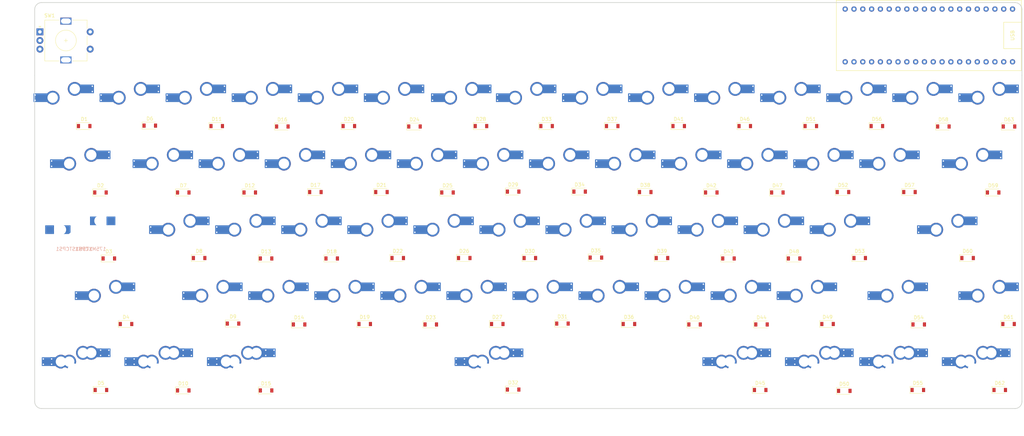
<source format=kicad_pcb>
(kicad_pcb (version 20171130) (host pcbnew "(5.1.6)-1")
  (layers (0 F.Cu signal) (31 B.Cu signal) (34 B.Paste user) (35 F.Paste user) (36 B.SilkS user) (37 F.SilkS user) (38 B.Mask user) (39 F.Mask user) (44 Edge.Cuts user))
  (net 0 "")
  (net 1 "Net-(125MXLALT1-Pad2)")
  (net 2 "Net-(125MXLALT1-Pad1)")
  (net 3 "Net-(125MXLCTRL1-Pad2)")
  (net 4 "Net-(125MXLCTRL1-Pad1)")
  (net 5 "Net-(125MXLGUI1-Pad2)")
  (net 6 "Net-(125MXLGUI1-Pad1)")
  (net 7 "Net-(125MXRATL1-Pad2)")
  (net 8 "Net-(125MXRATL1-Pad1)")
  (net 9 "Net-(125MXRCTRL1-Pad2)")
  (net 10 "Net-(125MXRCTRL1-Pad1)")
  (net 11 "Net-(125MXRGUI1-Pad2)")
  (net 12 "Net-(125MXRGUI1-Pad1)")
  (net 13 "Net-(125MXRMENU1-Pad2)")
  (net 14 "Net-(125MXRMENU1-Pad1)")
  (net 15 "Net-(15MXBSLSH1-Pad2)")
  (net 16 "Net-(15MXBSLSH1-Pad1)")
  (net 17 "Net-(15MXLALT1-Pad1)")
  (net 18 "Net-(15MXRALT2-Pad1)")
  (net 19 "Net-(15MXRCTRL1-Pad1)")
  (net 20 "Net-(15MXRCTRL2-Pad1)")
  (net 21 "Net-(15MXTab1-Pad2)")
  (net 22 "Net-(15MXTab1-Pad1)")
  (net 23 "Net-(175MXCPS1-Pad2)")
  (net 24 "Net-(175MXCPS1-Pad1)")
  (net 25 "Net-(175MXRSFT1-Pad2)")
  (net 26 "Net-(175MXRSFT1-Pad1)")
  (net 27 "Net-(175MXSTCPS1-Pad1)")
  (net 28 "Net-(225MXENT1-Pad2)")
  (net 29 "Net-(225MXENT1-Pad1)")
  (net 30 "Net-(225MXLSFT1-Pad2)")
  (net 31 "Net-(225MXLSFT1-Pad1)")
  (net 32 "Net-(6.25MXSPC1-Pad2)")
  (net 33 "Net-(6.25MXSPC1-Pad1)")
  (net 34 "Net-(6MXSPC1-Pad1)")
  (net 35 "Net-(MX0-Pad1)")
  (net 36 "Net-(MX1-Pad1)")
  (net 37 "Net-(MX2-Pad1)")
  (net 38 "Net-(MX3-Pad1)")
  (net 39 "Net-(MX4-Pad1)")
  (net 40 "Net-(MX5-Pad1)")
  (net 41 "Net-(MX6-Pad1)")
  (net 42 "Net-(MX7-Pad1)")
  (net 43 "Net-(MX8-Pad1)")
  (net 44 "Net-(MX9-Pad1)")
  (net 45 "Net-(MXA1-Pad1)")
  (net 46 "Net-(MXB1-Pad1)")
  (net 47 "Net-(MXBSPC1-Pad1)")
  (net 48 "Net-(MXC1-Pad1)")
  (net 49 "Net-(MXCLN1-Pad1)")
  (net 50 "Net-(MXD1-Pad1)")
  (net 51 "Net-(MXDEL1-Pad1)")
  (net 52 "Net-(MXDSH1-Pad1)")
  (net 53 "Net-(MXE1-Pad1)")
  (net 54 "Net-(MXEQL1-Pad1)")
  (net 55 "Net-(MXESC1-Pad1)")
  (net 56 "Net-(MXF1-Pad1)")
  (net 57 "Net-(MXFN1-Pad1)")
  (net 58 "Net-(MXG1-Pad1)")
  (net 59 "Net-(MXH1-Pad1)")
  (net 60 "Net-(MXI1-Pad1)")
  (net 61 "Net-(MXJ1-Pad1)")
  (net 62 "Net-(MXK1-Pad1)")
  (net 63 "Net-(MXL1-Pad1)")
  (net 64 "Net-(MXLBRAC1-Pad1)")
  (net 65 "Net-(MXLGUI1-Pad1)")
  (net 66 "Net-(MXLNGL1-Pad1)")
  (net 67 "Net-(MXM1-Pad1)")
  (net 68 "Net-(MXN1-Pad1)")
  (net 69 "Net-(MXO1-Pad1)")
  (net 70 "Net-(MXP1-Pad1)")
  (net 71 "Net-(MXQ1-Pad1)")
  (net 72 "Net-(MXQUOT1-Pad1)")
  (net 73 "Net-(MXR1-Pad1)")
  (net 74 "Net-(MXRBRAC1-Pad1)")
  (net 75 "Net-(MXRGUI1-Pad1)")
  (net 76 "Net-(MXRMN1-Pad1)")
  (net 77 "Net-(MXRNGL1-Pad1)")
  (net 78 "Net-(MXS1-Pad1)")
  (net 79 "Net-(MXSLSH1-Pad1)")
  (net 80 "Net-(MXT1-Pad1)")
  (net 81 "Net-(MXU1-Pad1)")
  (net 82 "Net-(MXV1-Pad1)")
  (net 83 "Net-(MXW1-Pad1)")
  (net 84 "Net-(MXX1-Pad1)")
  (net 85 "Net-(MXY1-Pad1)")
  (net 86 "Net-(MXZ1-Pad1)")
  (net 87 "Net-(SW1-PadS1)")
  (net 88 "Net-(SW1-PadS2)")
  (net 89 "Net-(SW1-PadB)")
  (net 90 "Net-(SW1-PadC)")
  (net 91 "Net-(SW1-PadA)")
  (net 92 "Net-(D1-Pad2)")
  (net 93 "Net-(D1-Pad1)")
  (net 94 "Net-(D2-Pad1)")
  (net 95 "Net-(D3-Pad1)")
  (net 96 "Net-(D4-Pad1)")
  (net 97 "Net-(D5-Pad1)")
  (net 98 "Net-(D6-Pad2)")
  (net 99 "Net-(D6-Pad1)")
  (net 100 "Net-(D7-Pad2)")
  (net 101 "Net-(D7-Pad1)")
  (net 102 "Net-(D8-Pad2)")
  (net 103 "Net-(D8-Pad1)")
  (net 104 "Net-(D9-Pad2)")
  (net 105 "Net-(D9-Pad1)")
  (net 106 "Net-(D10-Pad1)")
  (net 107 "Net-(D11-Pad2)")
  (net 108 "Net-(D11-Pad1)")
  (net 109 "Net-(D12-Pad2)")
  (net 110 "Net-(D12-Pad1)")
  (net 111 "Net-(D13-Pad2)")
  (net 112 "Net-(D13-Pad1)")
  (net 113 "Net-(D14-Pad2)")
  (net 114 "Net-(D14-Pad1)")
  (net 115 "Net-(D15-Pad1)")
  (net 116 "Net-(D16-Pad2)")
  (net 117 "Net-(D16-Pad1)")
  (net 118 "Net-(D17-Pad2)")
  (net 119 "Net-(D17-Pad1)")
  (net 120 "Net-(D18-Pad2)")
  (net 121 "Net-(D18-Pad1)")
  (net 122 "Net-(D19-Pad2)")
  (net 123 "Net-(D19-Pad1)")
  (net 124 "Net-(D20-Pad2)")
  (net 125 "Net-(D20-Pad1)")
  (net 126 "Net-(D21-Pad2)")
  (net 127 "Net-(D21-Pad1)")
  (net 128 "Net-(D22-Pad2)")
  (net 129 "Net-(D22-Pad1)")
  (net 130 "Net-(D23-Pad2)")
  (net 131 "Net-(D23-Pad1)")
  (net 132 "Net-(D24-Pad2)")
  (net 133 "Net-(D24-Pad1)")
  (net 134 "Net-(D25-Pad2)")
  (net 135 "Net-(D25-Pad1)")
  (net 136 "Net-(D26-Pad2)")
  (net 137 "Net-(D26-Pad1)")
  (net 138 "Net-(D27-Pad2)")
  (net 139 "Net-(D27-Pad1)")
  (net 140 "Net-(D28-Pad2)")
  (net 141 "Net-(D28-Pad1)")
  (net 142 "Net-(D29-Pad2)")
  (net 143 "Net-(D29-Pad1)")
  (net 144 "Net-(D30-Pad2)")
  (net 145 "Net-(D30-Pad1)")
  (net 146 "Net-(D31-Pad2)")
  (net 147 "Net-(D31-Pad1)")
  (net 148 "Net-(D32-Pad1)")
  (net 149 "Net-(D33-Pad2)")
  (net 150 "Net-(D33-Pad1)")
  (net 151 "Net-(D34-Pad2)")
  (net 152 "Net-(D34-Pad1)")
  (net 153 "Net-(D35-Pad2)")
  (net 154 "Net-(D35-Pad1)")
  (net 155 "Net-(D36-Pad2)")
  (net 156 "Net-(D36-Pad1)")
  (net 157 "Net-(D37-Pad2)")
  (net 158 "Net-(D37-Pad1)")
  (net 159 "Net-(D38-Pad2)")
  (net 160 "Net-(D38-Pad1)")
  (net 161 "Net-(D39-Pad2)")
  (net 162 "Net-(D39-Pad1)")
  (net 163 "Net-(D40-Pad2)")
  (net 164 "Net-(D40-Pad1)")
  (net 165 "Net-(D41-Pad2)")
  (net 166 "Net-(D41-Pad1)")
  (net 167 "Net-(D42-Pad2)")
  (net 168 "Net-(D42-Pad1)")
  (net 169 "Net-(D43-Pad2)")
  (net 170 "Net-(D43-Pad1)")
  (net 171 "Net-(D44-Pad2)")
  (net 172 "Net-(D44-Pad1)")
  (net 173 "Net-(D45-Pad1)")
  (net 174 "Net-(D46-Pad2)")
  (net 175 "Net-(D46-Pad1)")
  (net 176 "Net-(D47-Pad2)")
  (net 177 "Net-(D47-Pad1)")
  (net 178 "Net-(D48-Pad2)")
  (net 179 "Net-(D48-Pad1)")
  (net 180 "Net-(D49-Pad2)")
  (net 181 "Net-(D49-Pad1)")
  (net 182 "Net-(D50-Pad1)")
  (net 183 "Net-(D51-Pad2)")
  (net 184 "Net-(D51-Pad1)")
  (net 185 "Net-(D52-Pad2)")
  (net 186 "Net-(D52-Pad1)")
  (net 187 "Net-(D53-Pad2)")
  (net 188 "Net-(D53-Pad1)")
  (net 189 "Net-(D54-Pad1)")
  (net 190 "Net-(D55-Pad1)")
  (net 191 "Net-(D56-Pad2)")
  (net 192 "Net-(D56-Pad1)")
  (net 193 "Net-(D57-Pad2)")
  (net 194 "Net-(D57-Pad1)")
  (net 195 "Net-(D58-Pad2)")
  (net 196 "Net-(D58-Pad1)")
  (net 197 "Net-(D59-Pad1)")
  (net 198 "Net-(D60-Pad1)")
  (net 199 "Net-(D61-Pad2)")
  (net 200 "Net-(D61-Pad1)")
  (net 201 "Net-(D62-Pad1)")
  (net 202 "Net-(D63-Pad2)")
  (net 203 "Net-(D63-Pad1)")
  (net 204 "Net-(U1-PadGND)")
  (net 205 "Net-(U1-PadPB10)")
  (net 206 "Net-(U1-PadPA3)")
  (net 207 "Net-(U1-PadPC15)")
  (net 208 "Net-(U1-PadPA5)")
  (net 209 "Net-(U1-PadNRST)")
  (net 210 "Net-(U1-PadPB11)")
  (net 211 "Net-(U1-Pad3V3)")
  (net 212 "Net-(U1-PadPA4)")
  (net 213 "Net-(U1-PadPA6)")
  (net 214 "Net-(U1-PadPA1)")
  (net 215 "Net-(U1-PadPB1)")
  (net 216 "Net-(U1-PadPC14)")
  (net 217 "Net-(U1-PadPA0)")
  (net 218 "Net-(U1-PadPA2)")
  (net 219 "Net-(U1-PadPC13)")
  (net 220 "Net-(U1-PadPA7)")
  (net 221 "Net-(U1-PadVBAT)")
  (net 222 "Net-(U1-PadPB0)")
  (net 223 "Net-(U1-PadPB12)")
  (net 224 "Net-(U1-PadPB13)")
  (net 225 "Net-(U1-PadPB14)")
  (net 226 "Net-(U1-PadPB15)")
  (net 227 "Net-(U1-PadPA8)")
  (net 228 "Net-(U1-PadPA11)")
  (net 229 "Net-(U1-PadPA9)")
  (net 230 "Net-(U1-PadPA10)")
  (net 231 "Net-(U1-PadPA12)")
  (net 232 "Net-(U1-PadPA15)")
  (net 233 "Net-(U1-PadPB3)")
  (net 234 "Net-(U1-PadPB5)")
  (net 235 "Net-(U1-PadPB4)")
  (net 236 "Net-(U1-PadPB6)")
  (net 237 "Net-(U1-PadPB7)")
  (net 238 "Net-(U1-Pad5V)")
  (net 239 "Net-(U1-PadPB8)")
  (net 240 "Net-(U1-PadPB9)")
  (module chinabluepill:ChinaBluePill (layer F.Cu) (at 296.164 62.357 270)
    (fp_text reference U1 hide)
    (fp_text value ChinaBluePill hide)
    (fp_text user USB (at 7.62 -48.26 90) (layer F.SilkS))
    (pad GND thru_hole circle (at 15.24 -48.26) (size 1.524 1.524) (drill 0.762) (layers *.Cu *.Mask) (net 204 "Net-(U1-PadGND)"))
    (pad PB10 thru_hole circle (at 15.24 -35.56) (size 1.524 1.524) (drill 0.762) (layers *.Cu *.Mask) (net 205 "Net-(U1-PadPB10)"))
    (pad PA3 thru_hole circle (at 15.24 -17.78) (size 1.524 1.524) (drill 0.762) (layers *.Cu *.Mask) (net 206 "Net-(U1-PadPA3)"))
    (pad PC15 thru_hole circle (at 15.24 -7.62) (size 1.524 1.524) (drill 0.762) (layers *.Cu *.Mask) (net 207 "Net-(U1-PadPC15)"))
    (pad GND thru_hole circle (at 15.24 -45.72) (size 1.524 1.524) (drill 0.762) (layers *.Cu *.Mask) (net 204 "Net-(U1-PadGND)"))
    (pad PA5 thru_hole circle (at 15.24 -22.86) (size 1.524 1.524) (drill 0.762) (layers *.Cu *.Mask) (net 208 "Net-(U1-PadPA5)"))
    (pad NRST thru_hole circle (at 15.24 -40.64) (size 1.524 1.524) (drill 0.762) (layers *.Cu *.Mask) (net 209 "Net-(U1-PadNRST)"))
    (pad PB11 thru_hole circle (at 15.24 -38.1) (size 1.524 1.524) (drill 0.762) (layers *.Cu *.Mask) (net 210 "Net-(U1-PadPB11)"))
    (pad 3V3 thru_hole circle (at 15.24 -43.18) (size 1.524 1.524) (drill 0.762) (layers *.Cu *.Mask) (net 211 "Net-(U1-Pad3V3)"))
    (pad PA4 thru_hole circle (at 15.24 -20.32) (size 1.524 1.524) (drill 0.762) (layers *.Cu *.Mask) (net 212 "Net-(U1-PadPA4)"))
    (pad PA6 thru_hole circle (at 15.24 -25.4) (size 1.524 1.524) (drill 0.762) (layers *.Cu *.Mask) (net 213 "Net-(U1-PadPA6)"))
    (pad PA1 thru_hole circle (at 15.24 -12.7) (size 1.524 1.524) (drill 0.762) (layers *.Cu *.Mask) (net 214 "Net-(U1-PadPA1)"))
    (pad PB1 thru_hole circle (at 15.24 -33.02) (size 1.524 1.524) (drill 0.762) (layers *.Cu *.Mask) (net 215 "Net-(U1-PadPB1)"))
    (pad PC14 thru_hole circle (at 15.24 -5.08) (size 1.524 1.524) (drill 0.762) (layers *.Cu *.Mask) (net 216 "Net-(U1-PadPC14)"))
    (pad PA0 thru_hole circle (at 15.24 -10.16) (size 1.524 1.524) (drill 0.762) (layers *.Cu *.Mask) (net 217 "Net-(U1-PadPA0)"))
    (pad PA2 thru_hole circle (at 15.24 -15.24) (size 1.524 1.524) (drill 0.762) (layers *.Cu *.Mask) (net 218 "Net-(U1-PadPA2)"))
    (pad PC13 thru_hole circle (at 15.24 -2.54) (size 1.524 1.524) (drill 0.762) (layers *.Cu *.Mask) (net 219 "Net-(U1-PadPC13)"))
    (pad PA7 thru_hole circle (at 15.24 -27.94) (size 1.524 1.524) (drill 0.762) (layers *.Cu *.Mask) (net 220 "Net-(U1-PadPA7)"))
    (pad VBAT thru_hole circle (at 15.24 0) (size 1.524 1.524) (drill 0.762) (layers *.Cu *.Mask) (net 221 "Net-(U1-PadVBAT)"))
    (pad PB0 thru_hole circle (at 15.24 -30.48) (size 1.524 1.524) (drill 0.762) (layers *.Cu *.Mask) (net 222 "Net-(U1-PadPB0)"))
    (pad PB12 thru_hole circle (at 0 -48.26) (size 1.524 1.524) (drill 0.762) (layers *.Cu *.Mask) (net 223 "Net-(U1-PadPB12)"))
    (pad PB13 thru_hole circle (at 0 -45.72) (size 1.524 1.524) (drill 0.762) (layers *.Cu *.Mask) (net 224 "Net-(U1-PadPB13)"))
    (pad PB14 thru_hole circle (at 0 -43.18) (size 1.524 1.524) (drill 0.762) (layers *.Cu *.Mask) (net 225 "Net-(U1-PadPB14)"))
    (pad PB15 thru_hole circle (at 0 -40.64) (size 1.524 1.524) (drill 0.762) (layers *.Cu *.Mask) (net 226 "Net-(U1-PadPB15)"))
    (pad PA8 thru_hole circle (at 0 -38.1) (size 1.524 1.524) (drill 0.762) (layers *.Cu *.Mask) (net 227 "Net-(U1-PadPA8)"))
    (pad PA11 thru_hole circle (at 0 -30.48) (size 1.524 1.524) (drill 0.762) (layers *.Cu *.Mask) (net 228 "Net-(U1-PadPA11)"))
    (pad PA9 thru_hole circle (at 0 -35.56) (size 1.524 1.524) (drill 0.762) (layers *.Cu *.Mask) (net 229 "Net-(U1-PadPA9)"))
    (pad PA10 thru_hole circle (at 0 -33.02) (size 1.524 1.524) (drill 0.762) (layers *.Cu *.Mask) (net 230 "Net-(U1-PadPA10)"))
    (pad PA12 thru_hole circle (at 0 -27.94) (size 1.524 1.524) (drill 0.762) (layers *.Cu *.Mask) (net 231 "Net-(U1-PadPA12)"))
    (pad PA15 thru_hole circle (at 0 -25.4) (size 1.524 1.524) (drill 0.762) (layers *.Cu *.Mask) (net 232 "Net-(U1-PadPA15)"))
    (pad PB3 thru_hole circle (at 0 -22.86) (size 1.524 1.524) (drill 0.762) (layers *.Cu *.Mask) (net 233 "Net-(U1-PadPB3)"))
    (pad PB5 thru_hole circle (at 0 -17.78) (size 1.524 1.524) (drill 0.762) (layers *.Cu *.Mask) (net 234 "Net-(U1-PadPB5)"))
    (pad PB4 thru_hole circle (at 0 -20.32) (size 1.524 1.524) (drill 0.762) (layers *.Cu *.Mask) (net 235 "Net-(U1-PadPB4)"))
    (pad PB6 thru_hole circle (at 0 -15.24) (size 1.524 1.524) (drill 0.762) (layers *.Cu *.Mask) (net 236 "Net-(U1-PadPB6)"))
    (pad PB7 thru_hole circle (at 0 -12.7) (size 1.524 1.524) (drill 0.762) (layers *.Cu *.Mask) (net 237 "Net-(U1-PadPB7)"))
    (pad 5V thru_hole circle (at 0 -5.08) (size 1.524 1.524) (drill 0.762) (layers *.Cu *.Mask) (net 238 "Net-(U1-Pad5V)"))
    (pad PB8 thru_hole circle (at 0 -10.16) (size 1.524 1.524) (drill 0.762) (layers *.Cu *.Mask) (net 239 "Net-(U1-PadPB8)"))
    (pad PB9 thru_hole circle (at 0 -7.62) (size 1.524 1.524) (drill 0.762) (layers *.Cu *.Mask) (net 240 "Net-(U1-PadPB9)"))
    (pad GND thru_hole circle (at 0 -2.54) (size 1.524 1.524) (drill 0.762) (layers *.Cu *.Mask) (net 204 "Net-(U1-PadGND)"))
    (pad 3V3 thru_hole circle (at 0 0) (size 1.524 1.524) (drill 0.762) (layers *.Cu *.Mask) (net 211 "Net-(U1-Pad3V3)"))
  )
  (module Diode_SMD:D_SOD-123 (layer F.Cu) (at 343.408 96.266)
    (fp_text reference D63 (at 0 -2) (layer F.SilkS))
    (fp_text value 1N4148W)
    (pad 2 smd rect (at 1.65 0) (size 0.9 1.2) (layers F.Cu F.Paste F.Mask) (net 202 "Net-(D63-Pad2)"))
    (pad 1 smd rect (at -1.65 0) (size 0.9 1.2) (layers F.Cu F.Paste F.Mask) (net 203 "Net-(D63-Pad1)"))
  )
  (module Diode_SMD:D_SOD-123 (layer F.Cu) (at 340.741 172.339)
    (fp_text reference D62 (at 0 -2) (layer F.SilkS))
    (fp_text value 1N4148W)
    (pad 2 smd rect (at 1.65 0) (size 0.9 1.2) (layers F.Cu F.Paste F.Mask) (net 9 "Net-(125MXRCTRL1-Pad2)"))
    (pad 1 smd rect (at -1.65 0) (size 0.9 1.2) (layers F.Cu F.Paste F.Mask) (net 201 "Net-(D62-Pad1)"))
  )
  (module Diode_SMD:D_SOD-123 (layer F.Cu) (at 343.281 153.289)
    (fp_text reference D61 (at 0 -2) (layer F.SilkS))
    (fp_text value 1N4148W)
    (pad 2 smd rect (at 1.65 0) (size 0.9 1.2) (layers F.Cu F.Paste F.Mask) (net 199 "Net-(D61-Pad2)"))
    (pad 1 smd rect (at -1.65 0) (size 0.9 1.2) (layers F.Cu F.Paste F.Mask) (net 200 "Net-(D61-Pad1)"))
  )
  (module Diode_SMD:D_SOD-123 (layer F.Cu) (at 331.47 134.239)
    (fp_text reference D60 (at 0 -2) (layer F.SilkS))
    (fp_text value 1N4148W)
    (pad 2 smd rect (at 1.65 0) (size 0.9 1.2) (layers F.Cu F.Paste F.Mask) (net 28 "Net-(225MXENT1-Pad2)"))
    (pad 1 smd rect (at -1.65 0) (size 0.9 1.2) (layers F.Cu F.Paste F.Mask) (net 198 "Net-(D60-Pad1)"))
  )
  (module Diode_SMD:D_SOD-123 (layer F.Cu) (at 338.836 115.316)
    (fp_text reference D59 (at 0 -2) (layer F.SilkS))
    (fp_text value 1N4148W)
    (pad 2 smd rect (at 1.65 0) (size 0.9 1.2) (layers F.Cu F.Paste F.Mask) (net 15 "Net-(15MXBSLSH1-Pad2)"))
    (pad 1 smd rect (at -1.65 0) (size 0.9 1.2) (layers F.Cu F.Paste F.Mask) (net 197 "Net-(D59-Pad1)"))
  )
  (module Diode_SMD:D_SOD-123 (layer F.Cu) (at 324.485 96.266)
    (fp_text reference D58 (at 0 -2) (layer F.SilkS))
    (fp_text value 1N4148W)
    (pad 2 smd rect (at 1.65 0) (size 0.9 1.2) (layers F.Cu F.Paste F.Mask) (net 195 "Net-(D58-Pad2)"))
    (pad 1 smd rect (at -1.65 0) (size 0.9 1.2) (layers F.Cu F.Paste F.Mask) (net 196 "Net-(D58-Pad1)"))
  )
  (module Diode_SMD:D_SOD-123 (layer F.Cu) (at 314.706 115.189)
    (fp_text reference D57 (at 0 -2) (layer F.SilkS))
    (fp_text value 1N4148W)
    (pad 2 smd rect (at 1.65 0) (size 0.9 1.2) (layers F.Cu F.Paste F.Mask) (net 193 "Net-(D57-Pad2)"))
    (pad 1 smd rect (at -1.65 0) (size 0.9 1.2) (layers F.Cu F.Paste F.Mask) (net 194 "Net-(D57-Pad1)"))
  )
  (module Diode_SMD:D_SOD-123 (layer F.Cu) (at 305.308 96.139)
    (fp_text reference D56 (at 0 -2) (layer F.SilkS))
    (fp_text value 1N4148W)
    (pad 2 smd rect (at 1.65 0) (size 0.9 1.2) (layers F.Cu F.Paste F.Mask) (net 191 "Net-(D56-Pad2)"))
    (pad 1 smd rect (at -1.65 0) (size 0.9 1.2) (layers F.Cu F.Paste F.Mask) (net 192 "Net-(D56-Pad1)"))
  )
  (module Diode_SMD:D_SOD-123 (layer F.Cu) (at 317.119 172.339)
    (fp_text reference D55 (at 0 -2) (layer F.SilkS))
    (fp_text value 1N4148W)
    (pad 2 smd rect (at 1.65 0) (size 0.9 1.2) (layers F.Cu F.Paste F.Mask) (net 13 "Net-(125MXRMENU1-Pad2)"))
    (pad 1 smd rect (at -1.65 0) (size 0.9 1.2) (layers F.Cu F.Paste F.Mask) (net 190 "Net-(D55-Pad1)"))
  )
  (module Diode_SMD:D_SOD-123 (layer F.Cu) (at 317.373 153.416)
    (fp_text reference D54 (at 0 -2) (layer F.SilkS))
    (fp_text value 1N4148W)
    (pad 2 smd rect (at 1.65 0) (size 0.9 1.2) (layers F.Cu F.Paste F.Mask) (net 25 "Net-(175MXRSFT1-Pad2)"))
    (pad 1 smd rect (at -1.65 0) (size 0.9 1.2) (layers F.Cu F.Paste F.Mask) (net 189 "Net-(D54-Pad1)"))
  )
  (module Diode_SMD:D_SOD-123 (layer F.Cu) (at 300.355 134.239)
    (fp_text reference D53 (at 0 -2) (layer F.SilkS))
    (fp_text value 1N4148W)
    (pad 2 smd rect (at 1.65 0) (size 0.9 1.2) (layers F.Cu F.Paste F.Mask) (net 187 "Net-(D53-Pad2)"))
    (pad 1 smd rect (at -1.65 0) (size 0.9 1.2) (layers F.Cu F.Paste F.Mask) (net 188 "Net-(D53-Pad1)"))
  )
  (module Diode_SMD:D_SOD-123 (layer F.Cu) (at 295.529 115.189)
    (fp_text reference D52 (at 0 -2) (layer F.SilkS))
    (fp_text value 1N4148W)
    (pad 2 smd rect (at 1.65 0) (size 0.9 1.2) (layers F.Cu F.Paste F.Mask) (net 185 "Net-(D52-Pad2)"))
    (pad 1 smd rect (at -1.65 0) (size 0.9 1.2) (layers F.Cu F.Paste F.Mask) (net 186 "Net-(D52-Pad1)"))
  )
  (module Diode_SMD:D_SOD-123 (layer F.Cu) (at 286.258 96.139)
    (fp_text reference D51 (at 0 -2) (layer F.SilkS))
    (fp_text value 1N4148W)
    (pad 2 smd rect (at 1.65 0) (size 0.9 1.2) (layers F.Cu F.Paste F.Mask) (net 183 "Net-(D51-Pad2)"))
    (pad 1 smd rect (at -1.65 0) (size 0.9 1.2) (layers F.Cu F.Paste F.Mask) (net 184 "Net-(D51-Pad1)"))
  )
  (module Diode_SMD:D_SOD-123 (layer F.Cu) (at 295.91 172.593)
    (fp_text reference D50 (at 0 -2) (layer F.SilkS))
    (fp_text value 1N4148W)
    (pad 2 smd rect (at 1.65 0) (size 0.9 1.2) (layers F.Cu F.Paste F.Mask) (net 11 "Net-(125MXRGUI1-Pad2)"))
    (pad 1 smd rect (at -1.65 0) (size 0.9 1.2) (layers F.Cu F.Paste F.Mask) (net 182 "Net-(D50-Pad1)"))
  )
  (module Diode_SMD:D_SOD-123 (layer F.Cu) (at 291.084 153.289)
    (fp_text reference D49 (at 0 -2) (layer F.SilkS))
    (fp_text value 1N4148W)
    (pad 2 smd rect (at 1.65 0) (size 0.9 1.2) (layers F.Cu F.Paste F.Mask) (net 180 "Net-(D49-Pad2)"))
    (pad 1 smd rect (at -1.65 0) (size 0.9 1.2) (layers F.Cu F.Paste F.Mask) (net 181 "Net-(D49-Pad1)"))
  )
  (module Diode_SMD:D_SOD-123 (layer F.Cu) (at 281.432 134.366)
    (fp_text reference D48 (at 0 -2) (layer F.SilkS))
    (fp_text value 1N4148W)
    (pad 2 smd rect (at 1.65 0) (size 0.9 1.2) (layers F.Cu F.Paste F.Mask) (net 178 "Net-(D48-Pad2)"))
    (pad 1 smd rect (at -1.65 0) (size 0.9 1.2) (layers F.Cu F.Paste F.Mask) (net 179 "Net-(D48-Pad1)"))
  )
  (module Diode_SMD:D_SOD-123 (layer F.Cu) (at 276.606 115.316)
    (fp_text reference D47 (at 0 -2) (layer F.SilkS))
    (fp_text value 1N4148W)
    (pad 2 smd rect (at 1.65 0) (size 0.9 1.2) (layers F.Cu F.Paste F.Mask) (net 176 "Net-(D47-Pad2)"))
    (pad 1 smd rect (at -1.65 0) (size 0.9 1.2) (layers F.Cu F.Paste F.Mask) (net 177 "Net-(D47-Pad1)"))
  )
  (module Diode_SMD:D_SOD-123 (layer F.Cu) (at 267.208 96.139)
    (fp_text reference D46 (at 0 -2) (layer F.SilkS))
    (fp_text value 1N4148W)
    (pad 2 smd rect (at 1.65 0) (size 0.9 1.2) (layers F.Cu F.Paste F.Mask) (net 174 "Net-(D46-Pad2)"))
    (pad 1 smd rect (at -1.65 0) (size 0.9 1.2) (layers F.Cu F.Paste F.Mask) (net 175 "Net-(D46-Pad1)"))
  )
  (module Diode_SMD:D_SOD-123 (layer F.Cu) (at 271.653 172.339)
    (fp_text reference D45 (at 0 -2) (layer F.SilkS))
    (fp_text value 1N4148W)
    (pad 2 smd rect (at 1.65 0) (size 0.9 1.2) (layers F.Cu F.Paste F.Mask) (net 7 "Net-(125MXRATL1-Pad2)"))
    (pad 1 smd rect (at -1.65 0) (size 0.9 1.2) (layers F.Cu F.Paste F.Mask) (net 173 "Net-(D45-Pad1)"))
  )
  (module Diode_SMD:D_SOD-123 (layer F.Cu) (at 272.034 153.416)
    (fp_text reference D44 (at 0 -2) (layer F.SilkS))
    (fp_text value 1N4148W)
    (pad 2 smd rect (at 1.65 0) (size 0.9 1.2) (layers F.Cu F.Paste F.Mask) (net 171 "Net-(D44-Pad2)"))
    (pad 1 smd rect (at -1.65 0) (size 0.9 1.2) (layers F.Cu F.Paste F.Mask) (net 172 "Net-(D44-Pad1)"))
  )
  (module Diode_SMD:D_SOD-123 (layer F.Cu) (at 262.509 134.366)
    (fp_text reference D43 (at 0 -2) (layer F.SilkS))
    (fp_text value 1N4148W)
    (pad 2 smd rect (at 1.65 0) (size 0.9 1.2) (layers F.Cu F.Paste F.Mask) (net 169 "Net-(D43-Pad2)"))
    (pad 1 smd rect (at -1.65 0) (size 0.9 1.2) (layers F.Cu F.Paste F.Mask) (net 170 "Net-(D43-Pad1)"))
  )
  (module Diode_SMD:D_SOD-123 (layer F.Cu) (at 257.556 115.316)
    (fp_text reference D42 (at 0 -2) (layer F.SilkS))
    (fp_text value 1N4148W)
    (pad 2 smd rect (at 1.65 0) (size 0.9 1.2) (layers F.Cu F.Paste F.Mask) (net 167 "Net-(D42-Pad2)"))
    (pad 1 smd rect (at -1.65 0) (size 0.9 1.2) (layers F.Cu F.Paste F.Mask) (net 168 "Net-(D42-Pad1)"))
  )
  (module Diode_SMD:D_SOD-123 (layer F.Cu) (at 248.158 96.139)
    (fp_text reference D41 (at 0 -2) (layer F.SilkS))
    (fp_text value 1N4148W)
    (pad 2 smd rect (at 1.65 0) (size 0.9 1.2) (layers F.Cu F.Paste F.Mask) (net 165 "Net-(D41-Pad2)"))
    (pad 1 smd rect (at -1.65 0) (size 0.9 1.2) (layers F.Cu F.Paste F.Mask) (net 166 "Net-(D41-Pad1)"))
  )
  (module Diode_SMD:D_SOD-123 (layer F.Cu) (at 252.73 153.416)
    (fp_text reference D40 (at 0 -2) (layer F.SilkS))
    (fp_text value 1N4148W)
    (pad 2 smd rect (at 1.65 0) (size 0.9 1.2) (layers F.Cu F.Paste F.Mask) (net 163 "Net-(D40-Pad2)"))
    (pad 1 smd rect (at -1.65 0) (size 0.9 1.2) (layers F.Cu F.Paste F.Mask) (net 164 "Net-(D40-Pad1)"))
  )
  (module Diode_SMD:D_SOD-123 (layer F.Cu) (at 243.332 134.239)
    (fp_text reference D39 (at 0 -2) (layer F.SilkS))
    (fp_text value 1N4148W)
    (pad 2 smd rect (at 1.65 0) (size 0.9 1.2) (layers F.Cu F.Paste F.Mask) (net 161 "Net-(D39-Pad2)"))
    (pad 1 smd rect (at -1.65 0) (size 0.9 1.2) (layers F.Cu F.Paste F.Mask) (net 162 "Net-(D39-Pad1)"))
  )
  (module Diode_SMD:D_SOD-123 (layer F.Cu) (at 238.506 115.189)
    (fp_text reference D38 (at 0 -2) (layer F.SilkS))
    (fp_text value 1N4148W)
    (pad 2 smd rect (at 1.65 0) (size 0.9 1.2) (layers F.Cu F.Paste F.Mask) (net 159 "Net-(D38-Pad2)"))
    (pad 1 smd rect (at -1.65 0) (size 0.9 1.2) (layers F.Cu F.Paste F.Mask) (net 160 "Net-(D38-Pad1)"))
  )
  (module Diode_SMD:D_SOD-123 (layer F.Cu) (at 228.981 96.139)
    (fp_text reference D37 (at 0 -2) (layer F.SilkS))
    (fp_text value 1N4148W)
    (pad 2 smd rect (at 1.65 0) (size 0.9 1.2) (layers F.Cu F.Paste F.Mask) (net 157 "Net-(D37-Pad2)"))
    (pad 1 smd rect (at -1.65 0) (size 0.9 1.2) (layers F.Cu F.Paste F.Mask) (net 158 "Net-(D37-Pad1)"))
  )
  (module Diode_SMD:D_SOD-123 (layer F.Cu) (at 233.807 153.289)
    (fp_text reference D36 (at 0 -2) (layer F.SilkS))
    (fp_text value 1N4148W)
    (pad 2 smd rect (at 1.65 0) (size 0.9 1.2) (layers F.Cu F.Paste F.Mask) (net 155 "Net-(D36-Pad2)"))
    (pad 1 smd rect (at -1.65 0) (size 0.9 1.2) (layers F.Cu F.Paste F.Mask) (net 156 "Net-(D36-Pad1)"))
  )
  (module Diode_SMD:D_SOD-123 (layer F.Cu) (at 224.282 134.112)
    (fp_text reference D35 (at 0 -2) (layer F.SilkS))
    (fp_text value 1N4148W)
    (pad 2 smd rect (at 1.65 0) (size 0.9 1.2) (layers F.Cu F.Paste F.Mask) (net 153 "Net-(D35-Pad2)"))
    (pad 1 smd rect (at -1.65 0) (size 0.9 1.2) (layers F.Cu F.Paste F.Mask) (net 154 "Net-(D35-Pad1)"))
  )
  (module Diode_SMD:D_SOD-123 (layer F.Cu) (at 219.583 115.062)
    (fp_text reference D34 (at 0 -2) (layer F.SilkS))
    (fp_text value 1N4148W)
    (pad 2 smd rect (at 1.65 0) (size 0.9 1.2) (layers F.Cu F.Paste F.Mask) (net 151 "Net-(D34-Pad2)"))
    (pad 1 smd rect (at -1.65 0) (size 0.9 1.2) (layers F.Cu F.Paste F.Mask) (net 152 "Net-(D34-Pad1)"))
  )
  (module Diode_SMD:D_SOD-123 (layer F.Cu) (at 210.058 96.139)
    (fp_text reference D33 (at 0 -2) (layer F.SilkS))
    (fp_text value 1N4148W)
    (pad 2 smd rect (at 1.65 0) (size 0.9 1.2) (layers F.Cu F.Paste F.Mask) (net 149 "Net-(D33-Pad2)"))
    (pad 1 smd rect (at -1.65 0) (size 0.9 1.2) (layers F.Cu F.Paste F.Mask) (net 150 "Net-(D33-Pad1)"))
  )
  (module Diode_SMD:D_SOD-123 (layer F.Cu) (at 200.406 172.212)
    (fp_text reference D32 (at 0 -2) (layer F.SilkS))
    (fp_text value 1N4148W)
    (pad 2 smd rect (at 1.65 0) (size 0.9 1.2) (layers F.Cu F.Paste F.Mask) (net 32 "Net-(6.25MXSPC1-Pad2)"))
    (pad 1 smd rect (at -1.65 0) (size 0.9 1.2) (layers F.Cu F.Paste F.Mask) (net 148 "Net-(D32-Pad1)"))
  )
  (module Diode_SMD:D_SOD-123 (layer F.Cu) (at 214.63 153.162)
    (fp_text reference D31 (at 0 -2) (layer F.SilkS))
    (fp_text value 1N4148W)
    (pad 2 smd rect (at 1.65 0) (size 0.9 1.2) (layers F.Cu F.Paste F.Mask) (net 146 "Net-(D31-Pad2)"))
    (pad 1 smd rect (at -1.65 0) (size 0.9 1.2) (layers F.Cu F.Paste F.Mask) (net 147 "Net-(D31-Pad1)"))
  )
  (module Diode_SMD:D_SOD-123 (layer F.Cu) (at 205.232 134.239)
    (fp_text reference D30 (at 0 -2) (layer F.SilkS))
    (fp_text value 1N4148W)
    (pad 2 smd rect (at 1.65 0) (size 0.9 1.2) (layers F.Cu F.Paste F.Mask) (net 144 "Net-(D30-Pad2)"))
    (pad 1 smd rect (at -1.65 0) (size 0.9 1.2) (layers F.Cu F.Paste F.Mask) (net 145 "Net-(D30-Pad1)"))
  )
  (module Diode_SMD:D_SOD-123 (layer F.Cu) (at 200.406 115.062)
    (fp_text reference D29 (at 0 -2) (layer F.SilkS))
    (fp_text value 1N4148W)
    (pad 2 smd rect (at 1.65 0) (size 0.9 1.2) (layers F.Cu F.Paste F.Mask) (net 142 "Net-(D29-Pad2)"))
    (pad 1 smd rect (at -1.65 0) (size 0.9 1.2) (layers F.Cu F.Paste F.Mask) (net 143 "Net-(D29-Pad1)"))
  )
  (module Diode_SMD:D_SOD-123 (layer F.Cu) (at 191.135 96.139)
    (fp_text reference D28 (at 0 -2) (layer F.SilkS))
    (fp_text value 1N4148W)
    (pad 2 smd rect (at 1.65 0) (size 0.9 1.2) (layers F.Cu F.Paste F.Mask) (net 140 "Net-(D28-Pad2)"))
    (pad 1 smd rect (at -1.65 0) (size 0.9 1.2) (layers F.Cu F.Paste F.Mask) (net 141 "Net-(D28-Pad1)"))
  )
  (module Diode_SMD:D_SOD-123 (layer F.Cu) (at 195.834 153.289)
    (fp_text reference D27 (at 0 -2) (layer F.SilkS))
    (fp_text value 1N4148W)
    (pad 2 smd rect (at 1.65 0) (size 0.9 1.2) (layers F.Cu F.Paste F.Mask) (net 138 "Net-(D27-Pad2)"))
    (pad 1 smd rect (at -1.65 0) (size 0.9 1.2) (layers F.Cu F.Paste F.Mask) (net 139 "Net-(D27-Pad1)"))
  )
  (module Diode_SMD:D_SOD-123 (layer F.Cu) (at 186.309 134.239)
    (fp_text reference D26 (at 0 -2) (layer F.SilkS))
    (fp_text value 1N4148W)
    (pad 2 smd rect (at 1.65 0) (size 0.9 1.2) (layers F.Cu F.Paste F.Mask) (net 136 "Net-(D26-Pad2)"))
    (pad 1 smd rect (at -1.65 0) (size 0.9 1.2) (layers F.Cu F.Paste F.Mask) (net 137 "Net-(D26-Pad1)"))
  )
  (module Diode_SMD:D_SOD-123 (layer F.Cu) (at 181.483 115.316)
    (fp_text reference D25 (at 0 -2) (layer F.SilkS))
    (fp_text value 1N4148W)
    (pad 2 smd rect (at 1.65 0) (size 0.9 1.2) (layers F.Cu F.Paste F.Mask) (net 134 "Net-(D25-Pad2)"))
    (pad 1 smd rect (at -1.65 0) (size 0.9 1.2) (layers F.Cu F.Paste F.Mask) (net 135 "Net-(D25-Pad1)"))
  )
  (module Diode_SMD:D_SOD-123 (layer F.Cu) (at 171.958 96.266)
    (fp_text reference D24 (at 0 -2) (layer F.SilkS))
    (fp_text value 1N4148W)
    (pad 2 smd rect (at 1.65 0) (size 0.9 1.2) (layers F.Cu F.Paste F.Mask) (net 132 "Net-(D24-Pad2)"))
    (pad 1 smd rect (at -1.65 0) (size 0.9 1.2) (layers F.Cu F.Paste F.Mask) (net 133 "Net-(D24-Pad1)"))
  )
  (module Diode_SMD:D_SOD-123 (layer F.Cu) (at 176.657 153.416)
    (fp_text reference D23 (at 0 -2) (layer F.SilkS))
    (fp_text value 1N4148W)
    (pad 2 smd rect (at 1.65 0) (size 0.9 1.2) (layers F.Cu F.Paste F.Mask) (net 130 "Net-(D23-Pad2)"))
    (pad 1 smd rect (at -1.65 0) (size 0.9 1.2) (layers F.Cu F.Paste F.Mask) (net 131 "Net-(D23-Pad1)"))
  )
  (module Diode_SMD:D_SOD-123 (layer F.Cu) (at 167.132 134.239)
    (fp_text reference D22 (at 0 -2) (layer F.SilkS))
    (fp_text value 1N4148W)
    (pad 2 smd rect (at 1.65 0) (size 0.9 1.2) (layers F.Cu F.Paste F.Mask) (net 128 "Net-(D22-Pad2)"))
    (pad 1 smd rect (at -1.65 0) (size 0.9 1.2) (layers F.Cu F.Paste F.Mask) (net 129 "Net-(D22-Pad1)"))
  )
  (module Diode_SMD:D_SOD-123 (layer F.Cu) (at 162.433 115.189)
    (fp_text reference D21 (at 0 -2) (layer F.SilkS))
    (fp_text value 1N4148W)
    (pad 2 smd rect (at 1.65 0) (size 0.9 1.2) (layers F.Cu F.Paste F.Mask) (net 126 "Net-(D21-Pad2)"))
    (pad 1 smd rect (at -1.65 0) (size 0.9 1.2) (layers F.Cu F.Paste F.Mask) (net 127 "Net-(D21-Pad1)"))
  )
  (module Diode_SMD:D_SOD-123 (layer F.Cu) (at 153.035 96.139)
    (fp_text reference D20 (at 0 -2) (layer F.SilkS))
    (fp_text value 1N4148W)
    (pad 2 smd rect (at 1.65 0) (size 0.9 1.2) (layers F.Cu F.Paste F.Mask) (net 124 "Net-(D20-Pad2)"))
    (pad 1 smd rect (at -1.65 0) (size 0.9 1.2) (layers F.Cu F.Paste F.Mask) (net 125 "Net-(D20-Pad1)"))
  )
  (module Diode_SMD:D_SOD-123 (layer F.Cu) (at 157.607 153.289)
    (fp_text reference D19 (at 0 -2) (layer F.SilkS))
    (fp_text value 1N4148W)
    (pad 2 smd rect (at 1.65 0) (size 0.9 1.2) (layers F.Cu F.Paste F.Mask) (net 122 "Net-(D19-Pad2)"))
    (pad 1 smd rect (at -1.65 0) (size 0.9 1.2) (layers F.Cu F.Paste F.Mask) (net 123 "Net-(D19-Pad1)"))
  )
  (module Diode_SMD:D_SOD-123 (layer F.Cu) (at 148.082 134.366)
    (fp_text reference D18 (at 0 -2) (layer F.SilkS))
    (fp_text value 1N4148W)
    (pad 2 smd rect (at 1.65 0) (size 0.9 1.2) (layers F.Cu F.Paste F.Mask) (net 120 "Net-(D18-Pad2)"))
    (pad 1 smd rect (at -1.65 0) (size 0.9 1.2) (layers F.Cu F.Paste F.Mask) (net 121 "Net-(D18-Pad1)"))
  )
  (module Diode_SMD:D_SOD-123 (layer F.Cu) (at 143.383 115.189)
    (fp_text reference D17 (at 0 -2) (layer F.SilkS))
    (fp_text value 1N4148W)
    (pad 2 smd rect (at 1.65 0) (size 0.9 1.2) (layers F.Cu F.Paste F.Mask) (net 118 "Net-(D17-Pad2)"))
    (pad 1 smd rect (at -1.65 0) (size 0.9 1.2) (layers F.Cu F.Paste F.Mask) (net 119 "Net-(D17-Pad1)"))
  )
  (module Diode_SMD:D_SOD-123 (layer F.Cu) (at 133.858 96.266)
    (fp_text reference D16 (at 0 -2) (layer F.SilkS))
    (fp_text value 1N4148W)
    (pad 2 smd rect (at 1.65 0) (size 0.9 1.2) (layers F.Cu F.Paste F.Mask) (net 116 "Net-(D16-Pad2)"))
    (pad 1 smd rect (at -1.65 0) (size 0.9 1.2) (layers F.Cu F.Paste F.Mask) (net 117 "Net-(D16-Pad1)"))
  )
  (module Diode_SMD:D_SOD-123 (layer F.Cu) (at 129.159 172.466)
    (fp_text reference D15 (at 0 -2) (layer F.SilkS))
    (fp_text value 1N4148W)
    (pad 2 smd rect (at 1.65 0) (size 0.9 1.2) (layers F.Cu F.Paste F.Mask) (net 1 "Net-(125MXLALT1-Pad2)"))
    (pad 1 smd rect (at -1.65 0) (size 0.9 1.2) (layers F.Cu F.Paste F.Mask) (net 115 "Net-(D15-Pad1)"))
  )
  (module Diode_SMD:D_SOD-123 (layer F.Cu) (at 138.684 153.416)
    (fp_text reference D14 (at 0 -2) (layer F.SilkS))
    (fp_text value 1N4148W)
    (pad 2 smd rect (at 1.65 0) (size 0.9 1.2) (layers F.Cu F.Paste F.Mask) (net 113 "Net-(D14-Pad2)"))
    (pad 1 smd rect (at -1.65 0) (size 0.9 1.2) (layers F.Cu F.Paste F.Mask) (net 114 "Net-(D14-Pad1)"))
  )
  (module Diode_SMD:D_SOD-123 (layer F.Cu) (at 129.159 134.366)
    (fp_text reference D13 (at 0 -2) (layer F.SilkS))
    (fp_text value 1N4148W)
    (pad 2 smd rect (at 1.65 0) (size 0.9 1.2) (layers F.Cu F.Paste F.Mask) (net 111 "Net-(D13-Pad2)"))
    (pad 1 smd rect (at -1.65 0) (size 0.9 1.2) (layers F.Cu F.Paste F.Mask) (net 112 "Net-(D13-Pad1)"))
  )
  (module Diode_SMD:D_SOD-123 (layer F.Cu) (at 124.46 115.316)
    (fp_text reference D12 (at 0 -2) (layer F.SilkS))
    (fp_text value 1N4148W)
    (pad 2 smd rect (at 1.65 0) (size 0.9 1.2) (layers F.Cu F.Paste F.Mask) (net 109 "Net-(D12-Pad2)"))
    (pad 1 smd rect (at -1.65 0) (size 0.9 1.2) (layers F.Cu F.Paste F.Mask) (net 110 "Net-(D12-Pad1)"))
  )
  (module Diode_SMD:D_SOD-123 (layer F.Cu) (at 114.935 96.139)
    (fp_text reference D11 (at 0 -2) (layer F.SilkS))
    (fp_text value 1N4148W)
    (pad 2 smd rect (at 1.65 0) (size 0.9 1.2) (layers F.Cu F.Paste F.Mask) (net 107 "Net-(D11-Pad2)"))
    (pad 1 smd rect (at -1.65 0) (size 0.9 1.2) (layers F.Cu F.Paste F.Mask) (net 108 "Net-(D11-Pad1)"))
  )
  (module Diode_SMD:D_SOD-123 (layer F.Cu) (at 105.283 172.466)
    (fp_text reference D10 (at 0 -2) (layer F.SilkS))
    (fp_text value 1N4148W)
    (pad 2 smd rect (at 1.65 0) (size 0.9 1.2) (layers F.Cu F.Paste F.Mask) (net 5 "Net-(125MXLGUI1-Pad2)"))
    (pad 1 smd rect (at -1.65 0) (size 0.9 1.2) (layers F.Cu F.Paste F.Mask) (net 106 "Net-(D10-Pad1)"))
  )
  (module Diode_SMD:D_SOD-123 (layer F.Cu) (at 119.634 153.162)
    (fp_text reference D9 (at 0 -2) (layer F.SilkS))
    (fp_text value 1N4148W)
    (pad 2 smd rect (at 1.65 0) (size 0.9 1.2) (layers F.Cu F.Paste F.Mask) (net 104 "Net-(D9-Pad2)"))
    (pad 1 smd rect (at -1.65 0) (size 0.9 1.2) (layers F.Cu F.Paste F.Mask) (net 105 "Net-(D9-Pad1)"))
  )
  (module Diode_SMD:D_SOD-123 (layer F.Cu) (at 109.855 134.239)
    (fp_text reference D8 (at 0 -2) (layer F.SilkS))
    (fp_text value 1N4148W)
    (pad 2 smd rect (at 1.65 0) (size 0.9 1.2) (layers F.Cu F.Paste F.Mask) (net 102 "Net-(D8-Pad2)"))
    (pad 1 smd rect (at -1.65 0) (size 0.9 1.2) (layers F.Cu F.Paste F.Mask) (net 103 "Net-(D8-Pad1)"))
  )
  (module Diode_SMD:D_SOD-123 (layer F.Cu) (at 105.283 115.316)
    (fp_text reference D7 (at 0 -2) (layer F.SilkS))
    (fp_text value 1N4148W)
    (pad 2 smd rect (at 1.65 0) (size 0.9 1.2) (layers F.Cu F.Paste F.Mask) (net 100 "Net-(D7-Pad2)"))
    (pad 1 smd rect (at -1.65 0) (size 0.9 1.2) (layers F.Cu F.Paste F.Mask) (net 101 "Net-(D7-Pad1)"))
  )
  (module Diode_SMD:D_SOD-123 (layer F.Cu) (at 95.631 96.012)
    (fp_text reference D6 (at 0 -2) (layer F.SilkS))
    (fp_text value 1N4148W)
    (pad 2 smd rect (at 1.65 0) (size 0.9 1.2) (layers F.Cu F.Paste F.Mask) (net 98 "Net-(D6-Pad2)"))
    (pad 1 smd rect (at -1.65 0) (size 0.9 1.2) (layers F.Cu F.Paste F.Mask) (net 99 "Net-(D6-Pad1)"))
  )
  (module Diode_SMD:D_SOD-123 (layer F.Cu) (at 81.534 172.339)
    (fp_text reference D5 (at 0 -2) (layer F.SilkS))
    (fp_text value 1N4148W)
    (pad 2 smd rect (at 1.65 0) (size 0.9 1.2) (layers F.Cu F.Paste F.Mask) (net 3 "Net-(125MXLCTRL1-Pad2)"))
    (pad 1 smd rect (at -1.65 0) (size 0.9 1.2) (layers F.Cu F.Paste F.Mask) (net 97 "Net-(D5-Pad1)"))
  )
  (module Diode_SMD:D_SOD-123 (layer F.Cu) (at 88.773 153.289)
    (fp_text reference D4 (at 0 -2) (layer F.SilkS))
    (fp_text value 1N4148W)
    (pad 2 smd rect (at 1.65 0) (size 0.9 1.2) (layers F.Cu F.Paste F.Mask) (net 30 "Net-(225MXLSFT1-Pad2)"))
    (pad 1 smd rect (at -1.65 0) (size 0.9 1.2) (layers F.Cu F.Paste F.Mask) (net 96 "Net-(D4-Pad1)"))
  )
  (module Diode_SMD:D_SOD-123 (layer F.Cu) (at 83.82 134.366)
    (fp_text reference D3 (at 0 -2) (layer F.SilkS))
    (fp_text value 1N4148W)
    (pad 2 smd rect (at 1.65 0) (size 0.9 1.2) (layers F.Cu F.Paste F.Mask) (net 23 "Net-(175MXCPS1-Pad2)"))
    (pad 1 smd rect (at -1.65 0) (size 0.9 1.2) (layers F.Cu F.Paste F.Mask) (net 95 "Net-(D3-Pad1)"))
  )
  (module Diode_SMD:D_SOD-123 (layer F.Cu) (at 81.407 115.316)
    (fp_text reference D2 (at 0 -2) (layer F.SilkS))
    (fp_text value 1N4148W)
    (pad 2 smd rect (at 1.65 0) (size 0.9 1.2) (layers F.Cu F.Paste F.Mask) (net 21 "Net-(15MXTab1-Pad2)"))
    (pad 1 smd rect (at -1.65 0) (size 0.9 1.2) (layers F.Cu F.Paste F.Mask) (net 94 "Net-(D2-Pad1)"))
  )
  (module Diode_SMD:D_SOD-123 (layer F.Cu) (at 76.708 96.139)
    (fp_text reference D1 (at 0 -2) (layer F.SilkS))
    (fp_text value 1N4148W)
    (pad 2 smd rect (at 1.65 0) (size 0.9 1.2) (layers F.Cu F.Paste F.Mask) (net 92 "Net-(D1-Pad2)"))
    (pad 1 smd rect (at -1.65 0) (size 0.9 1.2) (layers F.Cu F.Paste F.Mask) (net 93 "Net-(D1-Pad1)"))
  )
  (module MX_Only:MXOnly-6U-Centered-ReversedStabilizers-Hotswap-AntiShear (layer F.Cu) (at 195.2625 166.6875)
    (fp_text reference 6MXSPC1)
    (fp_text value MX-NoLED)
    (pad 1 thru_hole circle (at -8.89 -3.302) (size 0.8 0.8) (drill 0.4) (layers *.Cu) (net 34 "Net-(6MXSPC1-Pad1)"))
    (pad 2 thru_hole circle (at 7.62 -5.842) (size 0.8 0.8) (drill 0.4) (layers *.Cu) (net 32 "Net-(6.25MXSPC1-Pad2)"))
    (pad 1 smd rect (at -7.085 -2.54) (size 4.5 2.5) (layers B.Cu) (net 34 "Net-(6MXSPC1-Pad1)"))
    (pad "" np_thru_hole circle (at 5.08 0 48.0996) (size 1.75 1.75) (drill 1.75) (layers *.Cu *.Mask))
    (pad 1 thru_hole circle (at -3.81 -2.54) (size 4 4) (drill 3) (layers *.Cu) (net 34 "Net-(6MXSPC1-Pad1)"))
    (pad 2 smd rect (at 5.842 -5.08) (size 4.5 2.5) (layers B.Cu) (net 32 "Net-(6.25MXSPC1-Pad2)"))
    (pad 2 thru_hole circle (at 2.54 -5.08) (size 4 4) (drill 3) (layers *.Cu) (net 32 "Net-(6.25MXSPC1-Pad2)"))
    (pad "" np_thru_hole circle (at 0 0) (size 3.9878 3.9878) (drill 3.9878) (layers *.Cu *.Mask))
    (pad 2 thru_hole circle (at 7.62 -4.318) (size 0.8 0.8) (drill 0.4) (layers *.Cu) (net 32 "Net-(6.25MXSPC1-Pad2)"))
    (pad 1 thru_hole circle (at -8.89 -1.778) (size 0.8 0.8) (drill 0.4) (layers *.Cu) (net 34 "Net-(6MXSPC1-Pad1)"))
    (pad "" np_thru_hole circle (at -5.08 0 48.0996) (size 1.75 1.75) (drill 1.75) (layers *.Cu *.Mask))
    (pad "" np_thru_hole circle (at 47.625 -8.255) (size 3.9878 3.9878) (drill 3.9878) (layers *.Cu *.Mask))
    (pad "" np_thru_hole circle (at -47.625 -8.255) (size 3.9878 3.9878) (drill 3.9878) (layers *.Cu *.Mask))
    (pad "" np_thru_hole circle (at 47.625 6.985) (size 3.048 3.048) (drill 3.048) (layers *.Cu *.Mask))
    (pad "" np_thru_hole circle (at -47.625 6.985) (size 3.048 3.048) (drill 3.048) (layers *.Cu *.Mask))
  )
  (module MX_Only:MXOnly-1.75U-Hotswap (layer F.Cu) (at 73.81875 128.5875)
    (fp_text reference 175MXSTCPS1)
    (fp_text value MX-NoLED)
    (fp_text user %R (at 0 3.048) (layer B.SilkS) (effects (justify mirror)))
    (pad 2 smd rect (at 5.842 -5.08) (size 2.55 2.5) (layers B.Cu B.Paste B.Mask) (net 23 "Net-(175MXCPS1-Pad2)"))
    (pad 1 smd rect (at -7.085 -2.54) (size 2.55 2.5) (layers B.Cu B.Paste B.Mask) (net 27 "Net-(175MXSTCPS1-Pad1)"))
    (pad "" np_thru_hole circle (at 5.08 0 48.0996) (size 1.75 1.75) (drill 1.75) (layers *.Cu *.Mask))
    (pad "" np_thru_hole circle (at -5.08 0 48.0996) (size 1.75 1.75) (drill 1.75) (layers *.Cu *.Mask))
    (pad "" np_thru_hole circle (at -3.81 -2.54) (size 3 3) (drill 3) (layers *.Cu *.Mask))
    (pad "" np_thru_hole circle (at 0 0) (size 3.9878 3.9878) (drill 3.9878) (layers *.Cu *.Mask))
    (pad "" np_thru_hole circle (at 2.54 -5.08) (size 3 3) (drill 3) (layers *.Cu *.Mask))
  )
  (module MX_Only:MXOnly-1.75U-Hotswap (layer F.Cu) (at 78.58125 128.5875)
    (fp_text reference 175MXCPS1)
    (fp_text value MX-NoLED)
    (fp_text user %R (at 0 3.048) (layer B.SilkS) (effects (justify mirror)))
    (pad 2 smd rect (at 5.842 -5.08) (size 2.55 2.5) (layers B.Cu B.Paste B.Mask) (net 23 "Net-(175MXCPS1-Pad2)"))
    (pad 1 smd rect (at -7.085 -2.54) (size 2.55 2.5) (layers B.Cu B.Paste B.Mask) (net 24 "Net-(175MXCPS1-Pad1)"))
    (pad "" np_thru_hole circle (at 5.08 0 48.0996) (size 1.75 1.75) (drill 1.75) (layers *.Cu *.Mask))
    (pad "" np_thru_hole circle (at -5.08 0 48.0996) (size 1.75 1.75) (drill 1.75) (layers *.Cu *.Mask))
    (pad "" np_thru_hole circle (at -3.81 -2.54) (size 3 3) (drill 3) (layers *.Cu *.Mask))
    (pad "" np_thru_hole circle (at 0 0) (size 3.9878 3.9878) (drill 3.9878) (layers *.Cu *.Mask))
    (pad "" np_thru_hole circle (at 2.54 -5.08) (size 3 3) (drill 3) (layers *.Cu *.Mask))
  )
  (module MX_Only:MXOnly-6.25U-Hotswap-ReversedStabilizers-AntiShear (layer F.Cu) (at 192.88125 166.6875)
    (fp_text reference 6.25MXSPC1)
    (fp_text value MX-NoLED)
    (pad 1 smd rect (at -7.085 -2.54) (size 4.5 2.5) (layers B.Cu) (net 33 "Net-(6.25MXSPC1-Pad1)"))
    (pad "" np_thru_hole circle (at -5.08 0 48.0996) (size 1.75 1.75) (drill 1.75) (layers *.Cu *.Mask))
    (pad 2 thru_hole circle (at 2.54 -5.08) (size 4 4) (drill 3) (layers *.Cu) (net 32 "Net-(6.25MXSPC1-Pad2)"))
    (pad "" np_thru_hole circle (at 0 0) (size 3.9878 3.9878) (drill 3.9878) (layers *.Cu *.Mask))
    (pad "" np_thru_hole circle (at 5.08 0 48.0996) (size 1.75 1.75) (drill 1.75) (layers *.Cu *.Mask))
    (pad 1 thru_hole circle (at -8.89 -3.302) (size 0.8 0.8) (drill 0.4) (layers *.Cu) (net 33 "Net-(6.25MXSPC1-Pad1)"))
    (pad 1 thru_hole circle (at -8.89 -1.778) (size 0.8 0.8) (drill 0.4) (layers *.Cu) (net 33 "Net-(6.25MXSPC1-Pad1)"))
    (pad 1 thru_hole circle (at -3.81 -2.54) (size 4 4) (drill 3) (layers *.Cu) (net 33 "Net-(6.25MXSPC1-Pad1)"))
    (pad 2 thru_hole circle (at 7.62 -5.842) (size 0.8 0.8) (drill 0.4) (layers *.Cu) (net 32 "Net-(6.25MXSPC1-Pad2)"))
    (pad 2 smd rect (at 5.842 -5.08) (size 4.5 2.5) (layers B.Cu) (net 32 "Net-(6.25MXSPC1-Pad2)"))
    (pad 2 thru_hole circle (at 7.62 -4.318) (size 0.8 0.8) (drill 0.4) (layers *.Cu) (net 32 "Net-(6.25MXSPC1-Pad2)"))
    (pad "" np_thru_hole circle (at -49.9999 -8.255) (size 3.9878 3.9878) (drill 3.9878) (layers *.Cu *.Mask))
    (pad "" np_thru_hole circle (at 49.9999 -8.255) (size 3.9878 3.9878) (drill 3.9878) (layers *.Cu *.Mask))
    (pad "" np_thru_hole circle (at -49.9999 6.985) (size 3.048 3.048) (drill 3.048) (layers *.Cu *.Mask))
    (pad "" np_thru_hole circle (at 49.9999 6.985) (size 3.048 3.048) (drill 3.048) (layers *.Cu *.Mask))
  )
  (module MX_Only:MXOnly-2.25U-Hotswap-AntiShear (layer F.Cu) (at 83.34375 147.6375)
    (fp_text reference 225MXLSFT1)
    (fp_text value MX-NoLED)
    (pad 1 smd rect (at -7.085 -2.54) (size 4.5 2.5) (layers B.Cu) (net 31 "Net-(225MXLSFT1-Pad1)"))
    (pad "" np_thru_hole circle (at -5.08 0 48.0996) (size 1.75 1.75) (drill 1.75) (layers *.Cu *.Mask))
    (pad 2 thru_hole circle (at 2.54 -5.08) (size 4 4) (drill 3) (layers *.Cu) (net 30 "Net-(225MXLSFT1-Pad2)"))
    (pad "" np_thru_hole circle (at 0 0) (size 3.9878 3.9878) (drill 3.9878) (layers *.Cu *.Mask))
    (pad "" np_thru_hole circle (at 5.08 0 48.0996) (size 1.75 1.75) (drill 1.75) (layers *.Cu *.Mask))
    (pad 1 thru_hole circle (at -8.89 -3.302) (size 0.8 0.8) (drill 0.4) (layers *.Cu) (net 31 "Net-(225MXLSFT1-Pad1)"))
    (pad 1 thru_hole circle (at -8.89 -1.778) (size 0.8 0.8) (drill 0.4) (layers *.Cu) (net 31 "Net-(225MXLSFT1-Pad1)"))
    (pad 1 thru_hole circle (at -3.81 -2.54) (size 4 4) (drill 3) (layers *.Cu) (net 31 "Net-(225MXLSFT1-Pad1)"))
    (pad 2 thru_hole circle (at 7.62 -5.842) (size 0.8 0.8) (drill 0.4) (layers *.Cu) (net 30 "Net-(225MXLSFT1-Pad2)"))
    (pad 2 smd rect (at 5.842 -5.08) (size 4.5 2.5) (layers B.Cu) (net 30 "Net-(225MXLSFT1-Pad2)"))
    (pad 2 thru_hole circle (at 7.62 -4.318) (size 0.8 0.8) (drill 0.4) (layers *.Cu) (net 30 "Net-(225MXLSFT1-Pad2)"))
    (pad "" np_thru_hole circle (at -11.938 8.255) (size 3.9878 3.9878) (drill 3.9878) (layers *.Cu *.Mask))
    (pad "" np_thru_hole circle (at 11.938 8.255) (size 3.9878 3.9878) (drill 3.9878) (layers *.Cu *.Mask))
    (pad "" np_thru_hole circle (at -11.938 -6.985) (size 3.048 3.048) (drill 3.048) (layers *.Cu *.Mask))
    (pad "" np_thru_hole circle (at 11.938 -6.985) (size 3.048 3.048) (drill 3.048) (layers *.Cu *.Mask))
  )
  (module MX_Only:MXOnly-1.75U-Hotswap-AntiShear (layer F.Cu) (at 311.94375 147.6375)
    (fp_text reference 175MXRSFT1)
    (fp_text value MX-NoLED)
    (pad 1 smd rect (at -7.085 -2.54) (size 4.5 2.5) (layers B.Cu) (net 26 "Net-(175MXRSFT1-Pad1)"))
    (pad "" np_thru_hole circle (at -5.08 0 48.0996) (size 1.75 1.75) (drill 1.75) (layers *.Cu *.Mask))
    (pad 2 thru_hole circle (at 2.54 -5.08) (size 4 4) (drill 3) (layers *.Cu) (net 25 "Net-(175MXRSFT1-Pad2)"))
    (pad "" np_thru_hole circle (at 0 0) (size 3.9878 3.9878) (drill 3.9878) (layers *.Cu *.Mask))
    (pad "" np_thru_hole circle (at 5.08 0 48.0996) (size 1.75 1.75) (drill 1.75) (layers *.Cu *.Mask))
    (pad 1 thru_hole circle (at -8.89 -3.302) (size 0.8 0.8) (drill 0.4) (layers *.Cu) (net 26 "Net-(175MXRSFT1-Pad1)"))
    (pad 1 thru_hole circle (at -8.89 -1.778) (size 0.8 0.8) (drill 0.4) (layers *.Cu) (net 26 "Net-(175MXRSFT1-Pad1)"))
    (pad 1 thru_hole circle (at -3.81 -2.54) (size 4 4) (drill 3) (layers *.Cu) (net 26 "Net-(175MXRSFT1-Pad1)"))
    (pad 2 thru_hole circle (at 7.62 -5.842) (size 0.8 0.8) (drill 0.4) (layers *.Cu) (net 25 "Net-(175MXRSFT1-Pad2)"))
    (pad 2 smd rect (at 5.842 -5.08) (size 4.5 2.5) (layers B.Cu) (net 25 "Net-(175MXRSFT1-Pad2)"))
    (pad 2 thru_hole circle (at 7.62 -4.318) (size 0.8 0.8) (drill 0.4) (layers *.Cu) (net 25 "Net-(175MXRSFT1-Pad2)"))
  )
  (module Keebio-Parts:RotaryEncoder_Alps_EC11E-Switch_Vertical_H20mm (layer F.Cu) (at 71.4375 71.4375)
    (fp_text reference SW1 (at -4.7 -7.2) (layer F.SilkS))
    (fp_text value Rotary_Encoder_Switch)
    (pad S1 thru_hole circle (at 7 2.5) (size 2 2) (drill 1) (layers *.Cu *.Mask) (net 87 "Net-(SW1-PadS1)"))
    (pad S2 thru_hole circle (at 7 -2.5) (size 2 2) (drill 1) (layers *.Cu *.Mask) (net 88 "Net-(SW1-PadS2)"))
    (pad MP thru_hole rect (at 0 5.6) (size 3.2 2) (drill oval 2.8 1.5) (layers *.Cu *.Mask))
    (pad MP thru_hole rect (at 0 -5.6) (size 3.2 2) (drill oval 2.8 1.5) (layers *.Cu *.Mask))
    (pad B thru_hole circle (at -7.5 2.5) (size 2 2) (drill 1) (layers *.Cu *.Mask) (net 89 "Net-(SW1-PadB)"))
    (pad C thru_hole circle (at -7.5 0) (size 2 2) (drill 1) (layers *.Cu *.Mask) (net 90 "Net-(SW1-PadC)"))
    (pad A thru_hole rect (at -7.5 -2.5) (size 2 2) (drill 1) (layers *.Cu *.Mask) (net 91 "Net-(SW1-PadA)"))
  )
  (module MX_Only:MXOnly-1U-Hotswap-Antishear (layer F.Cu) (at 114.3 147.6375)
    (fp_text reference MXZ1)
    (fp_text value MX-NoLED)
    (pad 2 smd rect (at 5.842 -5.08) (size 4.5 2.5) (layers B.Cu) (net 104 "Net-(D9-Pad2)"))
    (pad 1 smd rect (at -7.085 -2.54) (size 4.5 2.5) (layers B.Cu) (net 86 "Net-(MXZ1-Pad1)"))
    (pad 2 thru_hole circle (at 7.62 -4.318) (size 0.8 0.8) (drill 0.4) (layers *.Cu) (net 104 "Net-(D9-Pad2)"))
    (pad 1 thru_hole circle (at -8.89 -1.778) (size 0.8 0.8) (drill 0.4) (layers *.Cu) (net 86 "Net-(MXZ1-Pad1)"))
    (pad 2 thru_hole circle (at 7.62 -5.842) (size 0.8 0.8) (drill 0.4) (layers *.Cu) (net 104 "Net-(D9-Pad2)"))
    (pad 1 thru_hole circle (at -8.89 -3.302) (size 0.8 0.8) (drill 0.4) (layers *.Cu) (net 86 "Net-(MXZ1-Pad1)"))
    (pad "" np_thru_hole circle (at 5.08 0 48.0996) (size 1.75 1.75) (drill 1.75) (layers *.Cu *.Mask))
    (pad "" np_thru_hole circle (at -5.08 0 48.0996) (size 1.75 1.75) (drill 1.75) (layers *.Cu *.Mask))
    (pad 1 thru_hole circle (at -3.81 -2.54) (size 4 4) (drill 3) (layers *.Cu) (net 86 "Net-(MXZ1-Pad1)"))
    (pad "" np_thru_hole circle (at 0 0) (size 3.9878 3.9878) (drill 3.9878) (layers *.Cu *.Mask))
    (pad 2 thru_hole circle (at 2.54 -5.08) (size 4 4) (drill 3) (layers *.Cu) (net 104 "Net-(D9-Pad2)"))
  )
  (module MX_Only:MXOnly-1U-Hotswap-Antishear (layer F.Cu) (at 195.2625 109.5375)
    (fp_text reference MXY1)
    (fp_text value MX-NoLED)
    (pad 2 smd rect (at 5.842 -5.08) (size 4.5 2.5) (layers B.Cu) (net 142 "Net-(D29-Pad2)"))
    (pad 1 smd rect (at -7.085 -2.54) (size 4.5 2.5) (layers B.Cu) (net 85 "Net-(MXY1-Pad1)"))
    (pad 2 thru_hole circle (at 7.62 -4.318) (size 0.8 0.8) (drill 0.4) (layers *.Cu) (net 142 "Net-(D29-Pad2)"))
    (pad 1 thru_hole circle (at -8.89 -1.778) (size 0.8 0.8) (drill 0.4) (layers *.Cu) (net 85 "Net-(MXY1-Pad1)"))
    (pad 2 thru_hole circle (at 7.62 -5.842) (size 0.8 0.8) (drill 0.4) (layers *.Cu) (net 142 "Net-(D29-Pad2)"))
    (pad 1 thru_hole circle (at -8.89 -3.302) (size 0.8 0.8) (drill 0.4) (layers *.Cu) (net 85 "Net-(MXY1-Pad1)"))
    (pad "" np_thru_hole circle (at 5.08 0 48.0996) (size 1.75 1.75) (drill 1.75) (layers *.Cu *.Mask))
    (pad "" np_thru_hole circle (at -5.08 0 48.0996) (size 1.75 1.75) (drill 1.75) (layers *.Cu *.Mask))
    (pad 1 thru_hole circle (at -3.81 -2.54) (size 4 4) (drill 3) (layers *.Cu) (net 85 "Net-(MXY1-Pad1)"))
    (pad "" np_thru_hole circle (at 0 0) (size 3.9878 3.9878) (drill 3.9878) (layers *.Cu *.Mask))
    (pad 2 thru_hole circle (at 2.54 -5.08) (size 4 4) (drill 3) (layers *.Cu) (net 142 "Net-(D29-Pad2)"))
  )
  (module MX_Only:MXOnly-1U-Hotswap-Antishear (layer F.Cu) (at 133.35 147.6375)
    (fp_text reference MXX1)
    (fp_text value MX-NoLED)
    (pad 2 smd rect (at 5.842 -5.08) (size 4.5 2.5) (layers B.Cu) (net 113 "Net-(D14-Pad2)"))
    (pad 1 smd rect (at -7.085 -2.54) (size 4.5 2.5) (layers B.Cu) (net 84 "Net-(MXX1-Pad1)"))
    (pad 2 thru_hole circle (at 7.62 -4.318) (size 0.8 0.8) (drill 0.4) (layers *.Cu) (net 113 "Net-(D14-Pad2)"))
    (pad 1 thru_hole circle (at -8.89 -1.778) (size 0.8 0.8) (drill 0.4) (layers *.Cu) (net 84 "Net-(MXX1-Pad1)"))
    (pad 2 thru_hole circle (at 7.62 -5.842) (size 0.8 0.8) (drill 0.4) (layers *.Cu) (net 113 "Net-(D14-Pad2)"))
    (pad 1 thru_hole circle (at -8.89 -3.302) (size 0.8 0.8) (drill 0.4) (layers *.Cu) (net 84 "Net-(MXX1-Pad1)"))
    (pad "" np_thru_hole circle (at 5.08 0 48.0996) (size 1.75 1.75) (drill 1.75) (layers *.Cu *.Mask))
    (pad "" np_thru_hole circle (at -5.08 0 48.0996) (size 1.75 1.75) (drill 1.75) (layers *.Cu *.Mask))
    (pad 1 thru_hole circle (at -3.81 -2.54) (size 4 4) (drill 3) (layers *.Cu) (net 84 "Net-(MXX1-Pad1)"))
    (pad "" np_thru_hole circle (at 0 0) (size 3.9878 3.9878) (drill 3.9878) (layers *.Cu *.Mask))
    (pad 2 thru_hole circle (at 2.54 -5.08) (size 4 4) (drill 3) (layers *.Cu) (net 113 "Net-(D14-Pad2)"))
  )
  (module MX_Only:MXOnly-1U-Hotswap-Antishear (layer F.Cu) (at 119.0625 109.5375)
    (fp_text reference MXW1)
    (fp_text value MX-NoLED)
    (pad 2 smd rect (at 5.842 -5.08) (size 4.5 2.5) (layers B.Cu) (net 109 "Net-(D12-Pad2)"))
    (pad 1 smd rect (at -7.085 -2.54) (size 4.5 2.5) (layers B.Cu) (net 83 "Net-(MXW1-Pad1)"))
    (pad 2 thru_hole circle (at 7.62 -4.318) (size 0.8 0.8) (drill 0.4) (layers *.Cu) (net 109 "Net-(D12-Pad2)"))
    (pad 1 thru_hole circle (at -8.89 -1.778) (size 0.8 0.8) (drill 0.4) (layers *.Cu) (net 83 "Net-(MXW1-Pad1)"))
    (pad 2 thru_hole circle (at 7.62 -5.842) (size 0.8 0.8) (drill 0.4) (layers *.Cu) (net 109 "Net-(D12-Pad2)"))
    (pad 1 thru_hole circle (at -8.89 -3.302) (size 0.8 0.8) (drill 0.4) (layers *.Cu) (net 83 "Net-(MXW1-Pad1)"))
    (pad "" np_thru_hole circle (at 5.08 0 48.0996) (size 1.75 1.75) (drill 1.75) (layers *.Cu *.Mask))
    (pad "" np_thru_hole circle (at -5.08 0 48.0996) (size 1.75 1.75) (drill 1.75) (layers *.Cu *.Mask))
    (pad 1 thru_hole circle (at -3.81 -2.54) (size 4 4) (drill 3) (layers *.Cu) (net 83 "Net-(MXW1-Pad1)"))
    (pad "" np_thru_hole circle (at 0 0) (size 3.9878 3.9878) (drill 3.9878) (layers *.Cu *.Mask))
    (pad 2 thru_hole circle (at 2.54 -5.08) (size 4 4) (drill 3) (layers *.Cu) (net 109 "Net-(D12-Pad2)"))
  )
  (module MX_Only:MXOnly-1U-Hotswap-Antishear (layer F.Cu) (at 171.45 147.6375)
    (fp_text reference MXV1)
    (fp_text value MX-NoLED)
    (pad 2 smd rect (at 5.842 -5.08) (size 4.5 2.5) (layers B.Cu) (net 130 "Net-(D23-Pad2)"))
    (pad 1 smd rect (at -7.085 -2.54) (size 4.5 2.5) (layers B.Cu) (net 82 "Net-(MXV1-Pad1)"))
    (pad 2 thru_hole circle (at 7.62 -4.318) (size 0.8 0.8) (drill 0.4) (layers *.Cu) (net 130 "Net-(D23-Pad2)"))
    (pad 1 thru_hole circle (at -8.89 -1.778) (size 0.8 0.8) (drill 0.4) (layers *.Cu) (net 82 "Net-(MXV1-Pad1)"))
    (pad 2 thru_hole circle (at 7.62 -5.842) (size 0.8 0.8) (drill 0.4) (layers *.Cu) (net 130 "Net-(D23-Pad2)"))
    (pad 1 thru_hole circle (at -8.89 -3.302) (size 0.8 0.8) (drill 0.4) (layers *.Cu) (net 82 "Net-(MXV1-Pad1)"))
    (pad "" np_thru_hole circle (at 5.08 0 48.0996) (size 1.75 1.75) (drill 1.75) (layers *.Cu *.Mask))
    (pad "" np_thru_hole circle (at -5.08 0 48.0996) (size 1.75 1.75) (drill 1.75) (layers *.Cu *.Mask))
    (pad 1 thru_hole circle (at -3.81 -2.54) (size 4 4) (drill 3) (layers *.Cu) (net 82 "Net-(MXV1-Pad1)"))
    (pad "" np_thru_hole circle (at 0 0) (size 3.9878 3.9878) (drill 3.9878) (layers *.Cu *.Mask))
    (pad 2 thru_hole circle (at 2.54 -5.08) (size 4 4) (drill 3) (layers *.Cu) (net 130 "Net-(D23-Pad2)"))
  )
  (module MX_Only:MXOnly-1U-Hotswap-Antishear (layer F.Cu) (at 214.3125 109.5375)
    (fp_text reference MXU1)
    (fp_text value MX-NoLED)
    (pad 2 smd rect (at 5.842 -5.08) (size 4.5 2.5) (layers B.Cu) (net 151 "Net-(D34-Pad2)"))
    (pad 1 smd rect (at -7.085 -2.54) (size 4.5 2.5) (layers B.Cu) (net 81 "Net-(MXU1-Pad1)"))
    (pad 2 thru_hole circle (at 7.62 -4.318) (size 0.8 0.8) (drill 0.4) (layers *.Cu) (net 151 "Net-(D34-Pad2)"))
    (pad 1 thru_hole circle (at -8.89 -1.778) (size 0.8 0.8) (drill 0.4) (layers *.Cu) (net 81 "Net-(MXU1-Pad1)"))
    (pad 2 thru_hole circle (at 7.62 -5.842) (size 0.8 0.8) (drill 0.4) (layers *.Cu) (net 151 "Net-(D34-Pad2)"))
    (pad 1 thru_hole circle (at -8.89 -3.302) (size 0.8 0.8) (drill 0.4) (layers *.Cu) (net 81 "Net-(MXU1-Pad1)"))
    (pad "" np_thru_hole circle (at 5.08 0 48.0996) (size 1.75 1.75) (drill 1.75) (layers *.Cu *.Mask))
    (pad "" np_thru_hole circle (at -5.08 0 48.0996) (size 1.75 1.75) (drill 1.75) (layers *.Cu *.Mask))
    (pad 1 thru_hole circle (at -3.81 -2.54) (size 4 4) (drill 3) (layers *.Cu) (net 81 "Net-(MXU1-Pad1)"))
    (pad "" np_thru_hole circle (at 0 0) (size 3.9878 3.9878) (drill 3.9878) (layers *.Cu *.Mask))
    (pad 2 thru_hole circle (at 2.54 -5.08) (size 4 4) (drill 3) (layers *.Cu) (net 151 "Net-(D34-Pad2)"))
  )
  (module MX_Only:MXOnly-1U-Hotswap-Antishear (layer F.Cu) (at 176.2125 109.5375)
    (fp_text reference MXT1)
    (fp_text value MX-NoLED)
    (pad 2 smd rect (at 5.842 -5.08) (size 4.5 2.5) (layers B.Cu) (net 134 "Net-(D25-Pad2)"))
    (pad 1 smd rect (at -7.085 -2.54) (size 4.5 2.5) (layers B.Cu) (net 80 "Net-(MXT1-Pad1)"))
    (pad 2 thru_hole circle (at 7.62 -4.318) (size 0.8 0.8) (drill 0.4) (layers *.Cu) (net 134 "Net-(D25-Pad2)"))
    (pad 1 thru_hole circle (at -8.89 -1.778) (size 0.8 0.8) (drill 0.4) (layers *.Cu) (net 80 "Net-(MXT1-Pad1)"))
    (pad 2 thru_hole circle (at 7.62 -5.842) (size 0.8 0.8) (drill 0.4) (layers *.Cu) (net 134 "Net-(D25-Pad2)"))
    (pad 1 thru_hole circle (at -8.89 -3.302) (size 0.8 0.8) (drill 0.4) (layers *.Cu) (net 80 "Net-(MXT1-Pad1)"))
    (pad "" np_thru_hole circle (at 5.08 0 48.0996) (size 1.75 1.75) (drill 1.75) (layers *.Cu *.Mask))
    (pad "" np_thru_hole circle (at -5.08 0 48.0996) (size 1.75 1.75) (drill 1.75) (layers *.Cu *.Mask))
    (pad 1 thru_hole circle (at -3.81 -2.54) (size 4 4) (drill 3) (layers *.Cu) (net 80 "Net-(MXT1-Pad1)"))
    (pad "" np_thru_hole circle (at 0 0) (size 3.9878 3.9878) (drill 3.9878) (layers *.Cu *.Mask))
    (pad 2 thru_hole circle (at 2.54 -5.08) (size 4 4) (drill 3) (layers *.Cu) (net 134 "Net-(D25-Pad2)"))
  )
  (module MX_Only:MXOnly-1U-Hotswap-Antishear (layer F.Cu) (at 285.75 147.6375)
    (fp_text reference MXSLSH1)
    (fp_text value MX-NoLED)
    (pad 2 smd rect (at 5.842 -5.08) (size 4.5 2.5) (layers B.Cu) (net 180 "Net-(D49-Pad2)"))
    (pad 1 smd rect (at -7.085 -2.54) (size 4.5 2.5) (layers B.Cu) (net 79 "Net-(MXSLSH1-Pad1)"))
    (pad 2 thru_hole circle (at 7.62 -4.318) (size 0.8 0.8) (drill 0.4) (layers *.Cu) (net 180 "Net-(D49-Pad2)"))
    (pad 1 thru_hole circle (at -8.89 -1.778) (size 0.8 0.8) (drill 0.4) (layers *.Cu) (net 79 "Net-(MXSLSH1-Pad1)"))
    (pad 2 thru_hole circle (at 7.62 -5.842) (size 0.8 0.8) (drill 0.4) (layers *.Cu) (net 180 "Net-(D49-Pad2)"))
    (pad 1 thru_hole circle (at -8.89 -3.302) (size 0.8 0.8) (drill 0.4) (layers *.Cu) (net 79 "Net-(MXSLSH1-Pad1)"))
    (pad "" np_thru_hole circle (at 5.08 0 48.0996) (size 1.75 1.75) (drill 1.75) (layers *.Cu *.Mask))
    (pad "" np_thru_hole circle (at -5.08 0 48.0996) (size 1.75 1.75) (drill 1.75) (layers *.Cu *.Mask))
    (pad 1 thru_hole circle (at -3.81 -2.54) (size 4 4) (drill 3) (layers *.Cu) (net 79 "Net-(MXSLSH1-Pad1)"))
    (pad "" np_thru_hole circle (at 0 0) (size 3.9878 3.9878) (drill 3.9878) (layers *.Cu *.Mask))
    (pad 2 thru_hole circle (at 2.54 -5.08) (size 4 4) (drill 3) (layers *.Cu) (net 180 "Net-(D49-Pad2)"))
  )
  (module MX_Only:MXOnly-1U-Hotswap-Antishear (layer F.Cu) (at 123.825 128.5875)
    (fp_text reference MXS1)
    (fp_text value MX-NoLED)
    (pad 2 smd rect (at 5.842 -5.08) (size 4.5 2.5) (layers B.Cu) (net 111 "Net-(D13-Pad2)"))
    (pad 1 smd rect (at -7.085 -2.54) (size 4.5 2.5) (layers B.Cu) (net 78 "Net-(MXS1-Pad1)"))
    (pad 2 thru_hole circle (at 7.62 -4.318) (size 0.8 0.8) (drill 0.4) (layers *.Cu) (net 111 "Net-(D13-Pad2)"))
    (pad 1 thru_hole circle (at -8.89 -1.778) (size 0.8 0.8) (drill 0.4) (layers *.Cu) (net 78 "Net-(MXS1-Pad1)"))
    (pad 2 thru_hole circle (at 7.62 -5.842) (size 0.8 0.8) (drill 0.4) (layers *.Cu) (net 111 "Net-(D13-Pad2)"))
    (pad 1 thru_hole circle (at -8.89 -3.302) (size 0.8 0.8) (drill 0.4) (layers *.Cu) (net 78 "Net-(MXS1-Pad1)"))
    (pad "" np_thru_hole circle (at 5.08 0 48.0996) (size 1.75 1.75) (drill 1.75) (layers *.Cu *.Mask))
    (pad "" np_thru_hole circle (at -5.08 0 48.0996) (size 1.75 1.75) (drill 1.75) (layers *.Cu *.Mask))
    (pad 1 thru_hole circle (at -3.81 -2.54) (size 4 4) (drill 3) (layers *.Cu) (net 78 "Net-(MXS1-Pad1)"))
    (pad "" np_thru_hole circle (at 0 0) (size 3.9878 3.9878) (drill 3.9878) (layers *.Cu *.Mask))
    (pad 2 thru_hole circle (at 2.54 -5.08) (size 4 4) (drill 3) (layers *.Cu) (net 111 "Net-(D13-Pad2)"))
  )
  (module MX_Only:MXOnly-1U-Hotswap-Antishear (layer F.Cu) (at 266.7 147.6375)
    (fp_text reference MXRNGL1)
    (fp_text value MX-NoLED)
    (pad 2 smd rect (at 5.842 -5.08) (size 4.5 2.5) (layers B.Cu) (net 171 "Net-(D44-Pad2)"))
    (pad 1 smd rect (at -7.085 -2.54) (size 4.5 2.5) (layers B.Cu) (net 77 "Net-(MXRNGL1-Pad1)"))
    (pad 2 thru_hole circle (at 7.62 -4.318) (size 0.8 0.8) (drill 0.4) (layers *.Cu) (net 171 "Net-(D44-Pad2)"))
    (pad 1 thru_hole circle (at -8.89 -1.778) (size 0.8 0.8) (drill 0.4) (layers *.Cu) (net 77 "Net-(MXRNGL1-Pad1)"))
    (pad 2 thru_hole circle (at 7.62 -5.842) (size 0.8 0.8) (drill 0.4) (layers *.Cu) (net 171 "Net-(D44-Pad2)"))
    (pad 1 thru_hole circle (at -8.89 -3.302) (size 0.8 0.8) (drill 0.4) (layers *.Cu) (net 77 "Net-(MXRNGL1-Pad1)"))
    (pad "" np_thru_hole circle (at 5.08 0 48.0996) (size 1.75 1.75) (drill 1.75) (layers *.Cu *.Mask))
    (pad "" np_thru_hole circle (at -5.08 0 48.0996) (size 1.75 1.75) (drill 1.75) (layers *.Cu *.Mask))
    (pad 1 thru_hole circle (at -3.81 -2.54) (size 4 4) (drill 3) (layers *.Cu) (net 77 "Net-(MXRNGL1-Pad1)"))
    (pad "" np_thru_hole circle (at 0 0) (size 3.9878 3.9878) (drill 3.9878) (layers *.Cu *.Mask))
    (pad 2 thru_hole circle (at 2.54 -5.08) (size 4 4) (drill 3) (layers *.Cu) (net 171 "Net-(D44-Pad2)"))
  )
  (module MX_Only:MXOnly-1U-Hotswap-Antishear (layer F.Cu) (at 309.5625 166.6875)
    (fp_text reference MXRMN1)
    (fp_text value MX-NoLED)
    (pad 2 smd rect (at 5.842 -5.08) (size 4.5 2.5) (layers B.Cu) (net 13 "Net-(125MXRMENU1-Pad2)"))
    (pad 1 smd rect (at -7.085 -2.54) (size 4.5 2.5) (layers B.Cu) (net 76 "Net-(MXRMN1-Pad1)"))
    (pad 2 thru_hole circle (at 7.62 -4.318) (size 0.8 0.8) (drill 0.4) (layers *.Cu) (net 13 "Net-(125MXRMENU1-Pad2)"))
    (pad 1 thru_hole circle (at -8.89 -1.778) (size 0.8 0.8) (drill 0.4) (layers *.Cu) (net 76 "Net-(MXRMN1-Pad1)"))
    (pad 2 thru_hole circle (at 7.62 -5.842) (size 0.8 0.8) (drill 0.4) (layers *.Cu) (net 13 "Net-(125MXRMENU1-Pad2)"))
    (pad 1 thru_hole circle (at -8.89 -3.302) (size 0.8 0.8) (drill 0.4) (layers *.Cu) (net 76 "Net-(MXRMN1-Pad1)"))
    (pad "" np_thru_hole circle (at 5.08 0 48.0996) (size 1.75 1.75) (drill 1.75) (layers *.Cu *.Mask))
    (pad "" np_thru_hole circle (at -5.08 0 48.0996) (size 1.75 1.75) (drill 1.75) (layers *.Cu *.Mask))
    (pad 1 thru_hole circle (at -3.81 -2.54) (size 4 4) (drill 3) (layers *.Cu) (net 76 "Net-(MXRMN1-Pad1)"))
    (pad "" np_thru_hole circle (at 0 0) (size 3.9878 3.9878) (drill 3.9878) (layers *.Cu *.Mask))
    (pad 2 thru_hole circle (at 2.54 -5.08) (size 4 4) (drill 3) (layers *.Cu) (net 13 "Net-(125MXRMENU1-Pad2)"))
  )
  (module MX_Only:MXOnly-1U-Hotswap-Antishear (layer F.Cu) (at 290.5125 166.6875)
    (fp_text reference MXRGUI1)
    (fp_text value MX-NoLED)
    (pad 2 smd rect (at 5.842 -5.08) (size 4.5 2.5) (layers B.Cu) (net 11 "Net-(125MXRGUI1-Pad2)"))
    (pad 1 smd rect (at -7.085 -2.54) (size 4.5 2.5) (layers B.Cu) (net 75 "Net-(MXRGUI1-Pad1)"))
    (pad 2 thru_hole circle (at 7.62 -4.318) (size 0.8 0.8) (drill 0.4) (layers *.Cu) (net 11 "Net-(125MXRGUI1-Pad2)"))
    (pad 1 thru_hole circle (at -8.89 -1.778) (size 0.8 0.8) (drill 0.4) (layers *.Cu) (net 75 "Net-(MXRGUI1-Pad1)"))
    (pad 2 thru_hole circle (at 7.62 -5.842) (size 0.8 0.8) (drill 0.4) (layers *.Cu) (net 11 "Net-(125MXRGUI1-Pad2)"))
    (pad 1 thru_hole circle (at -8.89 -3.302) (size 0.8 0.8) (drill 0.4) (layers *.Cu) (net 75 "Net-(MXRGUI1-Pad1)"))
    (pad "" np_thru_hole circle (at 5.08 0 48.0996) (size 1.75 1.75) (drill 1.75) (layers *.Cu *.Mask))
    (pad "" np_thru_hole circle (at -5.08 0 48.0996) (size 1.75 1.75) (drill 1.75) (layers *.Cu *.Mask))
    (pad 1 thru_hole circle (at -3.81 -2.54) (size 4 4) (drill 3) (layers *.Cu) (net 75 "Net-(MXRGUI1-Pad1)"))
    (pad "" np_thru_hole circle (at 0 0) (size 3.9878 3.9878) (drill 3.9878) (layers *.Cu *.Mask))
    (pad 2 thru_hole circle (at 2.54 -5.08) (size 4 4) (drill 3) (layers *.Cu) (net 11 "Net-(125MXRGUI1-Pad2)"))
  )
  (module MX_Only:MXOnly-1U-Hotswap-Antishear (layer F.Cu) (at 309.5625 109.5375)
    (fp_text reference MXRBRAC1)
    (fp_text value MX-NoLED)
    (pad 2 smd rect (at 5.842 -5.08) (size 4.5 2.5) (layers B.Cu) (net 193 "Net-(D57-Pad2)"))
    (pad 1 smd rect (at -7.085 -2.54) (size 4.5 2.5) (layers B.Cu) (net 74 "Net-(MXRBRAC1-Pad1)"))
    (pad 2 thru_hole circle (at 7.62 -4.318) (size 0.8 0.8) (drill 0.4) (layers *.Cu) (net 193 "Net-(D57-Pad2)"))
    (pad 1 thru_hole circle (at -8.89 -1.778) (size 0.8 0.8) (drill 0.4) (layers *.Cu) (net 74 "Net-(MXRBRAC1-Pad1)"))
    (pad 2 thru_hole circle (at 7.62 -5.842) (size 0.8 0.8) (drill 0.4) (layers *.Cu) (net 193 "Net-(D57-Pad2)"))
    (pad 1 thru_hole circle (at -8.89 -3.302) (size 0.8 0.8) (drill 0.4) (layers *.Cu) (net 74 "Net-(MXRBRAC1-Pad1)"))
    (pad "" np_thru_hole circle (at 5.08 0 48.0996) (size 1.75 1.75) (drill 1.75) (layers *.Cu *.Mask))
    (pad "" np_thru_hole circle (at -5.08 0 48.0996) (size 1.75 1.75) (drill 1.75) (layers *.Cu *.Mask))
    (pad 1 thru_hole circle (at -3.81 -2.54) (size 4 4) (drill 3) (layers *.Cu) (net 74 "Net-(MXRBRAC1-Pad1)"))
    (pad "" np_thru_hole circle (at 0 0) (size 3.9878 3.9878) (drill 3.9878) (layers *.Cu *.Mask))
    (pad 2 thru_hole circle (at 2.54 -5.08) (size 4 4) (drill 3) (layers *.Cu) (net 193 "Net-(D57-Pad2)"))
  )
  (module MX_Only:MXOnly-1U-Hotswap-Antishear (layer F.Cu) (at 157.1625 109.5375)
    (fp_text reference MXR1)
    (fp_text value MX-NoLED)
    (pad 2 smd rect (at 5.842 -5.08) (size 4.5 2.5) (layers B.Cu) (net 126 "Net-(D21-Pad2)"))
    (pad 1 smd rect (at -7.085 -2.54) (size 4.5 2.5) (layers B.Cu) (net 73 "Net-(MXR1-Pad1)"))
    (pad 2 thru_hole circle (at 7.62 -4.318) (size 0.8 0.8) (drill 0.4) (layers *.Cu) (net 126 "Net-(D21-Pad2)"))
    (pad 1 thru_hole circle (at -8.89 -1.778) (size 0.8 0.8) (drill 0.4) (layers *.Cu) (net 73 "Net-(MXR1-Pad1)"))
    (pad 2 thru_hole circle (at 7.62 -5.842) (size 0.8 0.8) (drill 0.4) (layers *.Cu) (net 126 "Net-(D21-Pad2)"))
    (pad 1 thru_hole circle (at -8.89 -3.302) (size 0.8 0.8) (drill 0.4) (layers *.Cu) (net 73 "Net-(MXR1-Pad1)"))
    (pad "" np_thru_hole circle (at 5.08 0 48.0996) (size 1.75 1.75) (drill 1.75) (layers *.Cu *.Mask))
    (pad "" np_thru_hole circle (at -5.08 0 48.0996) (size 1.75 1.75) (drill 1.75) (layers *.Cu *.Mask))
    (pad 1 thru_hole circle (at -3.81 -2.54) (size 4 4) (drill 3) (layers *.Cu) (net 73 "Net-(MXR1-Pad1)"))
    (pad "" np_thru_hole circle (at 0 0) (size 3.9878 3.9878) (drill 3.9878) (layers *.Cu *.Mask))
    (pad 2 thru_hole circle (at 2.54 -5.08) (size 4 4) (drill 3) (layers *.Cu) (net 126 "Net-(D21-Pad2)"))
  )
  (module MX_Only:MXOnly-1U-Hotswap-Antishear (layer F.Cu) (at 295.275 128.5875)
    (fp_text reference MXQUOT1)
    (fp_text value MX-NoLED)
    (pad 2 smd rect (at 5.842 -5.08) (size 4.5 2.5) (layers B.Cu) (net 187 "Net-(D53-Pad2)"))
    (pad 1 smd rect (at -7.085 -2.54) (size 4.5 2.5) (layers B.Cu) (net 72 "Net-(MXQUOT1-Pad1)"))
    (pad 2 thru_hole circle (at 7.62 -4.318) (size 0.8 0.8) (drill 0.4) (layers *.Cu) (net 187 "Net-(D53-Pad2)"))
    (pad 1 thru_hole circle (at -8.89 -1.778) (size 0.8 0.8) (drill 0.4) (layers *.Cu) (net 72 "Net-(MXQUOT1-Pad1)"))
    (pad 2 thru_hole circle (at 7.62 -5.842) (size 0.8 0.8) (drill 0.4) (layers *.Cu) (net 187 "Net-(D53-Pad2)"))
    (pad 1 thru_hole circle (at -8.89 -3.302) (size 0.8 0.8) (drill 0.4) (layers *.Cu) (net 72 "Net-(MXQUOT1-Pad1)"))
    (pad "" np_thru_hole circle (at 5.08 0 48.0996) (size 1.75 1.75) (drill 1.75) (layers *.Cu *.Mask))
    (pad "" np_thru_hole circle (at -5.08 0 48.0996) (size 1.75 1.75) (drill 1.75) (layers *.Cu *.Mask))
    (pad 1 thru_hole circle (at -3.81 -2.54) (size 4 4) (drill 3) (layers *.Cu) (net 72 "Net-(MXQUOT1-Pad1)"))
    (pad "" np_thru_hole circle (at 0 0) (size 3.9878 3.9878) (drill 3.9878) (layers *.Cu *.Mask))
    (pad 2 thru_hole circle (at 2.54 -5.08) (size 4 4) (drill 3) (layers *.Cu) (net 187 "Net-(D53-Pad2)"))
  )
  (module MX_Only:MXOnly-1U-Hotswap-Antishear (layer F.Cu) (at 100.0125 109.5375)
    (fp_text reference MXQ1)
    (fp_text value MX-NoLED)
    (pad 2 smd rect (at 5.842 -5.08) (size 4.5 2.5) (layers B.Cu) (net 100 "Net-(D7-Pad2)"))
    (pad 1 smd rect (at -7.085 -2.54) (size 4.5 2.5) (layers B.Cu) (net 71 "Net-(MXQ1-Pad1)"))
    (pad 2 thru_hole circle (at 7.62 -4.318) (size 0.8 0.8) (drill 0.4) (layers *.Cu) (net 100 "Net-(D7-Pad2)"))
    (pad 1 thru_hole circle (at -8.89 -1.778) (size 0.8 0.8) (drill 0.4) (layers *.Cu) (net 71 "Net-(MXQ1-Pad1)"))
    (pad 2 thru_hole circle (at 7.62 -5.842) (size 0.8 0.8) (drill 0.4) (layers *.Cu) (net 100 "Net-(D7-Pad2)"))
    (pad 1 thru_hole circle (at -8.89 -3.302) (size 0.8 0.8) (drill 0.4) (layers *.Cu) (net 71 "Net-(MXQ1-Pad1)"))
    (pad "" np_thru_hole circle (at 5.08 0 48.0996) (size 1.75 1.75) (drill 1.75) (layers *.Cu *.Mask))
    (pad "" np_thru_hole circle (at -5.08 0 48.0996) (size 1.75 1.75) (drill 1.75) (layers *.Cu *.Mask))
    (pad 1 thru_hole circle (at -3.81 -2.54) (size 4 4) (drill 3) (layers *.Cu) (net 71 "Net-(MXQ1-Pad1)"))
    (pad "" np_thru_hole circle (at 0 0) (size 3.9878 3.9878) (drill 3.9878) (layers *.Cu *.Mask))
    (pad 2 thru_hole circle (at 2.54 -5.08) (size 4 4) (drill 3) (layers *.Cu) (net 100 "Net-(D7-Pad2)"))
  )
  (module MX_Only:MXOnly-1U-Hotswap-Antishear (layer F.Cu) (at 271.4625 109.5375)
    (fp_text reference MXP1)
    (fp_text value MX-NoLED)
    (pad 2 smd rect (at 5.842 -5.08) (size 4.5 2.5) (layers B.Cu) (net 176 "Net-(D47-Pad2)"))
    (pad 1 smd rect (at -7.085 -2.54) (size 4.5 2.5) (layers B.Cu) (net 70 "Net-(MXP1-Pad1)"))
    (pad 2 thru_hole circle (at 7.62 -4.318) (size 0.8 0.8) (drill 0.4) (layers *.Cu) (net 176 "Net-(D47-Pad2)"))
    (pad 1 thru_hole circle (at -8.89 -1.778) (size 0.8 0.8) (drill 0.4) (layers *.Cu) (net 70 "Net-(MXP1-Pad1)"))
    (pad 2 thru_hole circle (at 7.62 -5.842) (size 0.8 0.8) (drill 0.4) (layers *.Cu) (net 176 "Net-(D47-Pad2)"))
    (pad 1 thru_hole circle (at -8.89 -3.302) (size 0.8 0.8) (drill 0.4) (layers *.Cu) (net 70 "Net-(MXP1-Pad1)"))
    (pad "" np_thru_hole circle (at 5.08 0 48.0996) (size 1.75 1.75) (drill 1.75) (layers *.Cu *.Mask))
    (pad "" np_thru_hole circle (at -5.08 0 48.0996) (size 1.75 1.75) (drill 1.75) (layers *.Cu *.Mask))
    (pad 1 thru_hole circle (at -3.81 -2.54) (size 4 4) (drill 3) (layers *.Cu) (net 70 "Net-(MXP1-Pad1)"))
    (pad "" np_thru_hole circle (at 0 0) (size 3.9878 3.9878) (drill 3.9878) (layers *.Cu *.Mask))
    (pad 2 thru_hole circle (at 2.54 -5.08) (size 4 4) (drill 3) (layers *.Cu) (net 176 "Net-(D47-Pad2)"))
  )
  (module MX_Only:MXOnly-1U-Hotswap-Antishear (layer F.Cu) (at 252.4125 109.5375)
    (fp_text reference MXO1)
    (fp_text value MX-NoLED)
    (pad 2 smd rect (at 5.842 -5.08) (size 4.5 2.5) (layers B.Cu) (net 167 "Net-(D42-Pad2)"))
    (pad 1 smd rect (at -7.085 -2.54) (size 4.5 2.5) (layers B.Cu) (net 69 "Net-(MXO1-Pad1)"))
    (pad 2 thru_hole circle (at 7.62 -4.318) (size 0.8 0.8) (drill 0.4) (layers *.Cu) (net 167 "Net-(D42-Pad2)"))
    (pad 1 thru_hole circle (at -8.89 -1.778) (size 0.8 0.8) (drill 0.4) (layers *.Cu) (net 69 "Net-(MXO1-Pad1)"))
    (pad 2 thru_hole circle (at 7.62 -5.842) (size 0.8 0.8) (drill 0.4) (layers *.Cu) (net 167 "Net-(D42-Pad2)"))
    (pad 1 thru_hole circle (at -8.89 -3.302) (size 0.8 0.8) (drill 0.4) (layers *.Cu) (net 69 "Net-(MXO1-Pad1)"))
    (pad "" np_thru_hole circle (at 5.08 0 48.0996) (size 1.75 1.75) (drill 1.75) (layers *.Cu *.Mask))
    (pad "" np_thru_hole circle (at -5.08 0 48.0996) (size 1.75 1.75) (drill 1.75) (layers *.Cu *.Mask))
    (pad 1 thru_hole circle (at -3.81 -2.54) (size 4 4) (drill 3) (layers *.Cu) (net 69 "Net-(MXO1-Pad1)"))
    (pad "" np_thru_hole circle (at 0 0) (size 3.9878 3.9878) (drill 3.9878) (layers *.Cu *.Mask))
    (pad 2 thru_hole circle (at 2.54 -5.08) (size 4 4) (drill 3) (layers *.Cu) (net 167 "Net-(D42-Pad2)"))
  )
  (module MX_Only:MXOnly-1U-Hotswap-Antishear (layer F.Cu) (at 209.55 147.6375)
    (fp_text reference MXN1)
    (fp_text value MX-NoLED)
    (pad 2 smd rect (at 5.842 -5.08) (size 4.5 2.5) (layers B.Cu) (net 146 "Net-(D31-Pad2)"))
    (pad 1 smd rect (at -7.085 -2.54) (size 4.5 2.5) (layers B.Cu) (net 68 "Net-(MXN1-Pad1)"))
    (pad 2 thru_hole circle (at 7.62 -4.318) (size 0.8 0.8) (drill 0.4) (layers *.Cu) (net 146 "Net-(D31-Pad2)"))
    (pad 1 thru_hole circle (at -8.89 -1.778) (size 0.8 0.8) (drill 0.4) (layers *.Cu) (net 68 "Net-(MXN1-Pad1)"))
    (pad 2 thru_hole circle (at 7.62 -5.842) (size 0.8 0.8) (drill 0.4) (layers *.Cu) (net 146 "Net-(D31-Pad2)"))
    (pad 1 thru_hole circle (at -8.89 -3.302) (size 0.8 0.8) (drill 0.4) (layers *.Cu) (net 68 "Net-(MXN1-Pad1)"))
    (pad "" np_thru_hole circle (at 5.08 0 48.0996) (size 1.75 1.75) (drill 1.75) (layers *.Cu *.Mask))
    (pad "" np_thru_hole circle (at -5.08 0 48.0996) (size 1.75 1.75) (drill 1.75) (layers *.Cu *.Mask))
    (pad 1 thru_hole circle (at -3.81 -2.54) (size 4 4) (drill 3) (layers *.Cu) (net 68 "Net-(MXN1-Pad1)"))
    (pad "" np_thru_hole circle (at 0 0) (size 3.9878 3.9878) (drill 3.9878) (layers *.Cu *.Mask))
    (pad 2 thru_hole circle (at 2.54 -5.08) (size 4 4) (drill 3) (layers *.Cu) (net 146 "Net-(D31-Pad2)"))
  )
  (module MX_Only:MXOnly-1U-Hotswap-Antishear (layer F.Cu) (at 228.6 147.6375)
    (fp_text reference MXM1)
    (fp_text value MX-NoLED)
    (pad 2 smd rect (at 5.842 -5.08) (size 4.5 2.5) (layers B.Cu) (net 155 "Net-(D36-Pad2)"))
    (pad 1 smd rect (at -7.085 -2.54) (size 4.5 2.5) (layers B.Cu) (net 67 "Net-(MXM1-Pad1)"))
    (pad 2 thru_hole circle (at 7.62 -4.318) (size 0.8 0.8) (drill 0.4) (layers *.Cu) (net 155 "Net-(D36-Pad2)"))
    (pad 1 thru_hole circle (at -8.89 -1.778) (size 0.8 0.8) (drill 0.4) (layers *.Cu) (net 67 "Net-(MXM1-Pad1)"))
    (pad 2 thru_hole circle (at 7.62 -5.842) (size 0.8 0.8) (drill 0.4) (layers *.Cu) (net 155 "Net-(D36-Pad2)"))
    (pad 1 thru_hole circle (at -8.89 -3.302) (size 0.8 0.8) (drill 0.4) (layers *.Cu) (net 67 "Net-(MXM1-Pad1)"))
    (pad "" np_thru_hole circle (at 5.08 0 48.0996) (size 1.75 1.75) (drill 1.75) (layers *.Cu *.Mask))
    (pad "" np_thru_hole circle (at -5.08 0 48.0996) (size 1.75 1.75) (drill 1.75) (layers *.Cu *.Mask))
    (pad 1 thru_hole circle (at -3.81 -2.54) (size 4 4) (drill 3) (layers *.Cu) (net 67 "Net-(MXM1-Pad1)"))
    (pad "" np_thru_hole circle (at 0 0) (size 3.9878 3.9878) (drill 3.9878) (layers *.Cu *.Mask))
    (pad 2 thru_hole circle (at 2.54 -5.08) (size 4 4) (drill 3) (layers *.Cu) (net 155 "Net-(D36-Pad2)"))
  )
  (module MX_Only:MXOnly-1U-Hotswap-Antishear (layer F.Cu) (at 247.65 147.6375)
    (fp_text reference MXLNGL1)
    (fp_text value MX-NoLED)
    (pad 2 smd rect (at 5.842 -5.08) (size 4.5 2.5) (layers B.Cu) (net 163 "Net-(D40-Pad2)"))
    (pad 1 smd rect (at -7.085 -2.54) (size 4.5 2.5) (layers B.Cu) (net 66 "Net-(MXLNGL1-Pad1)"))
    (pad 2 thru_hole circle (at 7.62 -4.318) (size 0.8 0.8) (drill 0.4) (layers *.Cu) (net 163 "Net-(D40-Pad2)"))
    (pad 1 thru_hole circle (at -8.89 -1.778) (size 0.8 0.8) (drill 0.4) (layers *.Cu) (net 66 "Net-(MXLNGL1-Pad1)"))
    (pad 2 thru_hole circle (at 7.62 -5.842) (size 0.8 0.8) (drill 0.4) (layers *.Cu) (net 163 "Net-(D40-Pad2)"))
    (pad 1 thru_hole circle (at -8.89 -3.302) (size 0.8 0.8) (drill 0.4) (layers *.Cu) (net 66 "Net-(MXLNGL1-Pad1)"))
    (pad "" np_thru_hole circle (at 5.08 0 48.0996) (size 1.75 1.75) (drill 1.75) (layers *.Cu *.Mask))
    (pad "" np_thru_hole circle (at -5.08 0 48.0996) (size 1.75 1.75) (drill 1.75) (layers *.Cu *.Mask))
    (pad 1 thru_hole circle (at -3.81 -2.54) (size 4 4) (drill 3) (layers *.Cu) (net 66 "Net-(MXLNGL1-Pad1)"))
    (pad "" np_thru_hole circle (at 0 0) (size 3.9878 3.9878) (drill 3.9878) (layers *.Cu *.Mask))
    (pad 2 thru_hole circle (at 2.54 -5.08) (size 4 4) (drill 3) (layers *.Cu) (net 163 "Net-(D40-Pad2)"))
  )
  (module MX_Only:MXOnly-1U-Hotswap-Antishear (layer F.Cu) (at 100.0125 166.6875)
    (fp_text reference MXLGUI1)
    (fp_text value MX-NoLED)
    (pad 2 smd rect (at 5.842 -5.08) (size 4.5 2.5) (layers B.Cu) (net 5 "Net-(125MXLGUI1-Pad2)"))
    (pad 1 smd rect (at -7.085 -2.54) (size 4.5 2.5) (layers B.Cu) (net 65 "Net-(MXLGUI1-Pad1)"))
    (pad 2 thru_hole circle (at 7.62 -4.318) (size 0.8 0.8) (drill 0.4) (layers *.Cu) (net 5 "Net-(125MXLGUI1-Pad2)"))
    (pad 1 thru_hole circle (at -8.89 -1.778) (size 0.8 0.8) (drill 0.4) (layers *.Cu) (net 65 "Net-(MXLGUI1-Pad1)"))
    (pad 2 thru_hole circle (at 7.62 -5.842) (size 0.8 0.8) (drill 0.4) (layers *.Cu) (net 5 "Net-(125MXLGUI1-Pad2)"))
    (pad 1 thru_hole circle (at -8.89 -3.302) (size 0.8 0.8) (drill 0.4) (layers *.Cu) (net 65 "Net-(MXLGUI1-Pad1)"))
    (pad "" np_thru_hole circle (at 5.08 0 48.0996) (size 1.75 1.75) (drill 1.75) (layers *.Cu *.Mask))
    (pad "" np_thru_hole circle (at -5.08 0 48.0996) (size 1.75 1.75) (drill 1.75) (layers *.Cu *.Mask))
    (pad 1 thru_hole circle (at -3.81 -2.54) (size 4 4) (drill 3) (layers *.Cu) (net 65 "Net-(MXLGUI1-Pad1)"))
    (pad "" np_thru_hole circle (at 0 0) (size 3.9878 3.9878) (drill 3.9878) (layers *.Cu *.Mask))
    (pad 2 thru_hole circle (at 2.54 -5.08) (size 4 4) (drill 3) (layers *.Cu) (net 5 "Net-(125MXLGUI1-Pad2)"))
  )
  (module MX_Only:MXOnly-1U-Hotswap-Antishear (layer F.Cu) (at 290.5125 109.5375)
    (fp_text reference MXLBRAC1)
    (fp_text value MX-NoLED)
    (pad 2 smd rect (at 5.842 -5.08) (size 4.5 2.5) (layers B.Cu) (net 185 "Net-(D52-Pad2)"))
    (pad 1 smd rect (at -7.085 -2.54) (size 4.5 2.5) (layers B.Cu) (net 64 "Net-(MXLBRAC1-Pad1)"))
    (pad 2 thru_hole circle (at 7.62 -4.318) (size 0.8 0.8) (drill 0.4) (layers *.Cu) (net 185 "Net-(D52-Pad2)"))
    (pad 1 thru_hole circle (at -8.89 -1.778) (size 0.8 0.8) (drill 0.4) (layers *.Cu) (net 64 "Net-(MXLBRAC1-Pad1)"))
    (pad 2 thru_hole circle (at 7.62 -5.842) (size 0.8 0.8) (drill 0.4) (layers *.Cu) (net 185 "Net-(D52-Pad2)"))
    (pad 1 thru_hole circle (at -8.89 -3.302) (size 0.8 0.8) (drill 0.4) (layers *.Cu) (net 64 "Net-(MXLBRAC1-Pad1)"))
    (pad "" np_thru_hole circle (at 5.08 0 48.0996) (size 1.75 1.75) (drill 1.75) (layers *.Cu *.Mask))
    (pad "" np_thru_hole circle (at -5.08 0 48.0996) (size 1.75 1.75) (drill 1.75) (layers *.Cu *.Mask))
    (pad 1 thru_hole circle (at -3.81 -2.54) (size 4 4) (drill 3) (layers *.Cu) (net 64 "Net-(MXLBRAC1-Pad1)"))
    (pad "" np_thru_hole circle (at 0 0) (size 3.9878 3.9878) (drill 3.9878) (layers *.Cu *.Mask))
    (pad 2 thru_hole circle (at 2.54 -5.08) (size 4 4) (drill 3) (layers *.Cu) (net 185 "Net-(D52-Pad2)"))
  )
  (module MX_Only:MXOnly-1U-Hotswap-Antishear (layer F.Cu) (at 257.175 128.5875)
    (fp_text reference MXL1)
    (fp_text value MX-NoLED)
    (pad 2 smd rect (at 5.842 -5.08) (size 4.5 2.5) (layers B.Cu) (net 169 "Net-(D43-Pad2)"))
    (pad 1 smd rect (at -7.085 -2.54) (size 4.5 2.5) (layers B.Cu) (net 63 "Net-(MXL1-Pad1)"))
    (pad 2 thru_hole circle (at 7.62 -4.318) (size 0.8 0.8) (drill 0.4) (layers *.Cu) (net 169 "Net-(D43-Pad2)"))
    (pad 1 thru_hole circle (at -8.89 -1.778) (size 0.8 0.8) (drill 0.4) (layers *.Cu) (net 63 "Net-(MXL1-Pad1)"))
    (pad 2 thru_hole circle (at 7.62 -5.842) (size 0.8 0.8) (drill 0.4) (layers *.Cu) (net 169 "Net-(D43-Pad2)"))
    (pad 1 thru_hole circle (at -8.89 -3.302) (size 0.8 0.8) (drill 0.4) (layers *.Cu) (net 63 "Net-(MXL1-Pad1)"))
    (pad "" np_thru_hole circle (at 5.08 0 48.0996) (size 1.75 1.75) (drill 1.75) (layers *.Cu *.Mask))
    (pad "" np_thru_hole circle (at -5.08 0 48.0996) (size 1.75 1.75) (drill 1.75) (layers *.Cu *.Mask))
    (pad 1 thru_hole circle (at -3.81 -2.54) (size 4 4) (drill 3) (layers *.Cu) (net 63 "Net-(MXL1-Pad1)"))
    (pad "" np_thru_hole circle (at 0 0) (size 3.9878 3.9878) (drill 3.9878) (layers *.Cu *.Mask))
    (pad 2 thru_hole circle (at 2.54 -5.08) (size 4 4) (drill 3) (layers *.Cu) (net 169 "Net-(D43-Pad2)"))
  )
  (module MX_Only:MXOnly-1U-Hotswap-Antishear (layer F.Cu) (at 238.125 128.5875)
    (fp_text reference MXK1)
    (fp_text value MX-NoLED)
    (pad 2 smd rect (at 5.842 -5.08) (size 4.5 2.5) (layers B.Cu) (net 161 "Net-(D39-Pad2)"))
    (pad 1 smd rect (at -7.085 -2.54) (size 4.5 2.5) (layers B.Cu) (net 62 "Net-(MXK1-Pad1)"))
    (pad 2 thru_hole circle (at 7.62 -4.318) (size 0.8 0.8) (drill 0.4) (layers *.Cu) (net 161 "Net-(D39-Pad2)"))
    (pad 1 thru_hole circle (at -8.89 -1.778) (size 0.8 0.8) (drill 0.4) (layers *.Cu) (net 62 "Net-(MXK1-Pad1)"))
    (pad 2 thru_hole circle (at 7.62 -5.842) (size 0.8 0.8) (drill 0.4) (layers *.Cu) (net 161 "Net-(D39-Pad2)"))
    (pad 1 thru_hole circle (at -8.89 -3.302) (size 0.8 0.8) (drill 0.4) (layers *.Cu) (net 62 "Net-(MXK1-Pad1)"))
    (pad "" np_thru_hole circle (at 5.08 0 48.0996) (size 1.75 1.75) (drill 1.75) (layers *.Cu *.Mask))
    (pad "" np_thru_hole circle (at -5.08 0 48.0996) (size 1.75 1.75) (drill 1.75) (layers *.Cu *.Mask))
    (pad 1 thru_hole circle (at -3.81 -2.54) (size 4 4) (drill 3) (layers *.Cu) (net 62 "Net-(MXK1-Pad1)"))
    (pad "" np_thru_hole circle (at 0 0) (size 3.9878 3.9878) (drill 3.9878) (layers *.Cu *.Mask))
    (pad 2 thru_hole circle (at 2.54 -5.08) (size 4 4) (drill 3) (layers *.Cu) (net 161 "Net-(D39-Pad2)"))
  )
  (module MX_Only:MXOnly-1U-Hotswap-Antishear (layer F.Cu) (at 219.075 128.5875)
    (fp_text reference MXJ1)
    (fp_text value MX-NoLED)
    (pad 2 smd rect (at 5.842 -5.08) (size 4.5 2.5) (layers B.Cu) (net 153 "Net-(D35-Pad2)"))
    (pad 1 smd rect (at -7.085 -2.54) (size 4.5 2.5) (layers B.Cu) (net 61 "Net-(MXJ1-Pad1)"))
    (pad 2 thru_hole circle (at 7.62 -4.318) (size 0.8 0.8) (drill 0.4) (layers *.Cu) (net 153 "Net-(D35-Pad2)"))
    (pad 1 thru_hole circle (at -8.89 -1.778) (size 0.8 0.8) (drill 0.4) (layers *.Cu) (net 61 "Net-(MXJ1-Pad1)"))
    (pad 2 thru_hole circle (at 7.62 -5.842) (size 0.8 0.8) (drill 0.4) (layers *.Cu) (net 153 "Net-(D35-Pad2)"))
    (pad 1 thru_hole circle (at -8.89 -3.302) (size 0.8 0.8) (drill 0.4) (layers *.Cu) (net 61 "Net-(MXJ1-Pad1)"))
    (pad "" np_thru_hole circle (at 5.08 0 48.0996) (size 1.75 1.75) (drill 1.75) (layers *.Cu *.Mask))
    (pad "" np_thru_hole circle (at -5.08 0 48.0996) (size 1.75 1.75) (drill 1.75) (layers *.Cu *.Mask))
    (pad 1 thru_hole circle (at -3.81 -2.54) (size 4 4) (drill 3) (layers *.Cu) (net 61 "Net-(MXJ1-Pad1)"))
    (pad "" np_thru_hole circle (at 0 0) (size 3.9878 3.9878) (drill 3.9878) (layers *.Cu *.Mask))
    (pad 2 thru_hole circle (at 2.54 -5.08) (size 4 4) (drill 3) (layers *.Cu) (net 153 "Net-(D35-Pad2)"))
  )
  (module MX_Only:MXOnly-1U-Hotswap-Antishear (layer F.Cu) (at 233.3625 109.5375)
    (fp_text reference MXI1)
    (fp_text value MX-NoLED)
    (pad 2 smd rect (at 5.842 -5.08) (size 4.5 2.5) (layers B.Cu) (net 159 "Net-(D38-Pad2)"))
    (pad 1 smd rect (at -7.085 -2.54) (size 4.5 2.5) (layers B.Cu) (net 60 "Net-(MXI1-Pad1)"))
    (pad 2 thru_hole circle (at 7.62 -4.318) (size 0.8 0.8) (drill 0.4) (layers *.Cu) (net 159 "Net-(D38-Pad2)"))
    (pad 1 thru_hole circle (at -8.89 -1.778) (size 0.8 0.8) (drill 0.4) (layers *.Cu) (net 60 "Net-(MXI1-Pad1)"))
    (pad 2 thru_hole circle (at 7.62 -5.842) (size 0.8 0.8) (drill 0.4) (layers *.Cu) (net 159 "Net-(D38-Pad2)"))
    (pad 1 thru_hole circle (at -8.89 -3.302) (size 0.8 0.8) (drill 0.4) (layers *.Cu) (net 60 "Net-(MXI1-Pad1)"))
    (pad "" np_thru_hole circle (at 5.08 0 48.0996) (size 1.75 1.75) (drill 1.75) (layers *.Cu *.Mask))
    (pad "" np_thru_hole circle (at -5.08 0 48.0996) (size 1.75 1.75) (drill 1.75) (layers *.Cu *.Mask))
    (pad 1 thru_hole circle (at -3.81 -2.54) (size 4 4) (drill 3) (layers *.Cu) (net 60 "Net-(MXI1-Pad1)"))
    (pad "" np_thru_hole circle (at 0 0) (size 3.9878 3.9878) (drill 3.9878) (layers *.Cu *.Mask))
    (pad 2 thru_hole circle (at 2.54 -5.08) (size 4 4) (drill 3) (layers *.Cu) (net 159 "Net-(D38-Pad2)"))
  )
  (module MX_Only:MXOnly-1U-Hotswap-Antishear (layer F.Cu) (at 200.025 128.5875)
    (fp_text reference MXH1)
    (fp_text value MX-NoLED)
    (pad 2 smd rect (at 5.842 -5.08) (size 4.5 2.5) (layers B.Cu) (net 144 "Net-(D30-Pad2)"))
    (pad 1 smd rect (at -7.085 -2.54) (size 4.5 2.5) (layers B.Cu) (net 59 "Net-(MXH1-Pad1)"))
    (pad 2 thru_hole circle (at 7.62 -4.318) (size 0.8 0.8) (drill 0.4) (layers *.Cu) (net 144 "Net-(D30-Pad2)"))
    (pad 1 thru_hole circle (at -8.89 -1.778) (size 0.8 0.8) (drill 0.4) (layers *.Cu) (net 59 "Net-(MXH1-Pad1)"))
    (pad 2 thru_hole circle (at 7.62 -5.842) (size 0.8 0.8) (drill 0.4) (layers *.Cu) (net 144 "Net-(D30-Pad2)"))
    (pad 1 thru_hole circle (at -8.89 -3.302) (size 0.8 0.8) (drill 0.4) (layers *.Cu) (net 59 "Net-(MXH1-Pad1)"))
    (pad "" np_thru_hole circle (at 5.08 0 48.0996) (size 1.75 1.75) (drill 1.75) (layers *.Cu *.Mask))
    (pad "" np_thru_hole circle (at -5.08 0 48.0996) (size 1.75 1.75) (drill 1.75) (layers *.Cu *.Mask))
    (pad 1 thru_hole circle (at -3.81 -2.54) (size 4 4) (drill 3) (layers *.Cu) (net 59 "Net-(MXH1-Pad1)"))
    (pad "" np_thru_hole circle (at 0 0) (size 3.9878 3.9878) (drill 3.9878) (layers *.Cu *.Mask))
    (pad 2 thru_hole circle (at 2.54 -5.08) (size 4 4) (drill 3) (layers *.Cu) (net 144 "Net-(D30-Pad2)"))
  )
  (module MX_Only:MXOnly-1U-Hotswap-Antishear (layer F.Cu) (at 180.975 128.5875)
    (fp_text reference MXG1)
    (fp_text value MX-NoLED)
    (pad 2 smd rect (at 5.842 -5.08) (size 4.5 2.5) (layers B.Cu) (net 136 "Net-(D26-Pad2)"))
    (pad 1 smd rect (at -7.085 -2.54) (size 4.5 2.5) (layers B.Cu) (net 58 "Net-(MXG1-Pad1)"))
    (pad 2 thru_hole circle (at 7.62 -4.318) (size 0.8 0.8) (drill 0.4) (layers *.Cu) (net 136 "Net-(D26-Pad2)"))
    (pad 1 thru_hole circle (at -8.89 -1.778) (size 0.8 0.8) (drill 0.4) (layers *.Cu) (net 58 "Net-(MXG1-Pad1)"))
    (pad 2 thru_hole circle (at 7.62 -5.842) (size 0.8 0.8) (drill 0.4) (layers *.Cu) (net 136 "Net-(D26-Pad2)"))
    (pad 1 thru_hole circle (at -8.89 -3.302) (size 0.8 0.8) (drill 0.4) (layers *.Cu) (net 58 "Net-(MXG1-Pad1)"))
    (pad "" np_thru_hole circle (at 5.08 0 48.0996) (size 1.75 1.75) (drill 1.75) (layers *.Cu *.Mask))
    (pad "" np_thru_hole circle (at -5.08 0 48.0996) (size 1.75 1.75) (drill 1.75) (layers *.Cu *.Mask))
    (pad 1 thru_hole circle (at -3.81 -2.54) (size 4 4) (drill 3) (layers *.Cu) (net 58 "Net-(MXG1-Pad1)"))
    (pad "" np_thru_hole circle (at 0 0) (size 3.9878 3.9878) (drill 3.9878) (layers *.Cu *.Mask))
    (pad 2 thru_hole circle (at 2.54 -5.08) (size 4 4) (drill 3) (layers *.Cu) (net 136 "Net-(D26-Pad2)"))
  )
  (module MX_Only:MXOnly-1U-Hotswap-Antishear (layer F.Cu) (at 338.1375 147.6375)
    (fp_text reference MXFN1)
    (fp_text value MX-NoLED)
    (pad 2 smd rect (at 5.842 -5.08) (size 4.5 2.5) (layers B.Cu) (net 199 "Net-(D61-Pad2)"))
    (pad 1 smd rect (at -7.085 -2.54) (size 4.5 2.5) (layers B.Cu) (net 57 "Net-(MXFN1-Pad1)"))
    (pad 2 thru_hole circle (at 7.62 -4.318) (size 0.8 0.8) (drill 0.4) (layers *.Cu) (net 199 "Net-(D61-Pad2)"))
    (pad 1 thru_hole circle (at -8.89 -1.778) (size 0.8 0.8) (drill 0.4) (layers *.Cu) (net 57 "Net-(MXFN1-Pad1)"))
    (pad 2 thru_hole circle (at 7.62 -5.842) (size 0.8 0.8) (drill 0.4) (layers *.Cu) (net 199 "Net-(D61-Pad2)"))
    (pad 1 thru_hole circle (at -8.89 -3.302) (size 0.8 0.8) (drill 0.4) (layers *.Cu) (net 57 "Net-(MXFN1-Pad1)"))
    (pad "" np_thru_hole circle (at 5.08 0 48.0996) (size 1.75 1.75) (drill 1.75) (layers *.Cu *.Mask))
    (pad "" np_thru_hole circle (at -5.08 0 48.0996) (size 1.75 1.75) (drill 1.75) (layers *.Cu *.Mask))
    (pad 1 thru_hole circle (at -3.81 -2.54) (size 4 4) (drill 3) (layers *.Cu) (net 57 "Net-(MXFN1-Pad1)"))
    (pad "" np_thru_hole circle (at 0 0) (size 3.9878 3.9878) (drill 3.9878) (layers *.Cu *.Mask))
    (pad 2 thru_hole circle (at 2.54 -5.08) (size 4 4) (drill 3) (layers *.Cu) (net 199 "Net-(D61-Pad2)"))
  )
  (module MX_Only:MXOnly-1U-Hotswap-Antishear (layer F.Cu) (at 161.925 128.5875)
    (fp_text reference MXF1)
    (fp_text value MX-NoLED)
    (pad 2 smd rect (at 5.842 -5.08) (size 4.5 2.5) (layers B.Cu) (net 128 "Net-(D22-Pad2)"))
    (pad 1 smd rect (at -7.085 -2.54) (size 4.5 2.5) (layers B.Cu) (net 56 "Net-(MXF1-Pad1)"))
    (pad 2 thru_hole circle (at 7.62 -4.318) (size 0.8 0.8) (drill 0.4) (layers *.Cu) (net 128 "Net-(D22-Pad2)"))
    (pad 1 thru_hole circle (at -8.89 -1.778) (size 0.8 0.8) (drill 0.4) (layers *.Cu) (net 56 "Net-(MXF1-Pad1)"))
    (pad 2 thru_hole circle (at 7.62 -5.842) (size 0.8 0.8) (drill 0.4) (layers *.Cu) (net 128 "Net-(D22-Pad2)"))
    (pad 1 thru_hole circle (at -8.89 -3.302) (size 0.8 0.8) (drill 0.4) (layers *.Cu) (net 56 "Net-(MXF1-Pad1)"))
    (pad "" np_thru_hole circle (at 5.08 0 48.0996) (size 1.75 1.75) (drill 1.75) (layers *.Cu *.Mask))
    (pad "" np_thru_hole circle (at -5.08 0 48.0996) (size 1.75 1.75) (drill 1.75) (layers *.Cu *.Mask))
    (pad 1 thru_hole circle (at -3.81 -2.54) (size 4 4) (drill 3) (layers *.Cu) (net 56 "Net-(MXF1-Pad1)"))
    (pad "" np_thru_hole circle (at 0 0) (size 3.9878 3.9878) (drill 3.9878) (layers *.Cu *.Mask))
    (pad 2 thru_hole circle (at 2.54 -5.08) (size 4 4) (drill 3) (layers *.Cu) (net 128 "Net-(D22-Pad2)"))
  )
  (module MX_Only:MXOnly-1U-Hotswap-Antishear (layer F.Cu) (at 71.4375 90.4875)
    (fp_text reference MXESC1)
    (fp_text value MX-NoLED)
    (pad 2 smd rect (at 5.842 -5.08) (size 4.5 2.5) (layers B.Cu) (net 92 "Net-(D1-Pad2)"))
    (pad 1 smd rect (at -7.085 -2.54) (size 4.5 2.5) (layers B.Cu) (net 55 "Net-(MXESC1-Pad1)"))
    (pad 2 thru_hole circle (at 7.62 -4.318) (size 0.8 0.8) (drill 0.4) (layers *.Cu) (net 92 "Net-(D1-Pad2)"))
    (pad 1 thru_hole circle (at -8.89 -1.778) (size 0.8 0.8) (drill 0.4) (layers *.Cu) (net 55 "Net-(MXESC1-Pad1)"))
    (pad 2 thru_hole circle (at 7.62 -5.842) (size 0.8 0.8) (drill 0.4) (layers *.Cu) (net 92 "Net-(D1-Pad2)"))
    (pad 1 thru_hole circle (at -8.89 -3.302) (size 0.8 0.8) (drill 0.4) (layers *.Cu) (net 55 "Net-(MXESC1-Pad1)"))
    (pad "" np_thru_hole circle (at 5.08 0 48.0996) (size 1.75 1.75) (drill 1.75) (layers *.Cu *.Mask))
    (pad "" np_thru_hole circle (at -5.08 0 48.0996) (size 1.75 1.75) (drill 1.75) (layers *.Cu *.Mask))
    (pad 1 thru_hole circle (at -3.81 -2.54) (size 4 4) (drill 3) (layers *.Cu) (net 55 "Net-(MXESC1-Pad1)"))
    (pad "" np_thru_hole circle (at 0 0) (size 3.9878 3.9878) (drill 3.9878) (layers *.Cu *.Mask))
    (pad 2 thru_hole circle (at 2.54 -5.08) (size 4 4) (drill 3) (layers *.Cu) (net 92 "Net-(D1-Pad2)"))
  )
  (module MX_Only:MXOnly-1U-Hotswap-Antishear (layer F.Cu) (at 300.0375 90.4875)
    (fp_text reference MXEQL1)
    (fp_text value MX-NoLED)
    (pad 2 smd rect (at 5.842 -5.08) (size 4.5 2.5) (layers B.Cu) (net 191 "Net-(D56-Pad2)"))
    (pad 1 smd rect (at -7.085 -2.54) (size 4.5 2.5) (layers B.Cu) (net 54 "Net-(MXEQL1-Pad1)"))
    (pad 2 thru_hole circle (at 7.62 -4.318) (size 0.8 0.8) (drill 0.4) (layers *.Cu) (net 191 "Net-(D56-Pad2)"))
    (pad 1 thru_hole circle (at -8.89 -1.778) (size 0.8 0.8) (drill 0.4) (layers *.Cu) (net 54 "Net-(MXEQL1-Pad1)"))
    (pad 2 thru_hole circle (at 7.62 -5.842) (size 0.8 0.8) (drill 0.4) (layers *.Cu) (net 191 "Net-(D56-Pad2)"))
    (pad 1 thru_hole circle (at -8.89 -3.302) (size 0.8 0.8) (drill 0.4) (layers *.Cu) (net 54 "Net-(MXEQL1-Pad1)"))
    (pad "" np_thru_hole circle (at 5.08 0 48.0996) (size 1.75 1.75) (drill 1.75) (layers *.Cu *.Mask))
    (pad "" np_thru_hole circle (at -5.08 0 48.0996) (size 1.75 1.75) (drill 1.75) (layers *.Cu *.Mask))
    (pad 1 thru_hole circle (at -3.81 -2.54) (size 4 4) (drill 3) (layers *.Cu) (net 54 "Net-(MXEQL1-Pad1)"))
    (pad "" np_thru_hole circle (at 0 0) (size 3.9878 3.9878) (drill 3.9878) (layers *.Cu *.Mask))
    (pad 2 thru_hole circle (at 2.54 -5.08) (size 4 4) (drill 3) (layers *.Cu) (net 191 "Net-(D56-Pad2)"))
  )
  (module MX_Only:MXOnly-1U-Hotswap-Antishear (layer F.Cu) (at 138.1125 109.5375)
    (fp_text reference MXE1)
    (fp_text value MX-NoLED)
    (pad 2 smd rect (at 5.842 -5.08) (size 4.5 2.5) (layers B.Cu) (net 118 "Net-(D17-Pad2)"))
    (pad 1 smd rect (at -7.085 -2.54) (size 4.5 2.5) (layers B.Cu) (net 53 "Net-(MXE1-Pad1)"))
    (pad 2 thru_hole circle (at 7.62 -4.318) (size 0.8 0.8) (drill 0.4) (layers *.Cu) (net 118 "Net-(D17-Pad2)"))
    (pad 1 thru_hole circle (at -8.89 -1.778) (size 0.8 0.8) (drill 0.4) (layers *.Cu) (net 53 "Net-(MXE1-Pad1)"))
    (pad 2 thru_hole circle (at 7.62 -5.842) (size 0.8 0.8) (drill 0.4) (layers *.Cu) (net 118 "Net-(D17-Pad2)"))
    (pad 1 thru_hole circle (at -8.89 -3.302) (size 0.8 0.8) (drill 0.4) (layers *.Cu) (net 53 "Net-(MXE1-Pad1)"))
    (pad "" np_thru_hole circle (at 5.08 0 48.0996) (size 1.75 1.75) (drill 1.75) (layers *.Cu *.Mask))
    (pad "" np_thru_hole circle (at -5.08 0 48.0996) (size 1.75 1.75) (drill 1.75) (layers *.Cu *.Mask))
    (pad 1 thru_hole circle (at -3.81 -2.54) (size 4 4) (drill 3) (layers *.Cu) (net 53 "Net-(MXE1-Pad1)"))
    (pad "" np_thru_hole circle (at 0 0) (size 3.9878 3.9878) (drill 3.9878) (layers *.Cu *.Mask))
    (pad 2 thru_hole circle (at 2.54 -5.08) (size 4 4) (drill 3) (layers *.Cu) (net 118 "Net-(D17-Pad2)"))
  )
  (module MX_Only:MXOnly-1U-Hotswap-Antishear (layer F.Cu) (at 280.9875 90.4875)
    (fp_text reference MXDSH1)
    (fp_text value MX-NoLED)
    (pad 2 smd rect (at 5.842 -5.08) (size 4.5 2.5) (layers B.Cu) (net 183 "Net-(D51-Pad2)"))
    (pad 1 smd rect (at -7.085 -2.54) (size 4.5 2.5) (layers B.Cu) (net 52 "Net-(MXDSH1-Pad1)"))
    (pad 2 thru_hole circle (at 7.62 -4.318) (size 0.8 0.8) (drill 0.4) (layers *.Cu) (net 183 "Net-(D51-Pad2)"))
    (pad 1 thru_hole circle (at -8.89 -1.778) (size 0.8 0.8) (drill 0.4) (layers *.Cu) (net 52 "Net-(MXDSH1-Pad1)"))
    (pad 2 thru_hole circle (at 7.62 -5.842) (size 0.8 0.8) (drill 0.4) (layers *.Cu) (net 183 "Net-(D51-Pad2)"))
    (pad 1 thru_hole circle (at -8.89 -3.302) (size 0.8 0.8) (drill 0.4) (layers *.Cu) (net 52 "Net-(MXDSH1-Pad1)"))
    (pad "" np_thru_hole circle (at 5.08 0 48.0996) (size 1.75 1.75) (drill 1.75) (layers *.Cu *.Mask))
    (pad "" np_thru_hole circle (at -5.08 0 48.0996) (size 1.75 1.75) (drill 1.75) (layers *.Cu *.Mask))
    (pad 1 thru_hole circle (at -3.81 -2.54) (size 4 4) (drill 3) (layers *.Cu) (net 52 "Net-(MXDSH1-Pad1)"))
    (pad "" np_thru_hole circle (at 0 0) (size 3.9878 3.9878) (drill 3.9878) (layers *.Cu *.Mask))
    (pad 2 thru_hole circle (at 2.54 -5.08) (size 4 4) (drill 3) (layers *.Cu) (net 183 "Net-(D51-Pad2)"))
  )
  (module MX_Only:MXOnly-1U-Hotswap-Antishear (layer F.Cu) (at 338.1375 90.4875)
    (fp_text reference MXDEL1)
    (fp_text value MX-NoLED)
    (pad 2 smd rect (at 5.842 -5.08) (size 4.5 2.5) (layers B.Cu) (net 202 "Net-(D63-Pad2)"))
    (pad 1 smd rect (at -7.085 -2.54) (size 4.5 2.5) (layers B.Cu) (net 51 "Net-(MXDEL1-Pad1)"))
    (pad 2 thru_hole circle (at 7.62 -4.318) (size 0.8 0.8) (drill 0.4) (layers *.Cu) (net 202 "Net-(D63-Pad2)"))
    (pad 1 thru_hole circle (at -8.89 -1.778) (size 0.8 0.8) (drill 0.4) (layers *.Cu) (net 51 "Net-(MXDEL1-Pad1)"))
    (pad 2 thru_hole circle (at 7.62 -5.842) (size 0.8 0.8) (drill 0.4) (layers *.Cu) (net 202 "Net-(D63-Pad2)"))
    (pad 1 thru_hole circle (at -8.89 -3.302) (size 0.8 0.8) (drill 0.4) (layers *.Cu) (net 51 "Net-(MXDEL1-Pad1)"))
    (pad "" np_thru_hole circle (at 5.08 0 48.0996) (size 1.75 1.75) (drill 1.75) (layers *.Cu *.Mask))
    (pad "" np_thru_hole circle (at -5.08 0 48.0996) (size 1.75 1.75) (drill 1.75) (layers *.Cu *.Mask))
    (pad 1 thru_hole circle (at -3.81 -2.54) (size 4 4) (drill 3) (layers *.Cu) (net 51 "Net-(MXDEL1-Pad1)"))
    (pad "" np_thru_hole circle (at 0 0) (size 3.9878 3.9878) (drill 3.9878) (layers *.Cu *.Mask))
    (pad 2 thru_hole circle (at 2.54 -5.08) (size 4 4) (drill 3) (layers *.Cu) (net 202 "Net-(D63-Pad2)"))
  )
  (module MX_Only:MXOnly-1U-Hotswap-Antishear (layer F.Cu) (at 142.875 128.5875)
    (fp_text reference MXD1)
    (fp_text value MX-NoLED)
    (pad 2 smd rect (at 5.842 -5.08) (size 4.5 2.5) (layers B.Cu) (net 120 "Net-(D18-Pad2)"))
    (pad 1 smd rect (at -7.085 -2.54) (size 4.5 2.5) (layers B.Cu) (net 50 "Net-(MXD1-Pad1)"))
    (pad 2 thru_hole circle (at 7.62 -4.318) (size 0.8 0.8) (drill 0.4) (layers *.Cu) (net 120 "Net-(D18-Pad2)"))
    (pad 1 thru_hole circle (at -8.89 -1.778) (size 0.8 0.8) (drill 0.4) (layers *.Cu) (net 50 "Net-(MXD1-Pad1)"))
    (pad 2 thru_hole circle (at 7.62 -5.842) (size 0.8 0.8) (drill 0.4) (layers *.Cu) (net 120 "Net-(D18-Pad2)"))
    (pad 1 thru_hole circle (at -8.89 -3.302) (size 0.8 0.8) (drill 0.4) (layers *.Cu) (net 50 "Net-(MXD1-Pad1)"))
    (pad "" np_thru_hole circle (at 5.08 0 48.0996) (size 1.75 1.75) (drill 1.75) (layers *.Cu *.Mask))
    (pad "" np_thru_hole circle (at -5.08 0 48.0996) (size 1.75 1.75) (drill 1.75) (layers *.Cu *.Mask))
    (pad 1 thru_hole circle (at -3.81 -2.54) (size 4 4) (drill 3) (layers *.Cu) (net 50 "Net-(MXD1-Pad1)"))
    (pad "" np_thru_hole circle (at 0 0) (size 3.9878 3.9878) (drill 3.9878) (layers *.Cu *.Mask))
    (pad 2 thru_hole circle (at 2.54 -5.08) (size 4 4) (drill 3) (layers *.Cu) (net 120 "Net-(D18-Pad2)"))
  )
  (module MX_Only:MXOnly-1U-Hotswap-Antishear (layer F.Cu) (at 276.225 128.5875)
    (fp_text reference MXCLN1)
    (fp_text value MX-NoLED)
    (pad 2 smd rect (at 5.842 -5.08) (size 4.5 2.5) (layers B.Cu) (net 178 "Net-(D48-Pad2)"))
    (pad 1 smd rect (at -7.085 -2.54) (size 4.5 2.5) (layers B.Cu) (net 49 "Net-(MXCLN1-Pad1)"))
    (pad 2 thru_hole circle (at 7.62 -4.318) (size 0.8 0.8) (drill 0.4) (layers *.Cu) (net 178 "Net-(D48-Pad2)"))
    (pad 1 thru_hole circle (at -8.89 -1.778) (size 0.8 0.8) (drill 0.4) (layers *.Cu) (net 49 "Net-(MXCLN1-Pad1)"))
    (pad 2 thru_hole circle (at 7.62 -5.842) (size 0.8 0.8) (drill 0.4) (layers *.Cu) (net 178 "Net-(D48-Pad2)"))
    (pad 1 thru_hole circle (at -8.89 -3.302) (size 0.8 0.8) (drill 0.4) (layers *.Cu) (net 49 "Net-(MXCLN1-Pad1)"))
    (pad "" np_thru_hole circle (at 5.08 0 48.0996) (size 1.75 1.75) (drill 1.75) (layers *.Cu *.Mask))
    (pad "" np_thru_hole circle (at -5.08 0 48.0996) (size 1.75 1.75) (drill 1.75) (layers *.Cu *.Mask))
    (pad 1 thru_hole circle (at -3.81 -2.54) (size 4 4) (drill 3) (layers *.Cu) (net 49 "Net-(MXCLN1-Pad1)"))
    (pad "" np_thru_hole circle (at 0 0) (size 3.9878 3.9878) (drill 3.9878) (layers *.Cu *.Mask))
    (pad 2 thru_hole circle (at 2.54 -5.08) (size 4 4) (drill 3) (layers *.Cu) (net 178 "Net-(D48-Pad2)"))
  )
  (module MX_Only:MXOnly-1U-Hotswap-Antishear (layer F.Cu) (at 152.4 147.6375)
    (fp_text reference MXC1)
    (fp_text value MX-NoLED)
    (pad 2 smd rect (at 5.842 -5.08) (size 4.5 2.5) (layers B.Cu) (net 122 "Net-(D19-Pad2)"))
    (pad 1 smd rect (at -7.085 -2.54) (size 4.5 2.5) (layers B.Cu) (net 48 "Net-(MXC1-Pad1)"))
    (pad 2 thru_hole circle (at 7.62 -4.318) (size 0.8 0.8) (drill 0.4) (layers *.Cu) (net 122 "Net-(D19-Pad2)"))
    (pad 1 thru_hole circle (at -8.89 -1.778) (size 0.8 0.8) (drill 0.4) (layers *.Cu) (net 48 "Net-(MXC1-Pad1)"))
    (pad 2 thru_hole circle (at 7.62 -5.842) (size 0.8 0.8) (drill 0.4) (layers *.Cu) (net 122 "Net-(D19-Pad2)"))
    (pad 1 thru_hole circle (at -8.89 -3.302) (size 0.8 0.8) (drill 0.4) (layers *.Cu) (net 48 "Net-(MXC1-Pad1)"))
    (pad "" np_thru_hole circle (at 5.08 0 48.0996) (size 1.75 1.75) (drill 1.75) (layers *.Cu *.Mask))
    (pad "" np_thru_hole circle (at -5.08 0 48.0996) (size 1.75 1.75) (drill 1.75) (layers *.Cu *.Mask))
    (pad 1 thru_hole circle (at -3.81 -2.54) (size 4 4) (drill 3) (layers *.Cu) (net 48 "Net-(MXC1-Pad1)"))
    (pad "" np_thru_hole circle (at 0 0) (size 3.9878 3.9878) (drill 3.9878) (layers *.Cu *.Mask))
    (pad 2 thru_hole circle (at 2.54 -5.08) (size 4 4) (drill 3) (layers *.Cu) (net 122 "Net-(D19-Pad2)"))
  )
  (module MX_Only:MXOnly-1U-Hotswap-Antishear (layer F.Cu) (at 319.0875 90.4875)
    (fp_text reference MXBSPC1)
    (fp_text value MX-NoLED)
    (pad 2 smd rect (at 5.842 -5.08) (size 4.5 2.5) (layers B.Cu) (net 195 "Net-(D58-Pad2)"))
    (pad 1 smd rect (at -7.085 -2.54) (size 4.5 2.5) (layers B.Cu) (net 47 "Net-(MXBSPC1-Pad1)"))
    (pad 2 thru_hole circle (at 7.62 -4.318) (size 0.8 0.8) (drill 0.4) (layers *.Cu) (net 195 "Net-(D58-Pad2)"))
    (pad 1 thru_hole circle (at -8.89 -1.778) (size 0.8 0.8) (drill 0.4) (layers *.Cu) (net 47 "Net-(MXBSPC1-Pad1)"))
    (pad 2 thru_hole circle (at 7.62 -5.842) (size 0.8 0.8) (drill 0.4) (layers *.Cu) (net 195 "Net-(D58-Pad2)"))
    (pad 1 thru_hole circle (at -8.89 -3.302) (size 0.8 0.8) (drill 0.4) (layers *.Cu) (net 47 "Net-(MXBSPC1-Pad1)"))
    (pad "" np_thru_hole circle (at 5.08 0 48.0996) (size 1.75 1.75) (drill 1.75) (layers *.Cu *.Mask))
    (pad "" np_thru_hole circle (at -5.08 0 48.0996) (size 1.75 1.75) (drill 1.75) (layers *.Cu *.Mask))
    (pad 1 thru_hole circle (at -3.81 -2.54) (size 4 4) (drill 3) (layers *.Cu) (net 47 "Net-(MXBSPC1-Pad1)"))
    (pad "" np_thru_hole circle (at 0 0) (size 3.9878 3.9878) (drill 3.9878) (layers *.Cu *.Mask))
    (pad 2 thru_hole circle (at 2.54 -5.08) (size 4 4) (drill 3) (layers *.Cu) (net 195 "Net-(D58-Pad2)"))
  )
  (module MX_Only:MXOnly-1U-Hotswap-Antishear (layer F.Cu) (at 190.5 147.6375)
    (fp_text reference MXB1)
    (fp_text value MX-NoLED)
    (pad 2 smd rect (at 5.842 -5.08) (size 4.5 2.5) (layers B.Cu) (net 138 "Net-(D27-Pad2)"))
    (pad 1 smd rect (at -7.085 -2.54) (size 4.5 2.5) (layers B.Cu) (net 46 "Net-(MXB1-Pad1)"))
    (pad 2 thru_hole circle (at 7.62 -4.318) (size 0.8 0.8) (drill 0.4) (layers *.Cu) (net 138 "Net-(D27-Pad2)"))
    (pad 1 thru_hole circle (at -8.89 -1.778) (size 0.8 0.8) (drill 0.4) (layers *.Cu) (net 46 "Net-(MXB1-Pad1)"))
    (pad 2 thru_hole circle (at 7.62 -5.842) (size 0.8 0.8) (drill 0.4) (layers *.Cu) (net 138 "Net-(D27-Pad2)"))
    (pad 1 thru_hole circle (at -8.89 -3.302) (size 0.8 0.8) (drill 0.4) (layers *.Cu) (net 46 "Net-(MXB1-Pad1)"))
    (pad "" np_thru_hole circle (at 5.08 0 48.0996) (size 1.75 1.75) (drill 1.75) (layers *.Cu *.Mask))
    (pad "" np_thru_hole circle (at -5.08 0 48.0996) (size 1.75 1.75) (drill 1.75) (layers *.Cu *.Mask))
    (pad 1 thru_hole circle (at -3.81 -2.54) (size 4 4) (drill 3) (layers *.Cu) (net 46 "Net-(MXB1-Pad1)"))
    (pad "" np_thru_hole circle (at 0 0) (size 3.9878 3.9878) (drill 3.9878) (layers *.Cu *.Mask))
    (pad 2 thru_hole circle (at 2.54 -5.08) (size 4 4) (drill 3) (layers *.Cu) (net 138 "Net-(D27-Pad2)"))
  )
  (module MX_Only:MXOnly-1U-Hotswap-Antishear (layer F.Cu) (at 104.775 128.5875)
    (fp_text reference MXA1)
    (fp_text value MX-NoLED)
    (pad 2 smd rect (at 5.842 -5.08) (size 4.5 2.5) (layers B.Cu) (net 102 "Net-(D8-Pad2)"))
    (pad 1 smd rect (at -7.085 -2.54) (size 4.5 2.5) (layers B.Cu) (net 45 "Net-(MXA1-Pad1)"))
    (pad 2 thru_hole circle (at 7.62 -4.318) (size 0.8 0.8) (drill 0.4) (layers *.Cu) (net 102 "Net-(D8-Pad2)"))
    (pad 1 thru_hole circle (at -8.89 -1.778) (size 0.8 0.8) (drill 0.4) (layers *.Cu) (net 45 "Net-(MXA1-Pad1)"))
    (pad 2 thru_hole circle (at 7.62 -5.842) (size 0.8 0.8) (drill 0.4) (layers *.Cu) (net 102 "Net-(D8-Pad2)"))
    (pad 1 thru_hole circle (at -8.89 -3.302) (size 0.8 0.8) (drill 0.4) (layers *.Cu) (net 45 "Net-(MXA1-Pad1)"))
    (pad "" np_thru_hole circle (at 5.08 0 48.0996) (size 1.75 1.75) (drill 1.75) (layers *.Cu *.Mask))
    (pad "" np_thru_hole circle (at -5.08 0 48.0996) (size 1.75 1.75) (drill 1.75) (layers *.Cu *.Mask))
    (pad 1 thru_hole circle (at -3.81 -2.54) (size 4 4) (drill 3) (layers *.Cu) (net 45 "Net-(MXA1-Pad1)"))
    (pad "" np_thru_hole circle (at 0 0) (size 3.9878 3.9878) (drill 3.9878) (layers *.Cu *.Mask))
    (pad 2 thru_hole circle (at 2.54 -5.08) (size 4 4) (drill 3) (layers *.Cu) (net 102 "Net-(D8-Pad2)"))
  )
  (module MX_Only:MXOnly-1U-Hotswap-Antishear (layer F.Cu) (at 242.8875 90.4875)
    (fp_text reference MX9)
    (fp_text value MX-NoLED)
    (pad 2 smd rect (at 5.842 -5.08) (size 4.5 2.5) (layers B.Cu) (net 165 "Net-(D41-Pad2)"))
    (pad 1 smd rect (at -7.085 -2.54) (size 4.5 2.5) (layers B.Cu) (net 44 "Net-(MX9-Pad1)"))
    (pad 2 thru_hole circle (at 7.62 -4.318) (size 0.8 0.8) (drill 0.4) (layers *.Cu) (net 165 "Net-(D41-Pad2)"))
    (pad 1 thru_hole circle (at -8.89 -1.778) (size 0.8 0.8) (drill 0.4) (layers *.Cu) (net 44 "Net-(MX9-Pad1)"))
    (pad 2 thru_hole circle (at 7.62 -5.842) (size 0.8 0.8) (drill 0.4) (layers *.Cu) (net 165 "Net-(D41-Pad2)"))
    (pad 1 thru_hole circle (at -8.89 -3.302) (size 0.8 0.8) (drill 0.4) (layers *.Cu) (net 44 "Net-(MX9-Pad1)"))
    (pad "" np_thru_hole circle (at 5.08 0 48.0996) (size 1.75 1.75) (drill 1.75) (layers *.Cu *.Mask))
    (pad "" np_thru_hole circle (at -5.08 0 48.0996) (size 1.75 1.75) (drill 1.75) (layers *.Cu *.Mask))
    (pad 1 thru_hole circle (at -3.81 -2.54) (size 4 4) (drill 3) (layers *.Cu) (net 44 "Net-(MX9-Pad1)"))
    (pad "" np_thru_hole circle (at 0 0) (size 3.9878 3.9878) (drill 3.9878) (layers *.Cu *.Mask))
    (pad 2 thru_hole circle (at 2.54 -5.08) (size 4 4) (drill 3) (layers *.Cu) (net 165 "Net-(D41-Pad2)"))
  )
  (module MX_Only:MXOnly-1U-Hotswap-Antishear (layer F.Cu) (at 223.8375 90.4875)
    (fp_text reference MX8)
    (fp_text value MX-NoLED)
    (pad 2 smd rect (at 5.842 -5.08) (size 4.5 2.5) (layers B.Cu) (net 157 "Net-(D37-Pad2)"))
    (pad 1 smd rect (at -7.085 -2.54) (size 4.5 2.5) (layers B.Cu) (net 43 "Net-(MX8-Pad1)"))
    (pad 2 thru_hole circle (at 7.62 -4.318) (size 0.8 0.8) (drill 0.4) (layers *.Cu) (net 157 "Net-(D37-Pad2)"))
    (pad 1 thru_hole circle (at -8.89 -1.778) (size 0.8 0.8) (drill 0.4) (layers *.Cu) (net 43 "Net-(MX8-Pad1)"))
    (pad 2 thru_hole circle (at 7.62 -5.842) (size 0.8 0.8) (drill 0.4) (layers *.Cu) (net 157 "Net-(D37-Pad2)"))
    (pad 1 thru_hole circle (at -8.89 -3.302) (size 0.8 0.8) (drill 0.4) (layers *.Cu) (net 43 "Net-(MX8-Pad1)"))
    (pad "" np_thru_hole circle (at 5.08 0 48.0996) (size 1.75 1.75) (drill 1.75) (layers *.Cu *.Mask))
    (pad "" np_thru_hole circle (at -5.08 0 48.0996) (size 1.75 1.75) (drill 1.75) (layers *.Cu *.Mask))
    (pad 1 thru_hole circle (at -3.81 -2.54) (size 4 4) (drill 3) (layers *.Cu) (net 43 "Net-(MX8-Pad1)"))
    (pad "" np_thru_hole circle (at 0 0) (size 3.9878 3.9878) (drill 3.9878) (layers *.Cu *.Mask))
    (pad 2 thru_hole circle (at 2.54 -5.08) (size 4 4) (drill 3) (layers *.Cu) (net 157 "Net-(D37-Pad2)"))
  )
  (module MX_Only:MXOnly-1U-Hotswap-Antishear (layer F.Cu) (at 204.7875 90.4875)
    (fp_text reference MX7)
    (fp_text value MX-NoLED)
    (pad 2 smd rect (at 5.842 -5.08) (size 4.5 2.5) (layers B.Cu) (net 149 "Net-(D33-Pad2)"))
    (pad 1 smd rect (at -7.085 -2.54) (size 4.5 2.5) (layers B.Cu) (net 42 "Net-(MX7-Pad1)"))
    (pad 2 thru_hole circle (at 7.62 -4.318) (size 0.8 0.8) (drill 0.4) (layers *.Cu) (net 149 "Net-(D33-Pad2)"))
    (pad 1 thru_hole circle (at -8.89 -1.778) (size 0.8 0.8) (drill 0.4) (layers *.Cu) (net 42 "Net-(MX7-Pad1)"))
    (pad 2 thru_hole circle (at 7.62 -5.842) (size 0.8 0.8) (drill 0.4) (layers *.Cu) (net 149 "Net-(D33-Pad2)"))
    (pad 1 thru_hole circle (at -8.89 -3.302) (size 0.8 0.8) (drill 0.4) (layers *.Cu) (net 42 "Net-(MX7-Pad1)"))
    (pad "" np_thru_hole circle (at 5.08 0 48.0996) (size 1.75 1.75) (drill 1.75) (layers *.Cu *.Mask))
    (pad "" np_thru_hole circle (at -5.08 0 48.0996) (size 1.75 1.75) (drill 1.75) (layers *.Cu *.Mask))
    (pad 1 thru_hole circle (at -3.81 -2.54) (size 4 4) (drill 3) (layers *.Cu) (net 42 "Net-(MX7-Pad1)"))
    (pad "" np_thru_hole circle (at 0 0) (size 3.9878 3.9878) (drill 3.9878) (layers *.Cu *.Mask))
    (pad 2 thru_hole circle (at 2.54 -5.08) (size 4 4) (drill 3) (layers *.Cu) (net 149 "Net-(D33-Pad2)"))
  )
  (module MX_Only:MXOnly-1U-Hotswap-Antishear (layer F.Cu) (at 186.055 90.4875)
    (fp_text reference MX6)
    (fp_text value MX-NoLED)
    (pad 2 smd rect (at 5.842 -5.08) (size 4.5 2.5) (layers B.Cu) (net 140 "Net-(D28-Pad2)"))
    (pad 1 smd rect (at -7.085 -2.54) (size 4.5 2.5) (layers B.Cu) (net 41 "Net-(MX6-Pad1)"))
    (pad 2 thru_hole circle (at 7.62 -4.318) (size 0.8 0.8) (drill 0.4) (layers *.Cu) (net 140 "Net-(D28-Pad2)"))
    (pad 1 thru_hole circle (at -8.89 -1.778) (size 0.8 0.8) (drill 0.4) (layers *.Cu) (net 41 "Net-(MX6-Pad1)"))
    (pad 2 thru_hole circle (at 7.62 -5.842) (size 0.8 0.8) (drill 0.4) (layers *.Cu) (net 140 "Net-(D28-Pad2)"))
    (pad 1 thru_hole circle (at -8.89 -3.302) (size 0.8 0.8) (drill 0.4) (layers *.Cu) (net 41 "Net-(MX6-Pad1)"))
    (pad "" np_thru_hole circle (at 5.08 0 48.0996) (size 1.75 1.75) (drill 1.75) (layers *.Cu *.Mask))
    (pad "" np_thru_hole circle (at -5.08 0 48.0996) (size 1.75 1.75) (drill 1.75) (layers *.Cu *.Mask))
    (pad 1 thru_hole circle (at -3.81 -2.54) (size 4 4) (drill 3) (layers *.Cu) (net 41 "Net-(MX6-Pad1)"))
    (pad "" np_thru_hole circle (at 0 0) (size 3.9878 3.9878) (drill 3.9878) (layers *.Cu *.Mask))
    (pad 2 thru_hole circle (at 2.54 -5.08) (size 4 4) (drill 3) (layers *.Cu) (net 140 "Net-(D28-Pad2)"))
  )
  (module MX_Only:MXOnly-1U-Hotswap-Antishear (layer F.Cu) (at 166.6875 90.4875)
    (fp_text reference MX5)
    (fp_text value MX-NoLED)
    (pad 2 smd rect (at 5.842 -5.08) (size 4.5 2.5) (layers B.Cu) (net 132 "Net-(D24-Pad2)"))
    (pad 1 smd rect (at -7.085 -2.54) (size 4.5 2.5) (layers B.Cu) (net 40 "Net-(MX5-Pad1)"))
    (pad 2 thru_hole circle (at 7.62 -4.318) (size 0.8 0.8) (drill 0.4) (layers *.Cu) (net 132 "Net-(D24-Pad2)"))
    (pad 1 thru_hole circle (at -8.89 -1.778) (size 0.8 0.8) (drill 0.4) (layers *.Cu) (net 40 "Net-(MX5-Pad1)"))
    (pad 2 thru_hole circle (at 7.62 -5.842) (size 0.8 0.8) (drill 0.4) (layers *.Cu) (net 132 "Net-(D24-Pad2)"))
    (pad 1 thru_hole circle (at -8.89 -3.302) (size 0.8 0.8) (drill 0.4) (layers *.Cu) (net 40 "Net-(MX5-Pad1)"))
    (pad "" np_thru_hole circle (at 5.08 0 48.0996) (size 1.75 1.75) (drill 1.75) (layers *.Cu *.Mask))
    (pad "" np_thru_hole circle (at -5.08 0 48.0996) (size 1.75 1.75) (drill 1.75) (layers *.Cu *.Mask))
    (pad 1 thru_hole circle (at -3.81 -2.54) (size 4 4) (drill 3) (layers *.Cu) (net 40 "Net-(MX5-Pad1)"))
    (pad "" np_thru_hole circle (at 0 0) (size 3.9878 3.9878) (drill 3.9878) (layers *.Cu *.Mask))
    (pad 2 thru_hole circle (at 2.54 -5.08) (size 4 4) (drill 3) (layers *.Cu) (net 132 "Net-(D24-Pad2)"))
  )
  (module MX_Only:MXOnly-1U-Hotswap-Antishear (layer F.Cu) (at 147.6375 90.4875)
    (fp_text reference MX4)
    (fp_text value MX-NoLED)
    (pad 2 smd rect (at 5.842 -5.08) (size 4.5 2.5) (layers B.Cu) (net 124 "Net-(D20-Pad2)"))
    (pad 1 smd rect (at -7.085 -2.54) (size 4.5 2.5) (layers B.Cu) (net 39 "Net-(MX4-Pad1)"))
    (pad 2 thru_hole circle (at 7.62 -4.318) (size 0.8 0.8) (drill 0.4) (layers *.Cu) (net 124 "Net-(D20-Pad2)"))
    (pad 1 thru_hole circle (at -8.89 -1.778) (size 0.8 0.8) (drill 0.4) (layers *.Cu) (net 39 "Net-(MX4-Pad1)"))
    (pad 2 thru_hole circle (at 7.62 -5.842) (size 0.8 0.8) (drill 0.4) (layers *.Cu) (net 124 "Net-(D20-Pad2)"))
    (pad 1 thru_hole circle (at -8.89 -3.302) (size 0.8 0.8) (drill 0.4) (layers *.Cu) (net 39 "Net-(MX4-Pad1)"))
    (pad "" np_thru_hole circle (at 5.08 0 48.0996) (size 1.75 1.75) (drill 1.75) (layers *.Cu *.Mask))
    (pad "" np_thru_hole circle (at -5.08 0 48.0996) (size 1.75 1.75) (drill 1.75) (layers *.Cu *.Mask))
    (pad 1 thru_hole circle (at -3.81 -2.54) (size 4 4) (drill 3) (layers *.Cu) (net 39 "Net-(MX4-Pad1)"))
    (pad "" np_thru_hole circle (at 0 0) (size 3.9878 3.9878) (drill 3.9878) (layers *.Cu *.Mask))
    (pad 2 thru_hole circle (at 2.54 -5.08) (size 4 4) (drill 3) (layers *.Cu) (net 124 "Net-(D20-Pad2)"))
  )
  (module MX_Only:MXOnly-1U-Hotswap-Antishear (layer F.Cu) (at 128.5875 90.4875)
    (fp_text reference MX3)
    (fp_text value MX-NoLED)
    (pad 2 smd rect (at 5.842 -5.08) (size 4.5 2.5) (layers B.Cu) (net 116 "Net-(D16-Pad2)"))
    (pad 1 smd rect (at -7.085 -2.54) (size 4.5 2.5) (layers B.Cu) (net 38 "Net-(MX3-Pad1)"))
    (pad 2 thru_hole circle (at 7.62 -4.318) (size 0.8 0.8) (drill 0.4) (layers *.Cu) (net 116 "Net-(D16-Pad2)"))
    (pad 1 thru_hole circle (at -8.89 -1.778) (size 0.8 0.8) (drill 0.4) (layers *.Cu) (net 38 "Net-(MX3-Pad1)"))
    (pad 2 thru_hole circle (at 7.62 -5.842) (size 0.8 0.8) (drill 0.4) (layers *.Cu) (net 116 "Net-(D16-Pad2)"))
    (pad 1 thru_hole circle (at -8.89 -3.302) (size 0.8 0.8) (drill 0.4) (layers *.Cu) (net 38 "Net-(MX3-Pad1)"))
    (pad "" np_thru_hole circle (at 5.08 0 48.0996) (size 1.75 1.75) (drill 1.75) (layers *.Cu *.Mask))
    (pad "" np_thru_hole circle (at -5.08 0 48.0996) (size 1.75 1.75) (drill 1.75) (layers *.Cu *.Mask))
    (pad 1 thru_hole circle (at -3.81 -2.54) (size 4 4) (drill 3) (layers *.Cu) (net 38 "Net-(MX3-Pad1)"))
    (pad "" np_thru_hole circle (at 0 0) (size 3.9878 3.9878) (drill 3.9878) (layers *.Cu *.Mask))
    (pad 2 thru_hole circle (at 2.54 -5.08) (size 4 4) (drill 3) (layers *.Cu) (net 116 "Net-(D16-Pad2)"))
  )
  (module MX_Only:MXOnly-1U-Hotswap-Antishear (layer F.Cu) (at 109.5375 90.4875)
    (fp_text reference MX2)
    (fp_text value MX-NoLED)
    (pad 2 smd rect (at 5.842 -5.08) (size 4.5 2.5) (layers B.Cu) (net 107 "Net-(D11-Pad2)"))
    (pad 1 smd rect (at -7.085 -2.54) (size 4.5 2.5) (layers B.Cu) (net 37 "Net-(MX2-Pad1)"))
    (pad 2 thru_hole circle (at 7.62 -4.318) (size 0.8 0.8) (drill 0.4) (layers *.Cu) (net 107 "Net-(D11-Pad2)"))
    (pad 1 thru_hole circle (at -8.89 -1.778) (size 0.8 0.8) (drill 0.4) (layers *.Cu) (net 37 "Net-(MX2-Pad1)"))
    (pad 2 thru_hole circle (at 7.62 -5.842) (size 0.8 0.8) (drill 0.4) (layers *.Cu) (net 107 "Net-(D11-Pad2)"))
    (pad 1 thru_hole circle (at -8.89 -3.302) (size 0.8 0.8) (drill 0.4) (layers *.Cu) (net 37 "Net-(MX2-Pad1)"))
    (pad "" np_thru_hole circle (at 5.08 0 48.0996) (size 1.75 1.75) (drill 1.75) (layers *.Cu *.Mask))
    (pad "" np_thru_hole circle (at -5.08 0 48.0996) (size 1.75 1.75) (drill 1.75) (layers *.Cu *.Mask))
    (pad 1 thru_hole circle (at -3.81 -2.54) (size 4 4) (drill 3) (layers *.Cu) (net 37 "Net-(MX2-Pad1)"))
    (pad "" np_thru_hole circle (at 0 0) (size 3.9878 3.9878) (drill 3.9878) (layers *.Cu *.Mask))
    (pad 2 thru_hole circle (at 2.54 -5.08) (size 4 4) (drill 3) (layers *.Cu) (net 107 "Net-(D11-Pad2)"))
  )
  (module MX_Only:MXOnly-1U-Hotswap-Antishear (layer F.Cu) (at 90.4875 90.4875)
    (fp_text reference MX1)
    (fp_text value MX-NoLED)
    (pad 2 smd rect (at 5.842 -5.08) (size 4.5 2.5) (layers B.Cu) (net 98 "Net-(D6-Pad2)"))
    (pad 1 smd rect (at -7.085 -2.54) (size 4.5 2.5) (layers B.Cu) (net 36 "Net-(MX1-Pad1)"))
    (pad 2 thru_hole circle (at 7.62 -4.318) (size 0.8 0.8) (drill 0.4) (layers *.Cu) (net 98 "Net-(D6-Pad2)"))
    (pad 1 thru_hole circle (at -8.89 -1.778) (size 0.8 0.8) (drill 0.4) (layers *.Cu) (net 36 "Net-(MX1-Pad1)"))
    (pad 2 thru_hole circle (at 7.62 -5.842) (size 0.8 0.8) (drill 0.4) (layers *.Cu) (net 98 "Net-(D6-Pad2)"))
    (pad 1 thru_hole circle (at -8.89 -3.302) (size 0.8 0.8) (drill 0.4) (layers *.Cu) (net 36 "Net-(MX1-Pad1)"))
    (pad "" np_thru_hole circle (at 5.08 0 48.0996) (size 1.75 1.75) (drill 1.75) (layers *.Cu *.Mask))
    (pad "" np_thru_hole circle (at -5.08 0 48.0996) (size 1.75 1.75) (drill 1.75) (layers *.Cu *.Mask))
    (pad 1 thru_hole circle (at -3.81 -2.54) (size 4 4) (drill 3) (layers *.Cu) (net 36 "Net-(MX1-Pad1)"))
    (pad "" np_thru_hole circle (at 0 0) (size 3.9878 3.9878) (drill 3.9878) (layers *.Cu *.Mask))
    (pad 2 thru_hole circle (at 2.54 -5.08) (size 4 4) (drill 3) (layers *.Cu) (net 98 "Net-(D6-Pad2)"))
  )
  (module MX_Only:MXOnly-1U-Hotswap-Antishear (layer F.Cu) (at 261.9375 90.4875)
    (fp_text reference MX0)
    (fp_text value MX-NoLED)
    (pad 2 smd rect (at 5.842 -5.08) (size 4.5 2.5) (layers B.Cu) (net 174 "Net-(D46-Pad2)"))
    (pad 1 smd rect (at -7.085 -2.54) (size 4.5 2.5) (layers B.Cu) (net 35 "Net-(MX0-Pad1)"))
    (pad 2 thru_hole circle (at 7.62 -4.318) (size 0.8 0.8) (drill 0.4) (layers *.Cu) (net 174 "Net-(D46-Pad2)"))
    (pad 1 thru_hole circle (at -8.89 -1.778) (size 0.8 0.8) (drill 0.4) (layers *.Cu) (net 35 "Net-(MX0-Pad1)"))
    (pad 2 thru_hole circle (at 7.62 -5.842) (size 0.8 0.8) (drill 0.4) (layers *.Cu) (net 174 "Net-(D46-Pad2)"))
    (pad 1 thru_hole circle (at -8.89 -3.302) (size 0.8 0.8) (drill 0.4) (layers *.Cu) (net 35 "Net-(MX0-Pad1)"))
    (pad "" np_thru_hole circle (at 5.08 0 48.0996) (size 1.75 1.75) (drill 1.75) (layers *.Cu *.Mask))
    (pad "" np_thru_hole circle (at -5.08 0 48.0996) (size 1.75 1.75) (drill 1.75) (layers *.Cu *.Mask))
    (pad 1 thru_hole circle (at -3.81 -2.54) (size 4 4) (drill 3) (layers *.Cu) (net 35 "Net-(MX0-Pad1)"))
    (pad "" np_thru_hole circle (at 0 0) (size 3.9878 3.9878) (drill 3.9878) (layers *.Cu *.Mask))
    (pad 2 thru_hole circle (at 2.54 -5.08) (size 4 4) (drill 3) (layers *.Cu) (net 174 "Net-(D46-Pad2)"))
  )
  (module MX_Only:MXOnly-2.25U-Hotswap-AntiShear (layer F.Cu) (at 326.23125 128.5875)
    (fp_text reference 225MXENT1)
    (fp_text value MX-NoLED)
    (pad 1 smd rect (at -7.085 -2.54) (size 4.5 2.5) (layers B.Cu) (net 29 "Net-(225MXENT1-Pad1)"))
    (pad "" np_thru_hole circle (at -5.08 0 48.0996) (size 1.75 1.75) (drill 1.75) (layers *.Cu *.Mask))
    (pad 2 thru_hole circle (at 2.54 -5.08) (size 4 4) (drill 3) (layers *.Cu) (net 28 "Net-(225MXENT1-Pad2)"))
    (pad "" np_thru_hole circle (at 0 0) (size 3.9878 3.9878) (drill 3.9878) (layers *.Cu *.Mask))
    (pad "" np_thru_hole circle (at 5.08 0 48.0996) (size 1.75 1.75) (drill 1.75) (layers *.Cu *.Mask))
    (pad 1 thru_hole circle (at -8.89 -3.302) (size 0.8 0.8) (drill 0.4) (layers *.Cu) (net 29 "Net-(225MXENT1-Pad1)"))
    (pad 1 thru_hole circle (at -8.89 -1.778) (size 0.8 0.8) (drill 0.4) (layers *.Cu) (net 29 "Net-(225MXENT1-Pad1)"))
    (pad 1 thru_hole circle (at -3.81 -2.54) (size 4 4) (drill 3) (layers *.Cu) (net 29 "Net-(225MXENT1-Pad1)"))
    (pad 2 thru_hole circle (at 7.62 -5.842) (size 0.8 0.8) (drill 0.4) (layers *.Cu) (net 28 "Net-(225MXENT1-Pad2)"))
    (pad 2 smd rect (at 5.842 -5.08) (size 4.5 2.5) (layers B.Cu) (net 28 "Net-(225MXENT1-Pad2)"))
    (pad 2 thru_hole circle (at 7.62 -4.318) (size 0.8 0.8) (drill 0.4) (layers *.Cu) (net 28 "Net-(225MXENT1-Pad2)"))
    (pad "" np_thru_hole circle (at -11.938 8.255) (size 3.9878 3.9878) (drill 3.9878) (layers *.Cu *.Mask))
    (pad "" np_thru_hole circle (at 11.938 8.255) (size 3.9878 3.9878) (drill 3.9878) (layers *.Cu *.Mask))
    (pad "" np_thru_hole circle (at -11.938 -6.985) (size 3.048 3.048) (drill 3.048) (layers *.Cu *.Mask))
    (pad "" np_thru_hole circle (at 11.938 -6.985) (size 3.048 3.048) (drill 3.048) (layers *.Cu *.Mask))
  )
  (module MX_Only:MXOnly-1.5U-Hotswap-AntiShear (layer F.Cu) (at 76.2 109.5375)
    (fp_text reference 15MXTab1)
    (fp_text value MX-NoLED)
    (pad 1 smd rect (at -7.085 -2.54) (size 4.5 2.5) (layers B.Cu) (net 22 "Net-(15MXTab1-Pad1)"))
    (pad "" np_thru_hole circle (at -5.08 0 48.0996) (size 1.75 1.75) (drill 1.75) (layers *.Cu *.Mask))
    (pad 2 thru_hole circle (at 2.54 -5.08) (size 4 4) (drill 3) (layers *.Cu) (net 21 "Net-(15MXTab1-Pad2)"))
    (pad "" np_thru_hole circle (at 0 0) (size 3.9878 3.9878) (drill 3.9878) (layers *.Cu *.Mask))
    (pad "" np_thru_hole circle (at 5.08 0 48.0996) (size 1.75 1.75) (drill 1.75) (layers *.Cu *.Mask))
    (pad 1 thru_hole circle (at -8.89 -3.302) (size 0.8 0.8) (drill 0.4) (layers *.Cu) (net 22 "Net-(15MXTab1-Pad1)"))
    (pad 1 thru_hole circle (at -8.89 -1.778) (size 0.8 0.8) (drill 0.4) (layers *.Cu) (net 22 "Net-(15MXTab1-Pad1)"))
    (pad 1 thru_hole circle (at -3.81 -2.54) (size 4 4) (drill 3) (layers *.Cu) (net 22 "Net-(15MXTab1-Pad1)"))
    (pad 2 thru_hole circle (at 7.62 -5.842) (size 0.8 0.8) (drill 0.4) (layers *.Cu) (net 21 "Net-(15MXTab1-Pad2)"))
    (pad 2 smd rect (at 5.842 -5.08) (size 4.5 2.5) (layers B.Cu) (net 21 "Net-(15MXTab1-Pad2)"))
    (pad 2 thru_hole circle (at 7.62 -4.318) (size 0.8 0.8) (drill 0.4) (layers *.Cu) (net 21 "Net-(15MXTab1-Pad2)"))
  )
  (module MX_Only:MXOnly-1.5U-Hotswap-AntiShear (layer F.Cu) (at 333.375 166.6875)
    (fp_text reference 15MXRCTRL2)
    (fp_text value MX-NoLED)
    (pad 1 smd rect (at -7.085 -2.54) (size 4.5 2.5) (layers B.Cu) (net 20 "Net-(15MXRCTRL2-Pad1)"))
    (pad "" np_thru_hole circle (at -5.08 0 48.0996) (size 1.75 1.75) (drill 1.75) (layers *.Cu *.Mask))
    (pad 2 thru_hole circle (at 2.54 -5.08) (size 4 4) (drill 3) (layers *.Cu) (net 9 "Net-(125MXRCTRL1-Pad2)"))
    (pad "" np_thru_hole circle (at 0 0) (size 3.9878 3.9878) (drill 3.9878) (layers *.Cu *.Mask))
    (pad "" np_thru_hole circle (at 5.08 0 48.0996) (size 1.75 1.75) (drill 1.75) (layers *.Cu *.Mask))
    (pad 1 thru_hole circle (at -8.89 -3.302) (size 0.8 0.8) (drill 0.4) (layers *.Cu) (net 20 "Net-(15MXRCTRL2-Pad1)"))
    (pad 1 thru_hole circle (at -8.89 -1.778) (size 0.8 0.8) (drill 0.4) (layers *.Cu) (net 20 "Net-(15MXRCTRL2-Pad1)"))
    (pad 1 thru_hole circle (at -3.81 -2.54) (size 4 4) (drill 3) (layers *.Cu) (net 20 "Net-(15MXRCTRL2-Pad1)"))
    (pad 2 thru_hole circle (at 7.62 -5.842) (size 0.8 0.8) (drill 0.4) (layers *.Cu) (net 9 "Net-(125MXRCTRL1-Pad2)"))
    (pad 2 smd rect (at 5.842 -5.08) (size 4.5 2.5) (layers B.Cu) (net 9 "Net-(125MXRCTRL1-Pad2)"))
    (pad 2 thru_hole circle (at 7.62 -4.318) (size 0.8 0.8) (drill 0.4) (layers *.Cu) (net 9 "Net-(125MXRCTRL1-Pad2)"))
  )
  (module MX_Only:MXOnly-1.5U-Hotswap-AntiShear (layer F.Cu) (at 76.2 166.6875)
    (fp_text reference 15MXRCTRL1)
    (fp_text value MX-NoLED)
    (pad 1 smd rect (at -7.085 -2.54) (size 4.5 2.5) (layers B.Cu) (net 19 "Net-(15MXRCTRL1-Pad1)"))
    (pad "" np_thru_hole circle (at -5.08 0 48.0996) (size 1.75 1.75) (drill 1.75) (layers *.Cu *.Mask))
    (pad 2 thru_hole circle (at 2.54 -5.08) (size 4 4) (drill 3) (layers *.Cu) (net 3 "Net-(125MXLCTRL1-Pad2)"))
    (pad "" np_thru_hole circle (at 0 0) (size 3.9878 3.9878) (drill 3.9878) (layers *.Cu *.Mask))
    (pad "" np_thru_hole circle (at 5.08 0 48.0996) (size 1.75 1.75) (drill 1.75) (layers *.Cu *.Mask))
    (pad 1 thru_hole circle (at -8.89 -3.302) (size 0.8 0.8) (drill 0.4) (layers *.Cu) (net 19 "Net-(15MXRCTRL1-Pad1)"))
    (pad 1 thru_hole circle (at -8.89 -1.778) (size 0.8 0.8) (drill 0.4) (layers *.Cu) (net 19 "Net-(15MXRCTRL1-Pad1)"))
    (pad 1 thru_hole circle (at -3.81 -2.54) (size 4 4) (drill 3) (layers *.Cu) (net 19 "Net-(15MXRCTRL1-Pad1)"))
    (pad 2 thru_hole circle (at 7.62 -5.842) (size 0.8 0.8) (drill 0.4) (layers *.Cu) (net 3 "Net-(125MXLCTRL1-Pad2)"))
    (pad 2 smd rect (at 5.842 -5.08) (size 4.5 2.5) (layers B.Cu) (net 3 "Net-(125MXLCTRL1-Pad2)"))
    (pad 2 thru_hole circle (at 7.62 -4.318) (size 0.8 0.8) (drill 0.4) (layers *.Cu) (net 3 "Net-(125MXLCTRL1-Pad2)"))
  )
  (module MX_Only:MXOnly-1.5U-Hotswap-AntiShear (layer F.Cu) (at 266.7 166.6875)
    (fp_text reference 15MXRALT2)
    (fp_text value MX-NoLED)
    (pad 1 smd rect (at -7.085 -2.54) (size 4.5 2.5) (layers B.Cu) (net 18 "Net-(15MXRALT2-Pad1)"))
    (pad "" np_thru_hole circle (at -5.08 0 48.0996) (size 1.75 1.75) (drill 1.75) (layers *.Cu *.Mask))
    (pad 2 thru_hole circle (at 2.54 -5.08) (size 4 4) (drill 3) (layers *.Cu) (net 7 "Net-(125MXRATL1-Pad2)"))
    (pad "" np_thru_hole circle (at 0 0) (size 3.9878 3.9878) (drill 3.9878) (layers *.Cu *.Mask))
    (pad "" np_thru_hole circle (at 5.08 0 48.0996) (size 1.75 1.75) (drill 1.75) (layers *.Cu *.Mask))
    (pad 1 thru_hole circle (at -8.89 -3.302) (size 0.8 0.8) (drill 0.4) (layers *.Cu) (net 18 "Net-(15MXRALT2-Pad1)"))
    (pad 1 thru_hole circle (at -8.89 -1.778) (size 0.8 0.8) (drill 0.4) (layers *.Cu) (net 18 "Net-(15MXRALT2-Pad1)"))
    (pad 1 thru_hole circle (at -3.81 -2.54) (size 4 4) (drill 3) (layers *.Cu) (net 18 "Net-(15MXRALT2-Pad1)"))
    (pad 2 thru_hole circle (at 7.62 -5.842) (size 0.8 0.8) (drill 0.4) (layers *.Cu) (net 7 "Net-(125MXRATL1-Pad2)"))
    (pad 2 smd rect (at 5.842 -5.08) (size 4.5 2.5) (layers B.Cu) (net 7 "Net-(125MXRATL1-Pad2)"))
    (pad 2 thru_hole circle (at 7.62 -4.318) (size 0.8 0.8) (drill 0.4) (layers *.Cu) (net 7 "Net-(125MXRATL1-Pad2)"))
  )
  (module MX_Only:MXOnly-1.5U-Hotswap-AntiShear (layer F.Cu) (at 123.825 166.6875)
    (fp_text reference 15MXLALT1)
    (fp_text value MX-NoLED)
    (pad 1 smd rect (at -7.085 -2.54) (size 4.5 2.5) (layers B.Cu) (net 17 "Net-(15MXLALT1-Pad1)"))
    (pad "" np_thru_hole circle (at -5.08 0 48.0996) (size 1.75 1.75) (drill 1.75) (layers *.Cu *.Mask))
    (pad 2 thru_hole circle (at 2.54 -5.08) (size 4 4) (drill 3) (layers *.Cu) (net 1 "Net-(125MXLALT1-Pad2)"))
    (pad "" np_thru_hole circle (at 0 0) (size 3.9878 3.9878) (drill 3.9878) (layers *.Cu *.Mask))
    (pad "" np_thru_hole circle (at 5.08 0 48.0996) (size 1.75 1.75) (drill 1.75) (layers *.Cu *.Mask))
    (pad 1 thru_hole circle (at -8.89 -3.302) (size 0.8 0.8) (drill 0.4) (layers *.Cu) (net 17 "Net-(15MXLALT1-Pad1)"))
    (pad 1 thru_hole circle (at -8.89 -1.778) (size 0.8 0.8) (drill 0.4) (layers *.Cu) (net 17 "Net-(15MXLALT1-Pad1)"))
    (pad 1 thru_hole circle (at -3.81 -2.54) (size 4 4) (drill 3) (layers *.Cu) (net 17 "Net-(15MXLALT1-Pad1)"))
    (pad 2 thru_hole circle (at 7.62 -5.842) (size 0.8 0.8) (drill 0.4) (layers *.Cu) (net 1 "Net-(125MXLALT1-Pad2)"))
    (pad 2 smd rect (at 5.842 -5.08) (size 4.5 2.5) (layers B.Cu) (net 1 "Net-(125MXLALT1-Pad2)"))
    (pad 2 thru_hole circle (at 7.62 -4.318) (size 0.8 0.8) (drill 0.4) (layers *.Cu) (net 1 "Net-(125MXLALT1-Pad2)"))
  )
  (module MX_Only:MXOnly-1.5U-Hotswap-AntiShear (layer F.Cu) (at 333.375 109.5375)
    (fp_text reference 15MXBSLSH1)
    (fp_text value MX-NoLED)
    (pad 1 smd rect (at -7.085 -2.54) (size 4.5 2.5) (layers B.Cu) (net 16 "Net-(15MXBSLSH1-Pad1)"))
    (pad "" np_thru_hole circle (at -5.08 0 48.0996) (size 1.75 1.75) (drill 1.75) (layers *.Cu *.Mask))
    (pad 2 thru_hole circle (at 2.54 -5.08) (size 4 4) (drill 3) (layers *.Cu) (net 15 "Net-(15MXBSLSH1-Pad2)"))
    (pad "" np_thru_hole circle (at 0 0) (size 3.9878 3.9878) (drill 3.9878) (layers *.Cu *.Mask))
    (pad "" np_thru_hole circle (at 5.08 0 48.0996) (size 1.75 1.75) (drill 1.75) (layers *.Cu *.Mask))
    (pad 1 thru_hole circle (at -8.89 -3.302) (size 0.8 0.8) (drill 0.4) (layers *.Cu) (net 16 "Net-(15MXBSLSH1-Pad1)"))
    (pad 1 thru_hole circle (at -8.89 -1.778) (size 0.8 0.8) (drill 0.4) (layers *.Cu) (net 16 "Net-(15MXBSLSH1-Pad1)"))
    (pad 1 thru_hole circle (at -3.81 -2.54) (size 4 4) (drill 3) (layers *.Cu) (net 16 "Net-(15MXBSLSH1-Pad1)"))
    (pad 2 thru_hole circle (at 7.62 -5.842) (size 0.8 0.8) (drill 0.4) (layers *.Cu) (net 15 "Net-(15MXBSLSH1-Pad2)"))
    (pad 2 smd rect (at 5.842 -5.08) (size 4.5 2.5) (layers B.Cu) (net 15 "Net-(15MXBSLSH1-Pad2)"))
    (pad 2 thru_hole circle (at 7.62 -4.318) (size 0.8 0.8) (drill 0.4) (layers *.Cu) (net 15 "Net-(15MXBSLSH1-Pad2)"))
  )
  (module MX_Only:MXOnly-1.25U-Hotswap-AntiShear (layer F.Cu) (at 311.94375 166.6875)
    (fp_text reference 125MXRMENU1)
    (fp_text value MX-NoLED)
    (pad 1 smd rect (at -7.085 -2.54) (size 4.5 2.5) (layers B.Cu) (net 14 "Net-(125MXRMENU1-Pad1)"))
    (pad "" np_thru_hole circle (at -5.08 0 48.0996) (size 1.75 1.75) (drill 1.75) (layers *.Cu *.Mask))
    (pad 2 thru_hole circle (at 2.54 -5.08) (size 4 4) (drill 3) (layers *.Cu) (net 13 "Net-(125MXRMENU1-Pad2)"))
    (pad "" np_thru_hole circle (at 0 0) (size 3.9878 3.9878) (drill 3.9878) (layers *.Cu *.Mask))
    (pad "" np_thru_hole circle (at 5.08 0 48.0996) (size 1.75 1.75) (drill 1.75) (layers *.Cu *.Mask))
    (pad 1 thru_hole circle (at -8.89 -3.302) (size 0.8 0.8) (drill 0.4) (layers *.Cu) (net 14 "Net-(125MXRMENU1-Pad1)"))
    (pad 1 thru_hole circle (at -8.89 -1.778) (size 0.8 0.8) (drill 0.4) (layers *.Cu) (net 14 "Net-(125MXRMENU1-Pad1)"))
    (pad 1 thru_hole circle (at -3.81 -2.54) (size 4 4) (drill 3) (layers *.Cu) (net 14 "Net-(125MXRMENU1-Pad1)"))
    (pad 2 thru_hole circle (at 7.62 -5.842) (size 0.8 0.8) (drill 0.4) (layers *.Cu) (net 13 "Net-(125MXRMENU1-Pad2)"))
    (pad 2 smd rect (at 5.842 -5.08) (size 4.5 2.5) (layers B.Cu) (net 13 "Net-(125MXRMENU1-Pad2)"))
    (pad 2 thru_hole circle (at 7.62 -4.318) (size 0.8 0.8) (drill 0.4) (layers *.Cu) (net 13 "Net-(125MXRMENU1-Pad2)"))
  )
  (module MX_Only:MXOnly-1.25U-Hotswap-AntiShear (layer F.Cu) (at 288.13125 166.6875)
    (fp_text reference 125MXRGUI1)
    (fp_text value MX-NoLED)
    (pad 1 smd rect (at -7.085 -2.54) (size 4.5 2.5) (layers B.Cu) (net 12 "Net-(125MXRGUI1-Pad1)"))
    (pad "" np_thru_hole circle (at -5.08 0 48.0996) (size 1.75 1.75) (drill 1.75) (layers *.Cu *.Mask))
    (pad 2 thru_hole circle (at 2.54 -5.08) (size 4 4) (drill 3) (layers *.Cu) (net 11 "Net-(125MXRGUI1-Pad2)"))
    (pad "" np_thru_hole circle (at 0 0) (size 3.9878 3.9878) (drill 3.9878) (layers *.Cu *.Mask))
    (pad "" np_thru_hole circle (at 5.08 0 48.0996) (size 1.75 1.75) (drill 1.75) (layers *.Cu *.Mask))
    (pad 1 thru_hole circle (at -8.89 -3.302) (size 0.8 0.8) (drill 0.4) (layers *.Cu) (net 12 "Net-(125MXRGUI1-Pad1)"))
    (pad 1 thru_hole circle (at -8.89 -1.778) (size 0.8 0.8) (drill 0.4) (layers *.Cu) (net 12 "Net-(125MXRGUI1-Pad1)"))
    (pad 1 thru_hole circle (at -3.81 -2.54) (size 4 4) (drill 3) (layers *.Cu) (net 12 "Net-(125MXRGUI1-Pad1)"))
    (pad 2 thru_hole circle (at 7.62 -5.842) (size 0.8 0.8) (drill 0.4) (layers *.Cu) (net 11 "Net-(125MXRGUI1-Pad2)"))
    (pad 2 smd rect (at 5.842 -5.08) (size 4.5 2.5) (layers B.Cu) (net 11 "Net-(125MXRGUI1-Pad2)"))
    (pad 2 thru_hole circle (at 7.62 -4.318) (size 0.8 0.8) (drill 0.4) (layers *.Cu) (net 11 "Net-(125MXRGUI1-Pad2)"))
  )
  (module MX_Only:MXOnly-1.25U-Hotswap-AntiShear (layer F.Cu) (at 335.75625 166.6875)
    (fp_text reference 125MXRCTRL1)
    (fp_text value MX-NoLED)
    (pad 1 smd rect (at -7.085 -2.54) (size 4.5 2.5) (layers B.Cu) (net 10 "Net-(125MXRCTRL1-Pad1)"))
    (pad "" np_thru_hole circle (at -5.08 0 48.0996) (size 1.75 1.75) (drill 1.75) (layers *.Cu *.Mask))
    (pad 2 thru_hole circle (at 2.54 -5.08) (size 4 4) (drill 3) (layers *.Cu) (net 9 "Net-(125MXRCTRL1-Pad2)"))
    (pad "" np_thru_hole circle (at 0 0) (size 3.9878 3.9878) (drill 3.9878) (layers *.Cu *.Mask))
    (pad "" np_thru_hole circle (at 5.08 0 48.0996) (size 1.75 1.75) (drill 1.75) (layers *.Cu *.Mask))
    (pad 1 thru_hole circle (at -8.89 -3.302) (size 0.8 0.8) (drill 0.4) (layers *.Cu) (net 10 "Net-(125MXRCTRL1-Pad1)"))
    (pad 1 thru_hole circle (at -8.89 -1.778) (size 0.8 0.8) (drill 0.4) (layers *.Cu) (net 10 "Net-(125MXRCTRL1-Pad1)"))
    (pad 1 thru_hole circle (at -3.81 -2.54) (size 4 4) (drill 3) (layers *.Cu) (net 10 "Net-(125MXRCTRL1-Pad1)"))
    (pad 2 thru_hole circle (at 7.62 -5.842) (size 0.8 0.8) (drill 0.4) (layers *.Cu) (net 9 "Net-(125MXRCTRL1-Pad2)"))
    (pad 2 smd rect (at 5.842 -5.08) (size 4.5 2.5) (layers B.Cu) (net 9 "Net-(125MXRCTRL1-Pad2)"))
    (pad 2 thru_hole circle (at 7.62 -4.318) (size 0.8 0.8) (drill 0.4) (layers *.Cu) (net 9 "Net-(125MXRCTRL1-Pad2)"))
  )
  (module MX_Only:MXOnly-1.25U-Hotswap-AntiShear (layer F.Cu) (at 264.31875 166.6875)
    (fp_text reference 125MXRATL1)
    (fp_text value MX-NoLED)
    (pad 1 smd rect (at -7.085 -2.54) (size 4.5 2.5) (layers B.Cu) (net 8 "Net-(125MXRATL1-Pad1)"))
    (pad "" np_thru_hole circle (at -5.08 0 48.0996) (size 1.75 1.75) (drill 1.75) (layers *.Cu *.Mask))
    (pad 2 thru_hole circle (at 2.54 -5.08) (size 4 4) (drill 3) (layers *.Cu) (net 7 "Net-(125MXRATL1-Pad2)"))
    (pad "" np_thru_hole circle (at 0 0) (size 3.9878 3.9878) (drill 3.9878) (layers *.Cu *.Mask))
    (pad "" np_thru_hole circle (at 5.08 0 48.0996) (size 1.75 1.75) (drill 1.75) (layers *.Cu *.Mask))
    (pad 1 thru_hole circle (at -8.89 -3.302) (size 0.8 0.8) (drill 0.4) (layers *.Cu) (net 8 "Net-(125MXRATL1-Pad1)"))
    (pad 1 thru_hole circle (at -8.89 -1.778) (size 0.8 0.8) (drill 0.4) (layers *.Cu) (net 8 "Net-(125MXRATL1-Pad1)"))
    (pad 1 thru_hole circle (at -3.81 -2.54) (size 4 4) (drill 3) (layers *.Cu) (net 8 "Net-(125MXRATL1-Pad1)"))
    (pad 2 thru_hole circle (at 7.62 -5.842) (size 0.8 0.8) (drill 0.4) (layers *.Cu) (net 7 "Net-(125MXRATL1-Pad2)"))
    (pad 2 smd rect (at 5.842 -5.08) (size 4.5 2.5) (layers B.Cu) (net 7 "Net-(125MXRATL1-Pad2)"))
    (pad 2 thru_hole circle (at 7.62 -4.318) (size 0.8 0.8) (drill 0.4) (layers *.Cu) (net 7 "Net-(125MXRATL1-Pad2)"))
  )
  (module MX_Only:MXOnly-1.25U-Hotswap-AntiShear (layer F.Cu) (at 97.63125 166.6875)
    (fp_text reference 125MXLGUI1)
    (fp_text value MX-NoLED)
    (pad 1 smd rect (at -7.085 -2.54) (size 4.5 2.5) (layers B.Cu) (net 6 "Net-(125MXLGUI1-Pad1)"))
    (pad "" np_thru_hole circle (at -5.08 0 48.0996) (size 1.75 1.75) (drill 1.75) (layers *.Cu *.Mask))
    (pad 2 thru_hole circle (at 2.54 -5.08) (size 4 4) (drill 3) (layers *.Cu) (net 5 "Net-(125MXLGUI1-Pad2)"))
    (pad "" np_thru_hole circle (at 0 0) (size 3.9878 3.9878) (drill 3.9878) (layers *.Cu *.Mask))
    (pad "" np_thru_hole circle (at 5.08 0 48.0996) (size 1.75 1.75) (drill 1.75) (layers *.Cu *.Mask))
    (pad 1 thru_hole circle (at -8.89 -3.302) (size 0.8 0.8) (drill 0.4) (layers *.Cu) (net 6 "Net-(125MXLGUI1-Pad1)"))
    (pad 1 thru_hole circle (at -8.89 -1.778) (size 0.8 0.8) (drill 0.4) (layers *.Cu) (net 6 "Net-(125MXLGUI1-Pad1)"))
    (pad 1 thru_hole circle (at -3.81 -2.54) (size 4 4) (drill 3) (layers *.Cu) (net 6 "Net-(125MXLGUI1-Pad1)"))
    (pad 2 thru_hole circle (at 7.62 -5.842) (size 0.8 0.8) (drill 0.4) (layers *.Cu) (net 5 "Net-(125MXLGUI1-Pad2)"))
    (pad 2 smd rect (at 5.842 -5.08) (size 4.5 2.5) (layers B.Cu) (net 5 "Net-(125MXLGUI1-Pad2)"))
    (pad 2 thru_hole circle (at 7.62 -4.318) (size 0.8 0.8) (drill 0.4) (layers *.Cu) (net 5 "Net-(125MXLGUI1-Pad2)"))
  )
  (module MX_Only:MXOnly-1.25U-Hotswap-AntiShear (layer F.Cu) (at 73.81875 166.6875)
    (fp_text reference 125MXLCTRL1)
    (fp_text value MX-NoLED)
    (pad 1 smd rect (at -7.085 -2.54) (size 4.5 2.5) (layers B.Cu) (net 4 "Net-(125MXLCTRL1-Pad1)"))
    (pad "" np_thru_hole circle (at -5.08 0 48.0996) (size 1.75 1.75) (drill 1.75) (layers *.Cu *.Mask))
    (pad 2 thru_hole circle (at 2.54 -5.08) (size 4 4) (drill 3) (layers *.Cu) (net 3 "Net-(125MXLCTRL1-Pad2)"))
    (pad "" np_thru_hole circle (at 0 0) (size 3.9878 3.9878) (drill 3.9878) (layers *.Cu *.Mask))
    (pad "" np_thru_hole circle (at 5.08 0 48.0996) (size 1.75 1.75) (drill 1.75) (layers *.Cu *.Mask))
    (pad 1 thru_hole circle (at -8.89 -3.302) (size 0.8 0.8) (drill 0.4) (layers *.Cu) (net 4 "Net-(125MXLCTRL1-Pad1)"))
    (pad 1 thru_hole circle (at -8.89 -1.778) (size 0.8 0.8) (drill 0.4) (layers *.Cu) (net 4 "Net-(125MXLCTRL1-Pad1)"))
    (pad 1 thru_hole circle (at -3.81 -2.54) (size 4 4) (drill 3) (layers *.Cu) (net 4 "Net-(125MXLCTRL1-Pad1)"))
    (pad 2 thru_hole circle (at 7.62 -5.842) (size 0.8 0.8) (drill 0.4) (layers *.Cu) (net 3 "Net-(125MXLCTRL1-Pad2)"))
    (pad 2 smd rect (at 5.842 -5.08) (size 4.5 2.5) (layers B.Cu) (net 3 "Net-(125MXLCTRL1-Pad2)"))
    (pad 2 thru_hole circle (at 7.62 -4.318) (size 0.8 0.8) (drill 0.4) (layers *.Cu) (net 3 "Net-(125MXLCTRL1-Pad2)"))
  )
  (module MX_Only:MXOnly-1.25U-Hotswap-AntiShear (layer F.Cu) (at 121.44375 166.6875)
    (fp_text reference 125MXLALT1)
    (fp_text value MX-NoLED)
    (pad 1 smd rect (at -7.085 -2.54) (size 4.5 2.5) (layers B.Cu) (net 2 "Net-(125MXLALT1-Pad1)"))
    (pad "" np_thru_hole circle (at -5.08 0 48.0996) (size 1.75 1.75) (drill 1.75) (layers *.Cu *.Mask))
    (pad 2 thru_hole circle (at 2.54 -5.08) (size 4 4) (drill 3) (layers *.Cu) (net 1 "Net-(125MXLALT1-Pad2)"))
    (pad "" np_thru_hole circle (at 0 0) (size 3.9878 3.9878) (drill 3.9878) (layers *.Cu *.Mask))
    (pad "" np_thru_hole circle (at 5.08 0 48.0996) (size 1.75 1.75) (drill 1.75) (layers *.Cu *.Mask))
    (pad 1 thru_hole circle (at -8.89 -3.302) (size 0.8 0.8) (drill 0.4) (layers *.Cu) (net 2 "Net-(125MXLALT1-Pad1)"))
    (pad 1 thru_hole circle (at -8.89 -1.778) (size 0.8 0.8) (drill 0.4) (layers *.Cu) (net 2 "Net-(125MXLALT1-Pad1)"))
    (pad 1 thru_hole circle (at -3.81 -2.54) (size 4 4) (drill 3) (layers *.Cu) (net 2 "Net-(125MXLALT1-Pad1)"))
    (pad 2 thru_hole circle (at 7.62 -5.842) (size 0.8 0.8) (drill 0.4) (layers *.Cu) (net 1 "Net-(125MXLALT1-Pad2)"))
    (pad 2 smd rect (at 5.842 -5.08) (size 4.5 2.5) (layers B.Cu) (net 1 "Net-(125MXLALT1-Pad2)"))
    (pad 2 thru_hole circle (at 7.62 -4.318) (size 0.8 0.8) (drill 0.4) (layers *.Cu) (net 1 "Net-(125MXLALT1-Pad2)"))
  )
  (gr_arc (start 345.137499 175.687501) (end 345.137499 177.687501) (angle -90) (layer Edge.Cuts) (width 0.2))
  (gr_line (start 347.137499 81.487501) (end 347.137499 175.687501) (layer Edge.Cuts) (width 0.2))
  (gr_line (start 64.437499 177.687501) (end 345.137499 177.687501) (layer Edge.Cuts) (width 0.2))
  (gr_arc (start 64.437499 175.687501) (end 62.437499 175.687501) (angle -90) (layer Edge.Cuts) (width 0.2))
  (gr_line (start 62.437499 90.4875) (end 62.437499 175.687501) (layer Edge.Cuts) (width 0.2))
  (gr_arc (start 64.437499 62.487501) (end 64.437499 60.487501) (angle -90) (layer Edge.Cuts) (width 0.2))
  (gr_line (start 345.137499 60.487501) (end 64.437499 60.487501) (layer Edge.Cuts) (width 0.2))
  (gr_line (start 62.437499 81.487501) (end 62.437499 62.487501) (layer Edge.Cuts) (width 0.2))
  (gr_arc (start 345.137499 62.487501) (end 347.137499 62.487501) (angle -90) (layer Edge.Cuts) (width 0.2))
  (gr_line (start 347.137499 62.487501) (end 347.137499 81.487501) (layer Edge.Cuts) (width 0.2))
  (gr_line (start 62.437499 90.4875) (end 62.437499 81.487501) (layer Edge.Cuts) (width 0.2))
)
</source>
